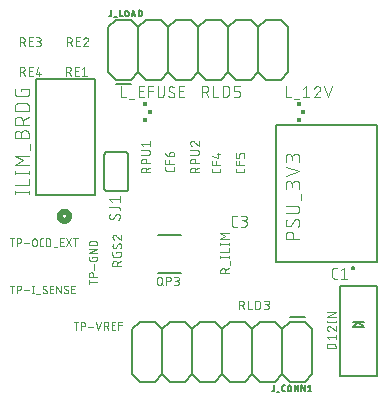
<source format=gbr>
G04 EAGLE Gerber RS-274X export*
G75*
%MOMM*%
%FSLAX34Y34*%
%LPD*%
%INSilkscreen Top*%
%IPPOS*%
%AMOC8*
5,1,8,0,0,1.08239X$1,22.5*%
G01*
%ADD10C,0.076200*%
%ADD11C,0.152400*%
%ADD12C,0.508000*%
%ADD13C,0.200000*%
%ADD14C,0.127000*%
%ADD15C,0.101600*%
%ADD16R,0.425000X0.325000*%
%ADD17R,0.350000X0.350000*%
%ADD18C,0.050800*%
%ADD19C,0.203200*%


D10*
X183069Y192305D02*
X183069Y190668D01*
X183067Y190590D01*
X183062Y190512D01*
X183052Y190435D01*
X183039Y190358D01*
X183023Y190282D01*
X183003Y190207D01*
X182979Y190133D01*
X182952Y190060D01*
X182921Y189988D01*
X182887Y189918D01*
X182850Y189850D01*
X182809Y189783D01*
X182765Y189718D01*
X182719Y189656D01*
X182669Y189596D01*
X182617Y189538D01*
X182562Y189483D01*
X182504Y189431D01*
X182444Y189381D01*
X182382Y189335D01*
X182317Y189291D01*
X182251Y189250D01*
X182182Y189213D01*
X182112Y189179D01*
X182040Y189148D01*
X181967Y189121D01*
X181893Y189097D01*
X181818Y189077D01*
X181742Y189061D01*
X181665Y189048D01*
X181588Y189038D01*
X181510Y189033D01*
X181432Y189031D01*
X177340Y189031D01*
X177260Y189033D01*
X177180Y189039D01*
X177100Y189049D01*
X177021Y189062D01*
X176942Y189080D01*
X176865Y189101D01*
X176789Y189127D01*
X176714Y189156D01*
X176640Y189188D01*
X176568Y189224D01*
X176498Y189264D01*
X176431Y189307D01*
X176365Y189353D01*
X176302Y189403D01*
X176241Y189455D01*
X176182Y189510D01*
X176127Y189569D01*
X176075Y189629D01*
X176025Y189693D01*
X175979Y189758D01*
X175936Y189826D01*
X175896Y189896D01*
X175860Y189968D01*
X175828Y190042D01*
X175799Y190116D01*
X175774Y190193D01*
X175752Y190270D01*
X175734Y190349D01*
X175721Y190428D01*
X175711Y190507D01*
X175705Y190588D01*
X175703Y190668D01*
X175703Y192305D01*
X175703Y195410D02*
X183069Y195410D01*
X175703Y195410D02*
X175703Y198683D01*
X178977Y198683D02*
X178977Y195410D01*
X181432Y201490D02*
X175703Y203127D01*
X181432Y201490D02*
X181432Y205582D01*
X179795Y204354D02*
X183069Y204354D01*
X203269Y192305D02*
X203269Y190668D01*
X203267Y190590D01*
X203262Y190512D01*
X203252Y190435D01*
X203239Y190358D01*
X203223Y190282D01*
X203203Y190207D01*
X203179Y190133D01*
X203152Y190060D01*
X203121Y189988D01*
X203087Y189918D01*
X203050Y189850D01*
X203009Y189783D01*
X202965Y189718D01*
X202919Y189656D01*
X202869Y189596D01*
X202817Y189538D01*
X202762Y189483D01*
X202704Y189431D01*
X202644Y189381D01*
X202582Y189335D01*
X202517Y189291D01*
X202451Y189250D01*
X202382Y189213D01*
X202312Y189179D01*
X202240Y189148D01*
X202167Y189121D01*
X202093Y189097D01*
X202018Y189077D01*
X201942Y189061D01*
X201865Y189048D01*
X201788Y189038D01*
X201710Y189033D01*
X201632Y189031D01*
X197540Y189031D01*
X197460Y189033D01*
X197380Y189039D01*
X197300Y189049D01*
X197221Y189062D01*
X197142Y189080D01*
X197065Y189101D01*
X196989Y189127D01*
X196914Y189156D01*
X196840Y189188D01*
X196768Y189224D01*
X196698Y189264D01*
X196631Y189307D01*
X196565Y189353D01*
X196502Y189403D01*
X196441Y189455D01*
X196382Y189510D01*
X196327Y189569D01*
X196275Y189629D01*
X196225Y189693D01*
X196179Y189758D01*
X196136Y189826D01*
X196096Y189896D01*
X196060Y189968D01*
X196028Y190042D01*
X195999Y190116D01*
X195974Y190193D01*
X195952Y190270D01*
X195934Y190349D01*
X195921Y190428D01*
X195911Y190507D01*
X195905Y190588D01*
X195903Y190668D01*
X195903Y192305D01*
X195903Y195410D02*
X203269Y195410D01*
X195903Y195410D02*
X195903Y198683D01*
X199177Y198683D02*
X199177Y195410D01*
X203269Y201490D02*
X203269Y203945D01*
X203267Y204023D01*
X203262Y204101D01*
X203252Y204178D01*
X203239Y204255D01*
X203223Y204331D01*
X203203Y204406D01*
X203179Y204480D01*
X203152Y204553D01*
X203121Y204625D01*
X203087Y204695D01*
X203050Y204764D01*
X203009Y204830D01*
X202965Y204895D01*
X202919Y204957D01*
X202869Y205017D01*
X202817Y205075D01*
X202762Y205130D01*
X202704Y205182D01*
X202644Y205232D01*
X202582Y205278D01*
X202517Y205322D01*
X202451Y205363D01*
X202382Y205400D01*
X202312Y205434D01*
X202240Y205465D01*
X202167Y205492D01*
X202093Y205516D01*
X202018Y205536D01*
X201942Y205552D01*
X201865Y205565D01*
X201788Y205575D01*
X201710Y205580D01*
X201632Y205582D01*
X200814Y205582D01*
X200734Y205580D01*
X200654Y205574D01*
X200574Y205564D01*
X200495Y205551D01*
X200416Y205533D01*
X200339Y205512D01*
X200263Y205486D01*
X200188Y205457D01*
X200114Y205425D01*
X200042Y205389D01*
X199972Y205349D01*
X199905Y205306D01*
X199839Y205260D01*
X199776Y205210D01*
X199715Y205158D01*
X199656Y205103D01*
X199601Y205044D01*
X199549Y204984D01*
X199499Y204920D01*
X199453Y204854D01*
X199410Y204787D01*
X199370Y204717D01*
X199334Y204645D01*
X199302Y204571D01*
X199273Y204497D01*
X199247Y204420D01*
X199226Y204343D01*
X199208Y204264D01*
X199195Y204185D01*
X199185Y204105D01*
X199179Y204025D01*
X199177Y203945D01*
X199177Y201490D01*
X195903Y201490D01*
X195903Y205582D01*
X143869Y193305D02*
X143869Y191668D01*
X143867Y191590D01*
X143862Y191512D01*
X143852Y191435D01*
X143839Y191358D01*
X143823Y191282D01*
X143803Y191207D01*
X143779Y191133D01*
X143752Y191060D01*
X143721Y190988D01*
X143687Y190918D01*
X143650Y190850D01*
X143609Y190783D01*
X143565Y190718D01*
X143519Y190656D01*
X143469Y190596D01*
X143417Y190538D01*
X143362Y190483D01*
X143304Y190431D01*
X143244Y190381D01*
X143182Y190335D01*
X143117Y190291D01*
X143051Y190250D01*
X142982Y190213D01*
X142912Y190179D01*
X142840Y190148D01*
X142767Y190121D01*
X142693Y190097D01*
X142618Y190077D01*
X142542Y190061D01*
X142465Y190048D01*
X142388Y190038D01*
X142310Y190033D01*
X142232Y190031D01*
X138140Y190031D01*
X138060Y190033D01*
X137980Y190039D01*
X137900Y190049D01*
X137821Y190062D01*
X137742Y190080D01*
X137665Y190101D01*
X137589Y190127D01*
X137514Y190156D01*
X137440Y190188D01*
X137368Y190224D01*
X137298Y190264D01*
X137231Y190307D01*
X137165Y190353D01*
X137102Y190403D01*
X137041Y190455D01*
X136982Y190510D01*
X136927Y190569D01*
X136875Y190629D01*
X136825Y190693D01*
X136779Y190758D01*
X136736Y190826D01*
X136696Y190896D01*
X136660Y190968D01*
X136628Y191042D01*
X136599Y191116D01*
X136574Y191193D01*
X136552Y191270D01*
X136534Y191349D01*
X136521Y191428D01*
X136511Y191507D01*
X136505Y191588D01*
X136503Y191668D01*
X136503Y193305D01*
X136503Y196410D02*
X143869Y196410D01*
X136503Y196410D02*
X136503Y199683D01*
X139777Y199683D02*
X139777Y196410D01*
X139777Y202490D02*
X139777Y204945D01*
X139779Y205023D01*
X139784Y205101D01*
X139794Y205178D01*
X139807Y205255D01*
X139823Y205331D01*
X139843Y205406D01*
X139867Y205480D01*
X139894Y205553D01*
X139925Y205625D01*
X139959Y205695D01*
X139996Y205764D01*
X140037Y205830D01*
X140081Y205895D01*
X140127Y205957D01*
X140177Y206017D01*
X140229Y206075D01*
X140284Y206130D01*
X140342Y206182D01*
X140402Y206232D01*
X140464Y206278D01*
X140529Y206322D01*
X140596Y206363D01*
X140664Y206400D01*
X140734Y206434D01*
X140806Y206465D01*
X140879Y206492D01*
X140953Y206516D01*
X141028Y206536D01*
X141104Y206552D01*
X141181Y206565D01*
X141258Y206575D01*
X141336Y206580D01*
X141414Y206582D01*
X141823Y206582D01*
X141912Y206580D01*
X142001Y206574D01*
X142090Y206564D01*
X142178Y206551D01*
X142266Y206534D01*
X142353Y206512D01*
X142438Y206487D01*
X142523Y206459D01*
X142606Y206426D01*
X142688Y206390D01*
X142768Y206351D01*
X142846Y206308D01*
X142922Y206262D01*
X142997Y206212D01*
X143069Y206159D01*
X143138Y206103D01*
X143205Y206044D01*
X143270Y205983D01*
X143331Y205918D01*
X143390Y205851D01*
X143446Y205782D01*
X143499Y205710D01*
X143549Y205635D01*
X143595Y205559D01*
X143638Y205481D01*
X143677Y205401D01*
X143713Y205319D01*
X143746Y205236D01*
X143774Y205151D01*
X143799Y205066D01*
X143821Y204979D01*
X143838Y204891D01*
X143851Y204803D01*
X143861Y204714D01*
X143867Y204625D01*
X143869Y204536D01*
X143867Y204447D01*
X143861Y204358D01*
X143851Y204269D01*
X143838Y204181D01*
X143821Y204093D01*
X143799Y204006D01*
X143774Y203921D01*
X143746Y203836D01*
X143713Y203753D01*
X143677Y203671D01*
X143638Y203591D01*
X143595Y203513D01*
X143549Y203437D01*
X143499Y203362D01*
X143446Y203290D01*
X143390Y203221D01*
X143331Y203154D01*
X143270Y203089D01*
X143205Y203028D01*
X143138Y202969D01*
X143069Y202913D01*
X142997Y202860D01*
X142922Y202810D01*
X142846Y202764D01*
X142768Y202721D01*
X142688Y202682D01*
X142606Y202646D01*
X142523Y202613D01*
X142438Y202585D01*
X142353Y202560D01*
X142266Y202538D01*
X142178Y202521D01*
X142090Y202508D01*
X142001Y202498D01*
X141912Y202492D01*
X141823Y202490D01*
X139777Y202490D01*
X139663Y202492D01*
X139549Y202498D01*
X139435Y202508D01*
X139321Y202522D01*
X139208Y202540D01*
X139096Y202562D01*
X138985Y202587D01*
X138875Y202617D01*
X138765Y202650D01*
X138657Y202687D01*
X138551Y202728D01*
X138445Y202773D01*
X138342Y202821D01*
X138240Y202873D01*
X138140Y202929D01*
X138042Y202987D01*
X137946Y203050D01*
X137853Y203115D01*
X137761Y203184D01*
X137673Y203256D01*
X137586Y203331D01*
X137503Y203409D01*
X137422Y203490D01*
X137344Y203573D01*
X137269Y203659D01*
X137197Y203748D01*
X137128Y203840D01*
X137063Y203933D01*
X137001Y204029D01*
X136942Y204127D01*
X136886Y204227D01*
X136834Y204329D01*
X136786Y204432D01*
X136741Y204537D01*
X136700Y204644D01*
X136663Y204752D01*
X136630Y204862D01*
X136600Y204972D01*
X136575Y205083D01*
X136553Y205195D01*
X136535Y205308D01*
X136521Y205422D01*
X136511Y205536D01*
X136505Y205650D01*
X136503Y205764D01*
X123469Y189031D02*
X116103Y189031D01*
X116103Y191077D01*
X116105Y191166D01*
X116111Y191255D01*
X116121Y191344D01*
X116134Y191432D01*
X116151Y191520D01*
X116173Y191607D01*
X116198Y191692D01*
X116226Y191777D01*
X116259Y191860D01*
X116295Y191942D01*
X116334Y192022D01*
X116377Y192100D01*
X116423Y192176D01*
X116473Y192251D01*
X116526Y192323D01*
X116582Y192392D01*
X116641Y192459D01*
X116702Y192524D01*
X116767Y192585D01*
X116834Y192644D01*
X116903Y192700D01*
X116975Y192753D01*
X117050Y192803D01*
X117126Y192849D01*
X117204Y192892D01*
X117284Y192931D01*
X117366Y192967D01*
X117449Y193000D01*
X117534Y193028D01*
X117619Y193053D01*
X117706Y193075D01*
X117794Y193092D01*
X117882Y193105D01*
X117971Y193115D01*
X118060Y193121D01*
X118149Y193123D01*
X118238Y193121D01*
X118327Y193115D01*
X118416Y193105D01*
X118504Y193092D01*
X118592Y193075D01*
X118679Y193053D01*
X118764Y193028D01*
X118849Y193000D01*
X118932Y192967D01*
X119014Y192931D01*
X119094Y192892D01*
X119172Y192849D01*
X119248Y192803D01*
X119323Y192753D01*
X119395Y192700D01*
X119464Y192644D01*
X119531Y192585D01*
X119596Y192524D01*
X119657Y192459D01*
X119716Y192392D01*
X119772Y192323D01*
X119825Y192251D01*
X119875Y192176D01*
X119921Y192100D01*
X119964Y192022D01*
X120003Y191942D01*
X120039Y191860D01*
X120072Y191777D01*
X120100Y191692D01*
X120125Y191607D01*
X120147Y191520D01*
X120164Y191432D01*
X120177Y191344D01*
X120187Y191255D01*
X120193Y191166D01*
X120195Y191077D01*
X120195Y189031D01*
X120195Y191486D02*
X123469Y193123D01*
X123469Y196657D02*
X116103Y196657D01*
X116103Y198703D01*
X116105Y198792D01*
X116111Y198881D01*
X116121Y198970D01*
X116134Y199058D01*
X116151Y199146D01*
X116173Y199233D01*
X116198Y199318D01*
X116226Y199403D01*
X116259Y199486D01*
X116295Y199568D01*
X116334Y199648D01*
X116377Y199726D01*
X116423Y199802D01*
X116473Y199877D01*
X116526Y199949D01*
X116582Y200018D01*
X116641Y200085D01*
X116702Y200150D01*
X116767Y200211D01*
X116834Y200270D01*
X116903Y200326D01*
X116975Y200379D01*
X117050Y200429D01*
X117126Y200475D01*
X117204Y200518D01*
X117284Y200557D01*
X117366Y200593D01*
X117449Y200626D01*
X117534Y200654D01*
X117619Y200679D01*
X117706Y200701D01*
X117794Y200718D01*
X117882Y200731D01*
X117971Y200741D01*
X118060Y200747D01*
X118149Y200749D01*
X118238Y200747D01*
X118327Y200741D01*
X118416Y200731D01*
X118504Y200718D01*
X118592Y200701D01*
X118679Y200679D01*
X118764Y200654D01*
X118849Y200626D01*
X118932Y200593D01*
X119014Y200557D01*
X119094Y200518D01*
X119172Y200475D01*
X119248Y200429D01*
X119323Y200379D01*
X119395Y200326D01*
X119464Y200270D01*
X119531Y200211D01*
X119596Y200150D01*
X119657Y200085D01*
X119716Y200018D01*
X119772Y199949D01*
X119825Y199877D01*
X119875Y199802D01*
X119921Y199726D01*
X119964Y199648D01*
X120003Y199568D01*
X120039Y199486D01*
X120072Y199403D01*
X120100Y199318D01*
X120125Y199233D01*
X120147Y199146D01*
X120164Y199058D01*
X120177Y198970D01*
X120187Y198881D01*
X120193Y198792D01*
X120195Y198703D01*
X120195Y196657D01*
X121423Y203854D02*
X116103Y203854D01*
X121423Y203854D02*
X121512Y203856D01*
X121601Y203862D01*
X121690Y203872D01*
X121778Y203885D01*
X121866Y203902D01*
X121953Y203924D01*
X122038Y203949D01*
X122123Y203977D01*
X122206Y204010D01*
X122288Y204046D01*
X122368Y204085D01*
X122446Y204128D01*
X122522Y204174D01*
X122597Y204224D01*
X122669Y204277D01*
X122738Y204333D01*
X122805Y204392D01*
X122870Y204453D01*
X122931Y204518D01*
X122990Y204585D01*
X123046Y204654D01*
X123099Y204726D01*
X123149Y204801D01*
X123195Y204877D01*
X123238Y204955D01*
X123277Y205035D01*
X123313Y205117D01*
X123346Y205200D01*
X123374Y205285D01*
X123399Y205370D01*
X123421Y205457D01*
X123438Y205545D01*
X123451Y205633D01*
X123461Y205722D01*
X123467Y205811D01*
X123469Y205900D01*
X123467Y205989D01*
X123461Y206078D01*
X123451Y206167D01*
X123438Y206255D01*
X123421Y206343D01*
X123399Y206430D01*
X123374Y206515D01*
X123346Y206600D01*
X123313Y206683D01*
X123277Y206765D01*
X123238Y206845D01*
X123195Y206923D01*
X123149Y206999D01*
X123099Y207074D01*
X123046Y207146D01*
X122990Y207215D01*
X122931Y207282D01*
X122870Y207347D01*
X122805Y207408D01*
X122738Y207467D01*
X122669Y207523D01*
X122597Y207576D01*
X122522Y207626D01*
X122446Y207672D01*
X122368Y207715D01*
X122288Y207754D01*
X122206Y207790D01*
X122123Y207823D01*
X122038Y207851D01*
X121953Y207876D01*
X121866Y207898D01*
X121778Y207915D01*
X121690Y207928D01*
X121601Y207938D01*
X121512Y207944D01*
X121423Y207946D01*
X116103Y207946D01*
X117740Y211413D02*
X116103Y213459D01*
X123469Y213459D01*
X123469Y211413D02*
X123469Y215505D01*
X157503Y189031D02*
X164869Y189031D01*
X157503Y189031D02*
X157503Y191077D01*
X157505Y191166D01*
X157511Y191255D01*
X157521Y191344D01*
X157534Y191432D01*
X157551Y191520D01*
X157573Y191607D01*
X157598Y191692D01*
X157626Y191777D01*
X157659Y191860D01*
X157695Y191942D01*
X157734Y192022D01*
X157777Y192100D01*
X157823Y192176D01*
X157873Y192251D01*
X157926Y192323D01*
X157982Y192392D01*
X158041Y192459D01*
X158102Y192524D01*
X158167Y192585D01*
X158234Y192644D01*
X158303Y192700D01*
X158375Y192753D01*
X158450Y192803D01*
X158526Y192849D01*
X158604Y192892D01*
X158684Y192931D01*
X158766Y192967D01*
X158849Y193000D01*
X158934Y193028D01*
X159019Y193053D01*
X159106Y193075D01*
X159194Y193092D01*
X159282Y193105D01*
X159371Y193115D01*
X159460Y193121D01*
X159549Y193123D01*
X159638Y193121D01*
X159727Y193115D01*
X159816Y193105D01*
X159904Y193092D01*
X159992Y193075D01*
X160079Y193053D01*
X160164Y193028D01*
X160249Y193000D01*
X160332Y192967D01*
X160414Y192931D01*
X160494Y192892D01*
X160572Y192849D01*
X160648Y192803D01*
X160723Y192753D01*
X160795Y192700D01*
X160864Y192644D01*
X160931Y192585D01*
X160996Y192524D01*
X161057Y192459D01*
X161116Y192392D01*
X161172Y192323D01*
X161225Y192251D01*
X161275Y192176D01*
X161321Y192100D01*
X161364Y192022D01*
X161403Y191942D01*
X161439Y191860D01*
X161472Y191777D01*
X161500Y191692D01*
X161525Y191607D01*
X161547Y191520D01*
X161564Y191432D01*
X161577Y191344D01*
X161587Y191255D01*
X161593Y191166D01*
X161595Y191077D01*
X161595Y189031D01*
X161595Y191486D02*
X164869Y193123D01*
X164869Y196657D02*
X157503Y196657D01*
X157503Y198703D01*
X157505Y198792D01*
X157511Y198881D01*
X157521Y198970D01*
X157534Y199058D01*
X157551Y199146D01*
X157573Y199233D01*
X157598Y199318D01*
X157626Y199403D01*
X157659Y199486D01*
X157695Y199568D01*
X157734Y199648D01*
X157777Y199726D01*
X157823Y199802D01*
X157873Y199877D01*
X157926Y199949D01*
X157982Y200018D01*
X158041Y200085D01*
X158102Y200150D01*
X158167Y200211D01*
X158234Y200270D01*
X158303Y200326D01*
X158375Y200379D01*
X158450Y200429D01*
X158526Y200475D01*
X158604Y200518D01*
X158684Y200557D01*
X158766Y200593D01*
X158849Y200626D01*
X158934Y200654D01*
X159019Y200679D01*
X159106Y200701D01*
X159194Y200718D01*
X159282Y200731D01*
X159371Y200741D01*
X159460Y200747D01*
X159549Y200749D01*
X159638Y200747D01*
X159727Y200741D01*
X159816Y200731D01*
X159904Y200718D01*
X159992Y200701D01*
X160079Y200679D01*
X160164Y200654D01*
X160249Y200626D01*
X160332Y200593D01*
X160414Y200557D01*
X160494Y200518D01*
X160572Y200475D01*
X160648Y200429D01*
X160723Y200379D01*
X160795Y200326D01*
X160864Y200270D01*
X160931Y200211D01*
X160996Y200150D01*
X161057Y200085D01*
X161116Y200018D01*
X161172Y199949D01*
X161225Y199877D01*
X161275Y199802D01*
X161321Y199726D01*
X161364Y199648D01*
X161403Y199568D01*
X161439Y199486D01*
X161472Y199403D01*
X161500Y199318D01*
X161525Y199233D01*
X161547Y199146D01*
X161564Y199058D01*
X161577Y198970D01*
X161587Y198881D01*
X161593Y198792D01*
X161595Y198703D01*
X161595Y196657D01*
X162823Y203854D02*
X157503Y203854D01*
X162823Y203854D02*
X162912Y203856D01*
X163001Y203862D01*
X163090Y203872D01*
X163178Y203885D01*
X163266Y203902D01*
X163353Y203924D01*
X163438Y203949D01*
X163523Y203977D01*
X163606Y204010D01*
X163688Y204046D01*
X163768Y204085D01*
X163846Y204128D01*
X163922Y204174D01*
X163997Y204224D01*
X164069Y204277D01*
X164138Y204333D01*
X164205Y204392D01*
X164270Y204453D01*
X164331Y204518D01*
X164390Y204585D01*
X164446Y204654D01*
X164499Y204726D01*
X164549Y204801D01*
X164595Y204877D01*
X164638Y204955D01*
X164677Y205035D01*
X164713Y205117D01*
X164746Y205200D01*
X164774Y205285D01*
X164799Y205370D01*
X164821Y205457D01*
X164838Y205545D01*
X164851Y205633D01*
X164861Y205722D01*
X164867Y205811D01*
X164869Y205900D01*
X164867Y205989D01*
X164861Y206078D01*
X164851Y206167D01*
X164838Y206255D01*
X164821Y206343D01*
X164799Y206430D01*
X164774Y206515D01*
X164746Y206600D01*
X164713Y206683D01*
X164677Y206765D01*
X164638Y206845D01*
X164595Y206923D01*
X164549Y206999D01*
X164499Y207074D01*
X164446Y207146D01*
X164390Y207215D01*
X164331Y207282D01*
X164270Y207347D01*
X164205Y207408D01*
X164138Y207467D01*
X164069Y207523D01*
X163997Y207576D01*
X163922Y207626D01*
X163846Y207672D01*
X163768Y207715D01*
X163688Y207754D01*
X163606Y207790D01*
X163523Y207823D01*
X163438Y207851D01*
X163353Y207876D01*
X163266Y207898D01*
X163178Y207915D01*
X163090Y207928D01*
X163001Y207938D01*
X162912Y207944D01*
X162823Y207946D01*
X157503Y207946D01*
X157503Y213664D02*
X157505Y213749D01*
X157511Y213834D01*
X157521Y213918D01*
X157534Y214002D01*
X157552Y214086D01*
X157573Y214168D01*
X157598Y214249D01*
X157627Y214329D01*
X157660Y214408D01*
X157696Y214485D01*
X157736Y214560D01*
X157779Y214634D01*
X157825Y214705D01*
X157875Y214774D01*
X157928Y214841D01*
X157984Y214905D01*
X158043Y214966D01*
X158104Y215025D01*
X158168Y215081D01*
X158235Y215134D01*
X158304Y215184D01*
X158375Y215230D01*
X158449Y215273D01*
X158524Y215313D01*
X158601Y215349D01*
X158680Y215382D01*
X158760Y215411D01*
X158841Y215436D01*
X158923Y215457D01*
X159007Y215475D01*
X159091Y215488D01*
X159175Y215498D01*
X159260Y215504D01*
X159345Y215506D01*
X157503Y213664D02*
X157505Y213568D01*
X157511Y213472D01*
X157521Y213377D01*
X157534Y213282D01*
X157552Y213187D01*
X157573Y213094D01*
X157598Y213001D01*
X157627Y212910D01*
X157659Y212819D01*
X157695Y212730D01*
X157735Y212643D01*
X157778Y212557D01*
X157824Y212473D01*
X157874Y212391D01*
X157928Y212311D01*
X157984Y212234D01*
X158044Y212159D01*
X158106Y212086D01*
X158172Y212016D01*
X158240Y211948D01*
X158311Y211883D01*
X158384Y211822D01*
X158460Y211763D01*
X158539Y211707D01*
X158619Y211655D01*
X158702Y211606D01*
X158786Y211560D01*
X158872Y211518D01*
X158960Y211480D01*
X159049Y211445D01*
X159140Y211413D01*
X160777Y214891D02*
X160718Y214951D01*
X160656Y215008D01*
X160592Y215063D01*
X160525Y215114D01*
X160456Y215163D01*
X160386Y215209D01*
X160313Y215252D01*
X160239Y215292D01*
X160163Y215328D01*
X160085Y215361D01*
X160006Y215391D01*
X159926Y215418D01*
X159845Y215441D01*
X159763Y215460D01*
X159681Y215476D01*
X159597Y215489D01*
X159513Y215498D01*
X159429Y215503D01*
X159345Y215505D01*
X160777Y214891D02*
X164869Y211413D01*
X164869Y215505D01*
D11*
X77162Y169616D02*
X77162Y268168D01*
X26616Y268168D01*
X26616Y169616D01*
X77162Y169616D01*
D12*
X51000Y155646D02*
X51122Y155644D01*
X51244Y155638D01*
X51366Y155628D01*
X51487Y155615D01*
X51608Y155597D01*
X51728Y155576D01*
X51848Y155550D01*
X51966Y155521D01*
X52084Y155489D01*
X52201Y155452D01*
X52316Y155412D01*
X52430Y155368D01*
X52542Y155320D01*
X52653Y155269D01*
X52762Y155214D01*
X52870Y155156D01*
X52975Y155094D01*
X53078Y155029D01*
X53180Y154961D01*
X53279Y154889D01*
X53375Y154815D01*
X53470Y154737D01*
X53561Y154656D01*
X53651Y154573D01*
X53737Y154487D01*
X53820Y154397D01*
X53901Y154306D01*
X53979Y154211D01*
X54053Y154115D01*
X54125Y154016D01*
X54193Y153914D01*
X54258Y153811D01*
X54320Y153706D01*
X54378Y153598D01*
X54433Y153489D01*
X54484Y153378D01*
X54532Y153266D01*
X54576Y153152D01*
X54616Y153037D01*
X54653Y152920D01*
X54685Y152802D01*
X54714Y152684D01*
X54740Y152564D01*
X54761Y152444D01*
X54779Y152323D01*
X54792Y152202D01*
X54802Y152080D01*
X54808Y151958D01*
X54810Y151836D01*
X54808Y151714D01*
X54802Y151592D01*
X54792Y151470D01*
X54779Y151349D01*
X54761Y151228D01*
X54740Y151108D01*
X54714Y150988D01*
X54685Y150870D01*
X54653Y150752D01*
X54616Y150635D01*
X54576Y150520D01*
X54532Y150406D01*
X54484Y150294D01*
X54433Y150183D01*
X54378Y150074D01*
X54320Y149966D01*
X54258Y149861D01*
X54193Y149758D01*
X54125Y149656D01*
X54053Y149557D01*
X53979Y149461D01*
X53901Y149366D01*
X53820Y149275D01*
X53737Y149185D01*
X53651Y149099D01*
X53561Y149016D01*
X53470Y148935D01*
X53375Y148857D01*
X53279Y148783D01*
X53180Y148711D01*
X53078Y148643D01*
X52975Y148578D01*
X52870Y148516D01*
X52762Y148458D01*
X52653Y148403D01*
X52542Y148352D01*
X52430Y148304D01*
X52316Y148260D01*
X52201Y148220D01*
X52084Y148183D01*
X51966Y148151D01*
X51848Y148122D01*
X51728Y148096D01*
X51608Y148075D01*
X51487Y148057D01*
X51366Y148044D01*
X51244Y148034D01*
X51122Y148028D01*
X51000Y148026D01*
X50878Y148028D01*
X50756Y148034D01*
X50634Y148044D01*
X50513Y148057D01*
X50392Y148075D01*
X50272Y148096D01*
X50152Y148122D01*
X50034Y148151D01*
X49916Y148183D01*
X49799Y148220D01*
X49684Y148260D01*
X49570Y148304D01*
X49458Y148352D01*
X49347Y148403D01*
X49238Y148458D01*
X49130Y148516D01*
X49025Y148578D01*
X48922Y148643D01*
X48820Y148711D01*
X48721Y148783D01*
X48625Y148857D01*
X48530Y148935D01*
X48439Y149016D01*
X48349Y149099D01*
X48263Y149185D01*
X48180Y149275D01*
X48099Y149366D01*
X48021Y149461D01*
X47947Y149557D01*
X47875Y149656D01*
X47807Y149758D01*
X47742Y149861D01*
X47680Y149966D01*
X47622Y150074D01*
X47567Y150183D01*
X47516Y150294D01*
X47468Y150406D01*
X47424Y150520D01*
X47384Y150635D01*
X47347Y150752D01*
X47315Y150870D01*
X47286Y150988D01*
X47260Y151108D01*
X47239Y151228D01*
X47221Y151349D01*
X47208Y151470D01*
X47198Y151592D01*
X47192Y151714D01*
X47190Y151836D01*
X47192Y151958D01*
X47198Y152080D01*
X47208Y152202D01*
X47221Y152323D01*
X47239Y152444D01*
X47260Y152564D01*
X47286Y152684D01*
X47315Y152802D01*
X47347Y152920D01*
X47384Y153037D01*
X47424Y153152D01*
X47468Y153266D01*
X47516Y153378D01*
X47567Y153489D01*
X47622Y153598D01*
X47680Y153706D01*
X47742Y153811D01*
X47807Y153914D01*
X47875Y154016D01*
X47947Y154115D01*
X48021Y154211D01*
X48099Y154306D01*
X48180Y154397D01*
X48263Y154487D01*
X48349Y154573D01*
X48439Y154656D01*
X48530Y154737D01*
X48625Y154815D01*
X48721Y154889D01*
X48820Y154961D01*
X48922Y155029D01*
X49025Y155094D01*
X49130Y155156D01*
X49238Y155214D01*
X49347Y155269D01*
X49458Y155320D01*
X49570Y155368D01*
X49684Y155412D01*
X49799Y155452D01*
X49916Y155489D01*
X50034Y155521D01*
X50152Y155550D01*
X50272Y155576D01*
X50392Y155597D01*
X50513Y155615D01*
X50634Y155628D01*
X50756Y155638D01*
X50878Y155644D01*
X51000Y155646D01*
D10*
X20869Y172087D02*
X8931Y172087D01*
X20869Y170761D02*
X20869Y173414D01*
X8931Y173414D02*
X8931Y170761D01*
X8931Y178316D02*
X20869Y178316D01*
X20869Y183622D01*
X20869Y188851D02*
X8931Y188851D01*
X20869Y187525D02*
X20869Y190178D01*
X8931Y190178D02*
X8931Y187525D01*
X8931Y195159D02*
X20869Y195159D01*
X15563Y199138D02*
X8931Y195159D01*
X15563Y199138D02*
X8931Y203118D01*
X20869Y203118D01*
X22195Y207916D02*
X22195Y213221D01*
X14237Y218068D02*
X14237Y221385D01*
X14239Y221499D01*
X14245Y221614D01*
X14255Y221728D01*
X14269Y221841D01*
X14286Y221955D01*
X14308Y222067D01*
X14333Y222179D01*
X14363Y222289D01*
X14396Y222399D01*
X14433Y222507D01*
X14473Y222614D01*
X14518Y222720D01*
X14565Y222824D01*
X14617Y222926D01*
X14672Y223026D01*
X14730Y223125D01*
X14792Y223221D01*
X14857Y223316D01*
X14925Y223407D01*
X14997Y223497D01*
X15071Y223584D01*
X15148Y223668D01*
X15229Y223750D01*
X15312Y223829D01*
X15397Y223905D01*
X15486Y223978D01*
X15576Y224047D01*
X15669Y224114D01*
X15765Y224177D01*
X15862Y224237D01*
X15962Y224294D01*
X16063Y224347D01*
X16166Y224397D01*
X16271Y224443D01*
X16377Y224486D01*
X16485Y224524D01*
X16594Y224559D01*
X16704Y224590D01*
X16815Y224618D01*
X16927Y224641D01*
X17040Y224661D01*
X17153Y224677D01*
X17267Y224689D01*
X17381Y224697D01*
X17496Y224701D01*
X17610Y224701D01*
X17725Y224697D01*
X17839Y224689D01*
X17953Y224677D01*
X18066Y224661D01*
X18179Y224641D01*
X18291Y224618D01*
X18402Y224590D01*
X18512Y224559D01*
X18621Y224524D01*
X18729Y224486D01*
X18835Y224443D01*
X18940Y224397D01*
X19043Y224347D01*
X19144Y224294D01*
X19244Y224237D01*
X19341Y224177D01*
X19437Y224114D01*
X19530Y224047D01*
X19620Y223978D01*
X19709Y223905D01*
X19794Y223829D01*
X19877Y223750D01*
X19958Y223668D01*
X20035Y223584D01*
X20109Y223497D01*
X20181Y223407D01*
X20249Y223316D01*
X20314Y223221D01*
X20376Y223125D01*
X20434Y223026D01*
X20489Y222926D01*
X20541Y222824D01*
X20588Y222720D01*
X20633Y222614D01*
X20673Y222507D01*
X20710Y222399D01*
X20743Y222289D01*
X20773Y222179D01*
X20798Y222067D01*
X20820Y221955D01*
X20837Y221841D01*
X20851Y221728D01*
X20861Y221614D01*
X20867Y221499D01*
X20869Y221385D01*
X20869Y218068D01*
X8931Y218068D01*
X8931Y221385D01*
X8933Y221487D01*
X8939Y221588D01*
X8949Y221689D01*
X8962Y221790D01*
X8980Y221890D01*
X9001Y221989D01*
X9026Y222088D01*
X9055Y222185D01*
X9087Y222282D01*
X9123Y222377D01*
X9163Y222470D01*
X9206Y222562D01*
X9253Y222652D01*
X9304Y222741D01*
X9357Y222827D01*
X9414Y222911D01*
X9474Y222993D01*
X9537Y223073D01*
X9603Y223150D01*
X9672Y223225D01*
X9744Y223297D01*
X9819Y223366D01*
X9896Y223432D01*
X9976Y223495D01*
X10058Y223555D01*
X10142Y223612D01*
X10228Y223665D01*
X10317Y223716D01*
X10407Y223763D01*
X10499Y223806D01*
X10592Y223846D01*
X10687Y223882D01*
X10784Y223914D01*
X10881Y223943D01*
X10980Y223968D01*
X11079Y223989D01*
X11179Y224007D01*
X11280Y224020D01*
X11381Y224030D01*
X11482Y224036D01*
X11584Y224038D01*
X11686Y224036D01*
X11787Y224030D01*
X11888Y224020D01*
X11989Y224007D01*
X12089Y223989D01*
X12188Y223968D01*
X12287Y223943D01*
X12384Y223914D01*
X12481Y223882D01*
X12576Y223846D01*
X12669Y223806D01*
X12761Y223763D01*
X12851Y223716D01*
X12940Y223665D01*
X13026Y223612D01*
X13110Y223555D01*
X13192Y223495D01*
X13272Y223432D01*
X13349Y223366D01*
X13424Y223297D01*
X13496Y223225D01*
X13565Y223150D01*
X13631Y223073D01*
X13694Y222993D01*
X13754Y222911D01*
X13811Y222827D01*
X13864Y222741D01*
X13915Y222652D01*
X13962Y222562D01*
X14005Y222470D01*
X14045Y222377D01*
X14081Y222282D01*
X14113Y222185D01*
X14142Y222088D01*
X14167Y221989D01*
X14188Y221890D01*
X14206Y221790D01*
X14219Y221689D01*
X14229Y221588D01*
X14235Y221487D01*
X14237Y221385D01*
X8931Y229415D02*
X20869Y229415D01*
X8931Y229415D02*
X8931Y232731D01*
X8933Y232845D01*
X8939Y232960D01*
X8949Y233074D01*
X8963Y233187D01*
X8980Y233301D01*
X9002Y233413D01*
X9027Y233525D01*
X9057Y233635D01*
X9090Y233745D01*
X9127Y233853D01*
X9167Y233960D01*
X9212Y234066D01*
X9259Y234170D01*
X9311Y234272D01*
X9366Y234372D01*
X9424Y234471D01*
X9486Y234567D01*
X9551Y234662D01*
X9619Y234753D01*
X9691Y234843D01*
X9765Y234930D01*
X9842Y235014D01*
X9923Y235096D01*
X10006Y235175D01*
X10091Y235251D01*
X10180Y235324D01*
X10270Y235393D01*
X10363Y235460D01*
X10459Y235523D01*
X10556Y235583D01*
X10656Y235640D01*
X10757Y235693D01*
X10860Y235743D01*
X10965Y235789D01*
X11071Y235832D01*
X11179Y235870D01*
X11288Y235905D01*
X11398Y235936D01*
X11509Y235964D01*
X11621Y235987D01*
X11734Y236007D01*
X11847Y236023D01*
X11961Y236035D01*
X12075Y236043D01*
X12190Y236047D01*
X12304Y236047D01*
X12419Y236043D01*
X12533Y236035D01*
X12647Y236023D01*
X12760Y236007D01*
X12873Y235987D01*
X12985Y235964D01*
X13096Y235936D01*
X13206Y235905D01*
X13315Y235870D01*
X13423Y235832D01*
X13529Y235789D01*
X13634Y235743D01*
X13737Y235693D01*
X13838Y235640D01*
X13938Y235583D01*
X14035Y235523D01*
X14131Y235460D01*
X14224Y235393D01*
X14314Y235324D01*
X14403Y235251D01*
X14488Y235175D01*
X14571Y235096D01*
X14652Y235014D01*
X14729Y234930D01*
X14803Y234843D01*
X14875Y234753D01*
X14943Y234662D01*
X15008Y234567D01*
X15070Y234471D01*
X15128Y234372D01*
X15183Y234272D01*
X15235Y234170D01*
X15282Y234066D01*
X15327Y233960D01*
X15367Y233853D01*
X15404Y233745D01*
X15437Y233635D01*
X15467Y233525D01*
X15492Y233413D01*
X15514Y233301D01*
X15531Y233187D01*
X15545Y233074D01*
X15555Y232960D01*
X15561Y232845D01*
X15563Y232731D01*
X15563Y229415D01*
X15563Y233394D02*
X20869Y236047D01*
X20869Y241161D02*
X8931Y241161D01*
X8931Y244477D01*
X8933Y244590D01*
X8939Y244703D01*
X8948Y244816D01*
X8962Y244929D01*
X8979Y245040D01*
X9000Y245152D01*
X9025Y245262D01*
X9054Y245372D01*
X9086Y245480D01*
X9122Y245587D01*
X9162Y245693D01*
X9206Y245798D01*
X9252Y245901D01*
X9303Y246003D01*
X9357Y246102D01*
X9414Y246200D01*
X9474Y246296D01*
X9538Y246389D01*
X9605Y246481D01*
X9675Y246570D01*
X9748Y246656D01*
X9824Y246740D01*
X9902Y246822D01*
X9984Y246900D01*
X10068Y246976D01*
X10154Y247049D01*
X10243Y247119D01*
X10335Y247186D01*
X10428Y247250D01*
X10524Y247310D01*
X10622Y247367D01*
X10721Y247421D01*
X10823Y247472D01*
X10926Y247518D01*
X11031Y247562D01*
X11137Y247602D01*
X11244Y247638D01*
X11352Y247670D01*
X11462Y247699D01*
X11572Y247724D01*
X11684Y247745D01*
X11795Y247762D01*
X11908Y247776D01*
X12021Y247785D01*
X12134Y247791D01*
X12247Y247793D01*
X17553Y247793D01*
X17666Y247791D01*
X17779Y247785D01*
X17892Y247776D01*
X18005Y247762D01*
X18116Y247745D01*
X18228Y247724D01*
X18338Y247699D01*
X18448Y247670D01*
X18556Y247638D01*
X18663Y247602D01*
X18769Y247562D01*
X18874Y247518D01*
X18977Y247472D01*
X19079Y247421D01*
X19178Y247367D01*
X19276Y247310D01*
X19372Y247250D01*
X19465Y247186D01*
X19557Y247119D01*
X19646Y247049D01*
X19732Y246976D01*
X19816Y246900D01*
X19898Y246822D01*
X19976Y246740D01*
X20052Y246656D01*
X20125Y246570D01*
X20195Y246481D01*
X20262Y246389D01*
X20326Y246296D01*
X20386Y246200D01*
X20443Y246102D01*
X20497Y246003D01*
X20548Y245901D01*
X20594Y245798D01*
X20638Y245693D01*
X20678Y245587D01*
X20714Y245480D01*
X20746Y245372D01*
X20775Y245262D01*
X20800Y245152D01*
X20821Y245040D01*
X20838Y244929D01*
X20852Y244816D01*
X20861Y244703D01*
X20867Y244590D01*
X20869Y244477D01*
X20869Y241161D01*
X14237Y257996D02*
X14237Y259985D01*
X20869Y259985D01*
X20869Y256006D01*
X20867Y255904D01*
X20861Y255803D01*
X20851Y255702D01*
X20838Y255601D01*
X20820Y255501D01*
X20799Y255402D01*
X20774Y255303D01*
X20745Y255206D01*
X20713Y255109D01*
X20677Y255014D01*
X20637Y254921D01*
X20594Y254829D01*
X20547Y254739D01*
X20496Y254650D01*
X20443Y254564D01*
X20386Y254480D01*
X20326Y254398D01*
X20263Y254318D01*
X20197Y254241D01*
X20128Y254166D01*
X20056Y254094D01*
X19981Y254025D01*
X19904Y253959D01*
X19824Y253896D01*
X19742Y253836D01*
X19658Y253779D01*
X19572Y253726D01*
X19483Y253675D01*
X19393Y253628D01*
X19301Y253585D01*
X19208Y253545D01*
X19113Y253509D01*
X19016Y253477D01*
X18919Y253448D01*
X18820Y253423D01*
X18721Y253402D01*
X18621Y253384D01*
X18520Y253371D01*
X18419Y253361D01*
X18318Y253355D01*
X18216Y253353D01*
X11584Y253353D01*
X11482Y253355D01*
X11381Y253361D01*
X11280Y253371D01*
X11179Y253384D01*
X11079Y253402D01*
X10980Y253423D01*
X10881Y253448D01*
X10784Y253477D01*
X10687Y253509D01*
X10592Y253545D01*
X10499Y253585D01*
X10407Y253628D01*
X10317Y253675D01*
X10228Y253726D01*
X10142Y253779D01*
X10058Y253836D01*
X9976Y253896D01*
X9896Y253959D01*
X9819Y254025D01*
X9744Y254094D01*
X9672Y254166D01*
X9603Y254241D01*
X9537Y254318D01*
X9474Y254398D01*
X9414Y254480D01*
X9357Y254564D01*
X9304Y254650D01*
X9253Y254739D01*
X9206Y254829D01*
X9163Y254921D01*
X9123Y255014D01*
X9087Y255109D01*
X9055Y255205D01*
X9026Y255303D01*
X9001Y255401D01*
X8980Y255501D01*
X8962Y255601D01*
X8949Y255702D01*
X8939Y255803D01*
X8933Y255904D01*
X8931Y256006D01*
X8931Y259985D01*
X52273Y270903D02*
X52273Y278269D01*
X54319Y278269D01*
X54408Y278267D01*
X54497Y278261D01*
X54586Y278251D01*
X54674Y278238D01*
X54762Y278221D01*
X54849Y278199D01*
X54934Y278174D01*
X55019Y278146D01*
X55102Y278113D01*
X55184Y278077D01*
X55264Y278038D01*
X55342Y277995D01*
X55418Y277949D01*
X55493Y277899D01*
X55565Y277846D01*
X55634Y277790D01*
X55701Y277731D01*
X55766Y277670D01*
X55827Y277605D01*
X55886Y277538D01*
X55942Y277469D01*
X55995Y277397D01*
X56045Y277322D01*
X56091Y277246D01*
X56134Y277168D01*
X56173Y277088D01*
X56209Y277006D01*
X56242Y276923D01*
X56270Y276838D01*
X56295Y276753D01*
X56317Y276666D01*
X56334Y276578D01*
X56347Y276490D01*
X56357Y276401D01*
X56363Y276312D01*
X56365Y276223D01*
X56363Y276134D01*
X56357Y276045D01*
X56347Y275956D01*
X56334Y275868D01*
X56317Y275780D01*
X56295Y275693D01*
X56270Y275608D01*
X56242Y275523D01*
X56209Y275440D01*
X56173Y275358D01*
X56134Y275278D01*
X56091Y275200D01*
X56045Y275124D01*
X55995Y275049D01*
X55942Y274977D01*
X55886Y274908D01*
X55827Y274841D01*
X55766Y274776D01*
X55701Y274715D01*
X55634Y274656D01*
X55565Y274600D01*
X55493Y274547D01*
X55418Y274497D01*
X55342Y274451D01*
X55264Y274408D01*
X55184Y274369D01*
X55102Y274333D01*
X55019Y274300D01*
X54934Y274272D01*
X54849Y274247D01*
X54762Y274225D01*
X54674Y274208D01*
X54586Y274195D01*
X54497Y274185D01*
X54408Y274179D01*
X54319Y274177D01*
X52273Y274177D01*
X54728Y274177D02*
X56365Y270903D01*
X59797Y270903D02*
X63070Y270903D01*
X59797Y270903D02*
X59797Y278269D01*
X63070Y278269D01*
X62252Y274995D02*
X59797Y274995D01*
X65877Y276632D02*
X67923Y278269D01*
X67923Y270903D01*
X65877Y270903D02*
X69969Y270903D01*
D13*
X294500Y108000D02*
X294502Y108063D01*
X294508Y108125D01*
X294518Y108187D01*
X294531Y108249D01*
X294549Y108309D01*
X294570Y108368D01*
X294595Y108426D01*
X294624Y108482D01*
X294656Y108536D01*
X294691Y108588D01*
X294729Y108637D01*
X294771Y108685D01*
X294815Y108729D01*
X294863Y108771D01*
X294912Y108809D01*
X294964Y108844D01*
X295018Y108876D01*
X295074Y108905D01*
X295132Y108930D01*
X295191Y108951D01*
X295251Y108969D01*
X295313Y108982D01*
X295375Y108992D01*
X295437Y108998D01*
X295500Y109000D01*
X295563Y108998D01*
X295625Y108992D01*
X295687Y108982D01*
X295749Y108969D01*
X295809Y108951D01*
X295868Y108930D01*
X295926Y108905D01*
X295982Y108876D01*
X296036Y108844D01*
X296088Y108809D01*
X296137Y108771D01*
X296185Y108729D01*
X296229Y108685D01*
X296271Y108637D01*
X296309Y108588D01*
X296344Y108536D01*
X296376Y108482D01*
X296405Y108426D01*
X296430Y108368D01*
X296451Y108309D01*
X296469Y108249D01*
X296482Y108187D01*
X296492Y108125D01*
X296498Y108063D01*
X296500Y108000D01*
X296498Y107937D01*
X296492Y107875D01*
X296482Y107813D01*
X296469Y107751D01*
X296451Y107691D01*
X296430Y107632D01*
X296405Y107574D01*
X296376Y107518D01*
X296344Y107464D01*
X296309Y107412D01*
X296271Y107363D01*
X296229Y107315D01*
X296185Y107271D01*
X296137Y107229D01*
X296088Y107191D01*
X296036Y107156D01*
X295982Y107124D01*
X295926Y107095D01*
X295868Y107070D01*
X295809Y107049D01*
X295749Y107031D01*
X295687Y107018D01*
X295625Y107008D01*
X295563Y107002D01*
X295500Y107000D01*
X295437Y107002D01*
X295375Y107008D01*
X295313Y107018D01*
X295251Y107031D01*
X295191Y107049D01*
X295132Y107070D01*
X295074Y107095D01*
X295018Y107124D01*
X294964Y107156D01*
X294912Y107191D01*
X294863Y107229D01*
X294815Y107271D01*
X294771Y107315D01*
X294729Y107363D01*
X294691Y107412D01*
X294656Y107464D01*
X294624Y107518D01*
X294595Y107574D01*
X294570Y107632D01*
X294549Y107691D01*
X294531Y107751D01*
X294518Y107813D01*
X294508Y107875D01*
X294502Y107937D01*
X294500Y108000D01*
D14*
X315500Y113500D02*
X230500Y113500D01*
X315500Y113500D02*
X315500Y229500D01*
X230500Y229500D01*
X230500Y113500D01*
D15*
X238308Y132407D02*
X249992Y132407D01*
X238308Y132407D02*
X238308Y135653D01*
X238310Y135766D01*
X238316Y135879D01*
X238326Y135992D01*
X238340Y136105D01*
X238357Y136217D01*
X238379Y136328D01*
X238404Y136438D01*
X238434Y136548D01*
X238467Y136656D01*
X238504Y136763D01*
X238544Y136869D01*
X238589Y136973D01*
X238637Y137076D01*
X238688Y137177D01*
X238743Y137276D01*
X238801Y137373D01*
X238863Y137468D01*
X238928Y137561D01*
X238996Y137651D01*
X239067Y137739D01*
X239142Y137825D01*
X239219Y137908D01*
X239299Y137988D01*
X239382Y138065D01*
X239468Y138140D01*
X239556Y138211D01*
X239646Y138279D01*
X239739Y138344D01*
X239834Y138406D01*
X239931Y138464D01*
X240030Y138519D01*
X240131Y138570D01*
X240234Y138618D01*
X240338Y138663D01*
X240444Y138703D01*
X240551Y138740D01*
X240659Y138773D01*
X240769Y138803D01*
X240879Y138828D01*
X240990Y138850D01*
X241102Y138867D01*
X241215Y138881D01*
X241328Y138891D01*
X241441Y138897D01*
X241554Y138899D01*
X241667Y138897D01*
X241780Y138891D01*
X241893Y138881D01*
X242006Y138867D01*
X242118Y138850D01*
X242229Y138828D01*
X242339Y138803D01*
X242449Y138773D01*
X242557Y138740D01*
X242664Y138703D01*
X242770Y138663D01*
X242874Y138618D01*
X242977Y138570D01*
X243078Y138519D01*
X243177Y138464D01*
X243274Y138406D01*
X243369Y138344D01*
X243462Y138279D01*
X243552Y138211D01*
X243640Y138140D01*
X243726Y138065D01*
X243809Y137988D01*
X243889Y137908D01*
X243966Y137825D01*
X244041Y137739D01*
X244112Y137651D01*
X244180Y137561D01*
X244245Y137468D01*
X244307Y137373D01*
X244365Y137276D01*
X244420Y137177D01*
X244471Y137076D01*
X244519Y136973D01*
X244564Y136869D01*
X244604Y136763D01*
X244641Y136656D01*
X244674Y136548D01*
X244704Y136438D01*
X244729Y136328D01*
X244751Y136217D01*
X244768Y136105D01*
X244782Y135992D01*
X244792Y135879D01*
X244798Y135766D01*
X244800Y135653D01*
X244799Y135653D02*
X244799Y132407D01*
X249992Y146801D02*
X249990Y146900D01*
X249984Y147000D01*
X249975Y147099D01*
X249962Y147197D01*
X249945Y147295D01*
X249924Y147393D01*
X249899Y147489D01*
X249871Y147584D01*
X249839Y147678D01*
X249804Y147771D01*
X249765Y147863D01*
X249722Y147953D01*
X249677Y148041D01*
X249627Y148128D01*
X249575Y148212D01*
X249519Y148295D01*
X249461Y148375D01*
X249399Y148453D01*
X249334Y148528D01*
X249266Y148601D01*
X249196Y148671D01*
X249123Y148739D01*
X249048Y148804D01*
X248970Y148866D01*
X248890Y148924D01*
X248807Y148980D01*
X248723Y149032D01*
X248636Y149082D01*
X248548Y149127D01*
X248458Y149170D01*
X248366Y149209D01*
X248273Y149244D01*
X248179Y149276D01*
X248084Y149304D01*
X247988Y149329D01*
X247890Y149350D01*
X247792Y149367D01*
X247694Y149380D01*
X247595Y149389D01*
X247495Y149395D01*
X247396Y149397D01*
X249992Y146801D02*
X249990Y146657D01*
X249984Y146512D01*
X249975Y146368D01*
X249962Y146225D01*
X249945Y146081D01*
X249924Y145938D01*
X249899Y145796D01*
X249871Y145655D01*
X249839Y145514D01*
X249803Y145374D01*
X249764Y145235D01*
X249721Y145097D01*
X249674Y144961D01*
X249624Y144825D01*
X249570Y144691D01*
X249513Y144559D01*
X249452Y144428D01*
X249388Y144299D01*
X249320Y144171D01*
X249250Y144045D01*
X249175Y143921D01*
X249098Y143800D01*
X249017Y143680D01*
X248934Y143562D01*
X248847Y143447D01*
X248757Y143334D01*
X248664Y143223D01*
X248569Y143115D01*
X248470Y143009D01*
X248369Y142906D01*
X240904Y143231D02*
X240805Y143233D01*
X240705Y143239D01*
X240606Y143248D01*
X240508Y143261D01*
X240410Y143278D01*
X240312Y143299D01*
X240216Y143324D01*
X240121Y143352D01*
X240027Y143384D01*
X239934Y143419D01*
X239842Y143458D01*
X239752Y143501D01*
X239664Y143546D01*
X239577Y143596D01*
X239493Y143648D01*
X239410Y143704D01*
X239330Y143762D01*
X239252Y143824D01*
X239177Y143889D01*
X239104Y143957D01*
X239034Y144027D01*
X238966Y144100D01*
X238901Y144175D01*
X238839Y144253D01*
X238781Y144333D01*
X238725Y144416D01*
X238673Y144500D01*
X238623Y144587D01*
X238578Y144675D01*
X238535Y144765D01*
X238496Y144857D01*
X238461Y144950D01*
X238429Y145044D01*
X238401Y145139D01*
X238376Y145235D01*
X238355Y145333D01*
X238338Y145431D01*
X238325Y145529D01*
X238316Y145628D01*
X238310Y145728D01*
X238308Y145827D01*
X238310Y145963D01*
X238316Y146099D01*
X238325Y146235D01*
X238338Y146371D01*
X238356Y146506D01*
X238376Y146640D01*
X238401Y146774D01*
X238429Y146908D01*
X238462Y147040D01*
X238497Y147171D01*
X238537Y147302D01*
X238580Y147431D01*
X238626Y147559D01*
X238677Y147685D01*
X238730Y147811D01*
X238788Y147934D01*
X238848Y148056D01*
X238912Y148176D01*
X238980Y148295D01*
X239050Y148411D01*
X239124Y148525D01*
X239201Y148638D01*
X239282Y148748D01*
X243176Y144529D02*
X243123Y144443D01*
X243066Y144359D01*
X243007Y144277D01*
X242944Y144197D01*
X242878Y144120D01*
X242810Y144045D01*
X242738Y143973D01*
X242664Y143904D01*
X242587Y143838D01*
X242508Y143775D01*
X242426Y143715D01*
X242342Y143658D01*
X242256Y143604D01*
X242168Y143554D01*
X242078Y143507D01*
X241987Y143463D01*
X241893Y143424D01*
X241799Y143387D01*
X241703Y143355D01*
X241605Y143326D01*
X241507Y143301D01*
X241408Y143280D01*
X241308Y143262D01*
X241208Y143249D01*
X241107Y143239D01*
X241005Y143233D01*
X240904Y143231D01*
X245124Y148099D02*
X245177Y148185D01*
X245234Y148269D01*
X245293Y148351D01*
X245356Y148431D01*
X245422Y148508D01*
X245490Y148583D01*
X245562Y148655D01*
X245636Y148724D01*
X245713Y148790D01*
X245792Y148853D01*
X245874Y148913D01*
X245958Y148970D01*
X246044Y149024D01*
X246132Y149074D01*
X246222Y149121D01*
X246313Y149165D01*
X246407Y149204D01*
X246501Y149241D01*
X246597Y149273D01*
X246695Y149302D01*
X246793Y149327D01*
X246892Y149348D01*
X246992Y149366D01*
X247092Y149379D01*
X247193Y149389D01*
X247295Y149395D01*
X247396Y149397D01*
X245124Y148099D02*
X243176Y144529D01*
X246746Y154336D02*
X238308Y154336D01*
X246746Y154336D02*
X246859Y154338D01*
X246972Y154344D01*
X247085Y154354D01*
X247198Y154368D01*
X247310Y154385D01*
X247421Y154407D01*
X247531Y154432D01*
X247641Y154462D01*
X247749Y154495D01*
X247856Y154532D01*
X247962Y154572D01*
X248066Y154617D01*
X248169Y154665D01*
X248270Y154716D01*
X248369Y154771D01*
X248466Y154829D01*
X248561Y154891D01*
X248654Y154956D01*
X248744Y155024D01*
X248832Y155095D01*
X248918Y155170D01*
X249001Y155247D01*
X249081Y155327D01*
X249158Y155410D01*
X249233Y155496D01*
X249304Y155584D01*
X249372Y155674D01*
X249437Y155767D01*
X249499Y155862D01*
X249557Y155959D01*
X249612Y156058D01*
X249663Y156159D01*
X249711Y156262D01*
X249756Y156366D01*
X249796Y156472D01*
X249833Y156579D01*
X249866Y156687D01*
X249896Y156797D01*
X249921Y156907D01*
X249943Y157018D01*
X249960Y157130D01*
X249974Y157243D01*
X249984Y157356D01*
X249990Y157469D01*
X249992Y157582D01*
X249990Y157695D01*
X249984Y157808D01*
X249974Y157921D01*
X249960Y158034D01*
X249943Y158146D01*
X249921Y158257D01*
X249896Y158367D01*
X249866Y158477D01*
X249833Y158585D01*
X249796Y158692D01*
X249756Y158798D01*
X249711Y158902D01*
X249663Y159005D01*
X249612Y159106D01*
X249557Y159205D01*
X249499Y159302D01*
X249437Y159397D01*
X249372Y159490D01*
X249304Y159580D01*
X249233Y159668D01*
X249158Y159754D01*
X249081Y159837D01*
X249001Y159917D01*
X248918Y159994D01*
X248832Y160069D01*
X248744Y160140D01*
X248654Y160208D01*
X248561Y160273D01*
X248466Y160335D01*
X248369Y160393D01*
X248270Y160448D01*
X248169Y160499D01*
X248066Y160547D01*
X247962Y160592D01*
X247856Y160632D01*
X247749Y160669D01*
X247641Y160702D01*
X247531Y160732D01*
X247421Y160757D01*
X247310Y160779D01*
X247198Y160796D01*
X247085Y160810D01*
X246972Y160820D01*
X246859Y160826D01*
X246746Y160828D01*
X246746Y160827D02*
X238308Y160827D01*
X251290Y165653D02*
X251290Y170846D01*
X249992Y175291D02*
X249992Y178536D01*
X249990Y178649D01*
X249984Y178762D01*
X249974Y178875D01*
X249960Y178988D01*
X249943Y179100D01*
X249921Y179211D01*
X249896Y179321D01*
X249866Y179431D01*
X249833Y179539D01*
X249796Y179646D01*
X249756Y179752D01*
X249711Y179856D01*
X249663Y179959D01*
X249612Y180060D01*
X249557Y180159D01*
X249499Y180256D01*
X249437Y180351D01*
X249372Y180444D01*
X249304Y180534D01*
X249233Y180622D01*
X249158Y180708D01*
X249081Y180791D01*
X249001Y180871D01*
X248918Y180948D01*
X248832Y181023D01*
X248744Y181094D01*
X248654Y181162D01*
X248561Y181227D01*
X248466Y181289D01*
X248369Y181347D01*
X248270Y181402D01*
X248169Y181453D01*
X248066Y181501D01*
X247962Y181546D01*
X247856Y181586D01*
X247749Y181623D01*
X247641Y181656D01*
X247531Y181686D01*
X247421Y181711D01*
X247310Y181733D01*
X247198Y181750D01*
X247085Y181764D01*
X246972Y181774D01*
X246859Y181780D01*
X246746Y181782D01*
X246633Y181780D01*
X246520Y181774D01*
X246407Y181764D01*
X246294Y181750D01*
X246182Y181733D01*
X246071Y181711D01*
X245961Y181686D01*
X245851Y181656D01*
X245743Y181623D01*
X245636Y181586D01*
X245530Y181546D01*
X245426Y181501D01*
X245323Y181453D01*
X245222Y181402D01*
X245123Y181347D01*
X245026Y181289D01*
X244931Y181227D01*
X244838Y181162D01*
X244748Y181094D01*
X244660Y181023D01*
X244574Y180948D01*
X244491Y180871D01*
X244411Y180791D01*
X244334Y180708D01*
X244259Y180622D01*
X244188Y180534D01*
X244120Y180444D01*
X244055Y180351D01*
X243993Y180256D01*
X243935Y180159D01*
X243880Y180060D01*
X243829Y179959D01*
X243781Y179856D01*
X243736Y179752D01*
X243696Y179646D01*
X243659Y179539D01*
X243626Y179431D01*
X243596Y179321D01*
X243571Y179211D01*
X243549Y179100D01*
X243532Y178988D01*
X243518Y178875D01*
X243508Y178762D01*
X243502Y178649D01*
X243500Y178536D01*
X238308Y179186D02*
X238308Y175291D01*
X238308Y179186D02*
X238310Y179287D01*
X238316Y179387D01*
X238326Y179487D01*
X238339Y179587D01*
X238357Y179686D01*
X238378Y179785D01*
X238403Y179882D01*
X238432Y179979D01*
X238465Y180074D01*
X238501Y180168D01*
X238541Y180260D01*
X238584Y180351D01*
X238631Y180440D01*
X238681Y180527D01*
X238735Y180613D01*
X238792Y180696D01*
X238852Y180776D01*
X238915Y180855D01*
X238982Y180931D01*
X239051Y181004D01*
X239123Y181074D01*
X239197Y181142D01*
X239274Y181207D01*
X239354Y181268D01*
X239436Y181327D01*
X239520Y181382D01*
X239606Y181434D01*
X239694Y181483D01*
X239784Y181528D01*
X239876Y181570D01*
X239969Y181608D01*
X240064Y181642D01*
X240159Y181673D01*
X240256Y181700D01*
X240354Y181723D01*
X240453Y181743D01*
X240553Y181758D01*
X240653Y181770D01*
X240753Y181778D01*
X240854Y181782D01*
X240954Y181782D01*
X241055Y181778D01*
X241155Y181770D01*
X241255Y181758D01*
X241355Y181743D01*
X241454Y181723D01*
X241552Y181700D01*
X241649Y181673D01*
X241744Y181642D01*
X241839Y181608D01*
X241932Y181570D01*
X242024Y181528D01*
X242114Y181483D01*
X242202Y181434D01*
X242288Y181382D01*
X242372Y181327D01*
X242454Y181268D01*
X242534Y181207D01*
X242611Y181142D01*
X242685Y181074D01*
X242757Y181004D01*
X242826Y180931D01*
X242893Y180855D01*
X242956Y180776D01*
X243016Y180696D01*
X243073Y180613D01*
X243127Y180527D01*
X243177Y180440D01*
X243224Y180351D01*
X243267Y180260D01*
X243307Y180168D01*
X243343Y180074D01*
X243376Y179979D01*
X243405Y179882D01*
X243430Y179785D01*
X243451Y179686D01*
X243469Y179587D01*
X243482Y179487D01*
X243492Y179387D01*
X243498Y179287D01*
X243500Y179186D01*
X243501Y179186D02*
X243501Y176589D01*
X238308Y186072D02*
X249992Y189966D01*
X238308Y193861D01*
X249992Y198151D02*
X249992Y201396D01*
X249990Y201509D01*
X249984Y201622D01*
X249974Y201735D01*
X249960Y201848D01*
X249943Y201960D01*
X249921Y202071D01*
X249896Y202181D01*
X249866Y202291D01*
X249833Y202399D01*
X249796Y202506D01*
X249756Y202612D01*
X249711Y202716D01*
X249663Y202819D01*
X249612Y202920D01*
X249557Y203019D01*
X249499Y203116D01*
X249437Y203211D01*
X249372Y203304D01*
X249304Y203394D01*
X249233Y203482D01*
X249158Y203568D01*
X249081Y203651D01*
X249001Y203731D01*
X248918Y203808D01*
X248832Y203883D01*
X248744Y203954D01*
X248654Y204022D01*
X248561Y204087D01*
X248466Y204149D01*
X248369Y204207D01*
X248270Y204262D01*
X248169Y204313D01*
X248066Y204361D01*
X247962Y204406D01*
X247856Y204446D01*
X247749Y204483D01*
X247641Y204516D01*
X247531Y204546D01*
X247421Y204571D01*
X247310Y204593D01*
X247198Y204610D01*
X247085Y204624D01*
X246972Y204634D01*
X246859Y204640D01*
X246746Y204642D01*
X246633Y204640D01*
X246520Y204634D01*
X246407Y204624D01*
X246294Y204610D01*
X246182Y204593D01*
X246071Y204571D01*
X245961Y204546D01*
X245851Y204516D01*
X245743Y204483D01*
X245636Y204446D01*
X245530Y204406D01*
X245426Y204361D01*
X245323Y204313D01*
X245222Y204262D01*
X245123Y204207D01*
X245026Y204149D01*
X244931Y204087D01*
X244838Y204022D01*
X244748Y203954D01*
X244660Y203883D01*
X244574Y203808D01*
X244491Y203731D01*
X244411Y203651D01*
X244334Y203568D01*
X244259Y203482D01*
X244188Y203394D01*
X244120Y203304D01*
X244055Y203211D01*
X243993Y203116D01*
X243935Y203019D01*
X243880Y202920D01*
X243829Y202819D01*
X243781Y202716D01*
X243736Y202612D01*
X243696Y202506D01*
X243659Y202399D01*
X243626Y202291D01*
X243596Y202181D01*
X243571Y202071D01*
X243549Y201960D01*
X243532Y201848D01*
X243518Y201735D01*
X243508Y201622D01*
X243502Y201509D01*
X243500Y201396D01*
X238308Y202046D02*
X238308Y198151D01*
X238308Y202046D02*
X238310Y202147D01*
X238316Y202247D01*
X238326Y202347D01*
X238339Y202447D01*
X238357Y202546D01*
X238378Y202645D01*
X238403Y202742D01*
X238432Y202839D01*
X238465Y202934D01*
X238501Y203028D01*
X238541Y203120D01*
X238584Y203211D01*
X238631Y203300D01*
X238681Y203387D01*
X238735Y203473D01*
X238792Y203556D01*
X238852Y203636D01*
X238915Y203715D01*
X238982Y203791D01*
X239051Y203864D01*
X239123Y203934D01*
X239197Y204002D01*
X239274Y204067D01*
X239354Y204128D01*
X239436Y204187D01*
X239520Y204242D01*
X239606Y204294D01*
X239694Y204343D01*
X239784Y204388D01*
X239876Y204430D01*
X239969Y204468D01*
X240064Y204502D01*
X240159Y204533D01*
X240256Y204560D01*
X240354Y204583D01*
X240453Y204603D01*
X240553Y204618D01*
X240653Y204630D01*
X240753Y204638D01*
X240854Y204642D01*
X240954Y204642D01*
X241055Y204638D01*
X241155Y204630D01*
X241255Y204618D01*
X241355Y204603D01*
X241454Y204583D01*
X241552Y204560D01*
X241649Y204533D01*
X241744Y204502D01*
X241839Y204468D01*
X241932Y204430D01*
X242024Y204388D01*
X242114Y204343D01*
X242202Y204294D01*
X242288Y204242D01*
X242372Y204187D01*
X242454Y204128D01*
X242534Y204067D01*
X242611Y204002D01*
X242685Y203934D01*
X242757Y203864D01*
X242826Y203791D01*
X242893Y203715D01*
X242956Y203636D01*
X243016Y203556D01*
X243073Y203473D01*
X243127Y203387D01*
X243177Y203300D01*
X243224Y203211D01*
X243267Y203120D01*
X243307Y203028D01*
X243343Y202934D01*
X243376Y202839D01*
X243405Y202742D01*
X243430Y202645D01*
X243451Y202546D01*
X243469Y202447D01*
X243482Y202347D01*
X243492Y202247D01*
X243498Y202147D01*
X243500Y202046D01*
X243501Y202046D02*
X243501Y199449D01*
D10*
X279769Y99081D02*
X281858Y99081D01*
X279769Y99081D02*
X279680Y99083D01*
X279592Y99089D01*
X279504Y99098D01*
X279416Y99111D01*
X279329Y99128D01*
X279243Y99148D01*
X279158Y99173D01*
X279073Y99200D01*
X278990Y99232D01*
X278909Y99266D01*
X278829Y99305D01*
X278751Y99346D01*
X278674Y99391D01*
X278600Y99439D01*
X278527Y99490D01*
X278457Y99544D01*
X278390Y99602D01*
X278324Y99662D01*
X278262Y99724D01*
X278202Y99790D01*
X278144Y99857D01*
X278090Y99927D01*
X278039Y100000D01*
X277991Y100074D01*
X277946Y100151D01*
X277905Y100229D01*
X277866Y100309D01*
X277832Y100390D01*
X277800Y100473D01*
X277773Y100558D01*
X277748Y100643D01*
X277728Y100729D01*
X277711Y100816D01*
X277698Y100904D01*
X277689Y100992D01*
X277683Y101080D01*
X277681Y101169D01*
X277681Y106391D01*
X277683Y106482D01*
X277689Y106573D01*
X277699Y106664D01*
X277713Y106754D01*
X277730Y106843D01*
X277752Y106931D01*
X277778Y107019D01*
X277807Y107105D01*
X277840Y107190D01*
X277877Y107273D01*
X277917Y107355D01*
X277961Y107435D01*
X278008Y107513D01*
X278059Y107589D01*
X278112Y107662D01*
X278169Y107733D01*
X278230Y107802D01*
X278293Y107867D01*
X278358Y107930D01*
X278427Y107990D01*
X278498Y108048D01*
X278571Y108101D01*
X278647Y108152D01*
X278725Y108199D01*
X278805Y108243D01*
X278887Y108283D01*
X278970Y108320D01*
X279055Y108353D01*
X279141Y108382D01*
X279229Y108408D01*
X279317Y108430D01*
X279406Y108447D01*
X279496Y108461D01*
X279587Y108471D01*
X279678Y108477D01*
X279769Y108479D01*
X281858Y108479D01*
X285327Y106391D02*
X287937Y108479D01*
X287937Y99081D01*
X285327Y99081D02*
X290548Y99081D01*
X196858Y143081D02*
X194769Y143081D01*
X194680Y143083D01*
X194592Y143089D01*
X194504Y143098D01*
X194416Y143111D01*
X194329Y143128D01*
X194243Y143148D01*
X194158Y143173D01*
X194073Y143200D01*
X193990Y143232D01*
X193909Y143266D01*
X193829Y143305D01*
X193751Y143346D01*
X193674Y143391D01*
X193600Y143439D01*
X193527Y143490D01*
X193457Y143544D01*
X193390Y143602D01*
X193324Y143662D01*
X193262Y143724D01*
X193202Y143790D01*
X193144Y143857D01*
X193090Y143927D01*
X193039Y144000D01*
X192991Y144074D01*
X192946Y144151D01*
X192905Y144229D01*
X192866Y144309D01*
X192832Y144390D01*
X192800Y144473D01*
X192773Y144558D01*
X192748Y144643D01*
X192728Y144729D01*
X192711Y144816D01*
X192698Y144904D01*
X192689Y144992D01*
X192683Y145080D01*
X192681Y145169D01*
X192681Y150391D01*
X192683Y150482D01*
X192689Y150573D01*
X192699Y150664D01*
X192713Y150754D01*
X192730Y150843D01*
X192752Y150931D01*
X192778Y151019D01*
X192807Y151105D01*
X192840Y151190D01*
X192877Y151273D01*
X192917Y151355D01*
X192961Y151435D01*
X193008Y151513D01*
X193059Y151589D01*
X193112Y151662D01*
X193169Y151733D01*
X193230Y151802D01*
X193293Y151867D01*
X193358Y151930D01*
X193427Y151990D01*
X193498Y152048D01*
X193571Y152101D01*
X193647Y152152D01*
X193725Y152199D01*
X193805Y152243D01*
X193887Y152283D01*
X193970Y152320D01*
X194055Y152353D01*
X194141Y152382D01*
X194229Y152408D01*
X194317Y152430D01*
X194406Y152447D01*
X194496Y152461D01*
X194587Y152471D01*
X194678Y152477D01*
X194769Y152479D01*
X196858Y152479D01*
X200327Y143081D02*
X202937Y143081D01*
X203038Y143083D01*
X203139Y143089D01*
X203240Y143099D01*
X203340Y143112D01*
X203440Y143130D01*
X203539Y143151D01*
X203637Y143177D01*
X203734Y143206D01*
X203830Y143238D01*
X203924Y143275D01*
X204017Y143315D01*
X204109Y143359D01*
X204198Y143406D01*
X204286Y143457D01*
X204372Y143511D01*
X204455Y143568D01*
X204537Y143628D01*
X204615Y143692D01*
X204692Y143758D01*
X204765Y143828D01*
X204836Y143900D01*
X204904Y143975D01*
X204969Y144053D01*
X205031Y144133D01*
X205090Y144215D01*
X205146Y144300D01*
X205198Y144386D01*
X205247Y144475D01*
X205293Y144566D01*
X205334Y144658D01*
X205373Y144752D01*
X205407Y144847D01*
X205438Y144943D01*
X205465Y145041D01*
X205489Y145139D01*
X205508Y145239D01*
X205524Y145339D01*
X205536Y145439D01*
X205544Y145540D01*
X205548Y145641D01*
X205548Y145743D01*
X205544Y145844D01*
X205536Y145945D01*
X205524Y146045D01*
X205508Y146145D01*
X205489Y146245D01*
X205465Y146343D01*
X205438Y146441D01*
X205407Y146537D01*
X205373Y146632D01*
X205334Y146726D01*
X205293Y146818D01*
X205247Y146909D01*
X205198Y146997D01*
X205146Y147084D01*
X205090Y147169D01*
X205031Y147251D01*
X204969Y147331D01*
X204904Y147409D01*
X204836Y147484D01*
X204765Y147556D01*
X204692Y147626D01*
X204615Y147692D01*
X204537Y147756D01*
X204455Y147816D01*
X204372Y147873D01*
X204286Y147927D01*
X204198Y147978D01*
X204109Y148025D01*
X204017Y148069D01*
X203924Y148109D01*
X203830Y148146D01*
X203734Y148178D01*
X203637Y148207D01*
X203539Y148233D01*
X203440Y148254D01*
X203340Y148272D01*
X203240Y148285D01*
X203139Y148295D01*
X203038Y148301D01*
X202937Y148303D01*
X203459Y152479D02*
X200327Y152479D01*
X203459Y152479D02*
X203549Y152477D01*
X203638Y152471D01*
X203728Y152462D01*
X203817Y152448D01*
X203905Y152431D01*
X203992Y152410D01*
X204079Y152385D01*
X204164Y152356D01*
X204248Y152324D01*
X204330Y152289D01*
X204411Y152249D01*
X204490Y152207D01*
X204567Y152161D01*
X204642Y152111D01*
X204715Y152059D01*
X204786Y152003D01*
X204854Y151945D01*
X204919Y151883D01*
X204982Y151819D01*
X205042Y151752D01*
X205099Y151683D01*
X205153Y151611D01*
X205204Y151537D01*
X205252Y151461D01*
X205296Y151383D01*
X205337Y151303D01*
X205375Y151221D01*
X205409Y151138D01*
X205439Y151053D01*
X205466Y150967D01*
X205489Y150881D01*
X205508Y150793D01*
X205523Y150704D01*
X205535Y150615D01*
X205543Y150526D01*
X205547Y150436D01*
X205547Y150346D01*
X205543Y150256D01*
X205535Y150167D01*
X205523Y150078D01*
X205508Y149989D01*
X205489Y149901D01*
X205466Y149815D01*
X205439Y149729D01*
X205409Y149644D01*
X205375Y149561D01*
X205337Y149479D01*
X205296Y149399D01*
X205252Y149321D01*
X205204Y149245D01*
X205153Y149171D01*
X205099Y149099D01*
X205042Y149030D01*
X204982Y148963D01*
X204919Y148899D01*
X204854Y148837D01*
X204786Y148779D01*
X204715Y148723D01*
X204642Y148671D01*
X204567Y148621D01*
X204490Y148575D01*
X204411Y148533D01*
X204330Y148493D01*
X204248Y148458D01*
X204164Y148426D01*
X204079Y148397D01*
X203992Y148372D01*
X203905Y148351D01*
X203817Y148334D01*
X203728Y148320D01*
X203638Y148311D01*
X203549Y148305D01*
X203459Y148303D01*
X203459Y148302D02*
X201371Y148302D01*
X190447Y103852D02*
X183081Y103852D01*
X183081Y105898D01*
X183083Y105987D01*
X183089Y106076D01*
X183099Y106165D01*
X183112Y106253D01*
X183129Y106341D01*
X183151Y106428D01*
X183176Y106513D01*
X183204Y106598D01*
X183237Y106681D01*
X183273Y106763D01*
X183312Y106843D01*
X183355Y106921D01*
X183401Y106997D01*
X183451Y107072D01*
X183504Y107144D01*
X183560Y107213D01*
X183619Y107280D01*
X183680Y107345D01*
X183745Y107406D01*
X183812Y107465D01*
X183881Y107521D01*
X183953Y107574D01*
X184028Y107624D01*
X184104Y107670D01*
X184182Y107713D01*
X184262Y107752D01*
X184344Y107788D01*
X184427Y107821D01*
X184512Y107849D01*
X184597Y107874D01*
X184684Y107896D01*
X184772Y107913D01*
X184860Y107926D01*
X184949Y107936D01*
X185038Y107942D01*
X185127Y107944D01*
X185216Y107942D01*
X185305Y107936D01*
X185394Y107926D01*
X185482Y107913D01*
X185570Y107896D01*
X185657Y107874D01*
X185742Y107849D01*
X185827Y107821D01*
X185910Y107788D01*
X185992Y107752D01*
X186072Y107713D01*
X186150Y107670D01*
X186226Y107624D01*
X186301Y107574D01*
X186373Y107521D01*
X186442Y107465D01*
X186509Y107406D01*
X186574Y107345D01*
X186635Y107280D01*
X186694Y107213D01*
X186750Y107144D01*
X186803Y107072D01*
X186853Y106997D01*
X186899Y106921D01*
X186942Y106843D01*
X186981Y106763D01*
X187017Y106681D01*
X187050Y106598D01*
X187078Y106513D01*
X187103Y106428D01*
X187125Y106341D01*
X187142Y106253D01*
X187155Y106165D01*
X187165Y106076D01*
X187171Y105987D01*
X187173Y105898D01*
X187173Y103852D01*
X187173Y106307D02*
X190447Y107944D01*
X191265Y110794D02*
X191265Y114067D01*
X190447Y117551D02*
X183081Y117551D01*
X190447Y116733D02*
X190447Y118370D01*
X183081Y118370D02*
X183081Y116733D01*
X183081Y121617D02*
X190447Y121617D01*
X190447Y124890D01*
X190447Y128280D02*
X183081Y128280D01*
X190447Y127462D02*
X190447Y129098D01*
X183081Y129098D02*
X183081Y127462D01*
X183081Y132408D02*
X190447Y132408D01*
X187173Y134864D02*
X183081Y132408D01*
X187173Y134864D02*
X183081Y137319D01*
X190447Y137319D01*
X99097Y109982D02*
X91731Y109982D01*
X91731Y112028D01*
X91733Y112117D01*
X91739Y112206D01*
X91749Y112295D01*
X91762Y112383D01*
X91779Y112471D01*
X91801Y112558D01*
X91826Y112643D01*
X91854Y112728D01*
X91887Y112811D01*
X91923Y112893D01*
X91962Y112973D01*
X92005Y113051D01*
X92051Y113127D01*
X92101Y113202D01*
X92154Y113274D01*
X92210Y113343D01*
X92269Y113410D01*
X92330Y113475D01*
X92395Y113536D01*
X92462Y113595D01*
X92531Y113651D01*
X92603Y113704D01*
X92678Y113754D01*
X92754Y113800D01*
X92832Y113843D01*
X92912Y113882D01*
X92994Y113918D01*
X93077Y113951D01*
X93162Y113979D01*
X93247Y114004D01*
X93334Y114026D01*
X93422Y114043D01*
X93510Y114056D01*
X93599Y114066D01*
X93688Y114072D01*
X93777Y114074D01*
X93866Y114072D01*
X93955Y114066D01*
X94044Y114056D01*
X94132Y114043D01*
X94220Y114026D01*
X94307Y114004D01*
X94392Y113979D01*
X94477Y113951D01*
X94560Y113918D01*
X94642Y113882D01*
X94722Y113843D01*
X94800Y113800D01*
X94876Y113754D01*
X94951Y113704D01*
X95023Y113651D01*
X95092Y113595D01*
X95159Y113536D01*
X95224Y113475D01*
X95285Y113410D01*
X95344Y113343D01*
X95400Y113274D01*
X95453Y113202D01*
X95503Y113127D01*
X95549Y113051D01*
X95592Y112973D01*
X95631Y112893D01*
X95667Y112811D01*
X95700Y112728D01*
X95728Y112643D01*
X95753Y112558D01*
X95775Y112471D01*
X95792Y112383D01*
X95805Y112295D01*
X95815Y112206D01*
X95821Y112117D01*
X95823Y112028D01*
X95823Y109982D01*
X95823Y112438D02*
X99097Y114075D01*
X95005Y120355D02*
X95005Y121582D01*
X99097Y121582D01*
X99097Y119127D01*
X99095Y119049D01*
X99090Y118971D01*
X99080Y118894D01*
X99067Y118817D01*
X99051Y118741D01*
X99031Y118666D01*
X99007Y118592D01*
X98980Y118519D01*
X98949Y118447D01*
X98915Y118377D01*
X98878Y118309D01*
X98837Y118242D01*
X98793Y118177D01*
X98747Y118115D01*
X98697Y118055D01*
X98645Y117997D01*
X98590Y117942D01*
X98532Y117890D01*
X98472Y117840D01*
X98410Y117794D01*
X98345Y117750D01*
X98279Y117709D01*
X98210Y117672D01*
X98140Y117638D01*
X98068Y117607D01*
X97995Y117580D01*
X97921Y117556D01*
X97846Y117536D01*
X97770Y117520D01*
X97693Y117507D01*
X97616Y117497D01*
X97538Y117492D01*
X97460Y117490D01*
X93368Y117490D01*
X93288Y117492D01*
X93208Y117498D01*
X93128Y117508D01*
X93049Y117521D01*
X92970Y117539D01*
X92893Y117560D01*
X92817Y117586D01*
X92742Y117615D01*
X92668Y117647D01*
X92596Y117683D01*
X92526Y117723D01*
X92459Y117766D01*
X92393Y117812D01*
X92330Y117862D01*
X92269Y117914D01*
X92210Y117969D01*
X92155Y118028D01*
X92103Y118088D01*
X92053Y118152D01*
X92007Y118217D01*
X91964Y118285D01*
X91924Y118355D01*
X91888Y118427D01*
X91856Y118501D01*
X91827Y118575D01*
X91802Y118652D01*
X91780Y118729D01*
X91762Y118808D01*
X91749Y118887D01*
X91739Y118966D01*
X91733Y119047D01*
X91731Y119127D01*
X91731Y121582D01*
X97460Y128898D02*
X97538Y128896D01*
X97616Y128891D01*
X97693Y128881D01*
X97770Y128868D01*
X97846Y128852D01*
X97921Y128832D01*
X97995Y128808D01*
X98068Y128781D01*
X98140Y128750D01*
X98210Y128716D01*
X98279Y128679D01*
X98345Y128638D01*
X98410Y128594D01*
X98472Y128548D01*
X98532Y128498D01*
X98590Y128446D01*
X98645Y128391D01*
X98697Y128333D01*
X98747Y128273D01*
X98793Y128211D01*
X98837Y128146D01*
X98878Y128080D01*
X98915Y128011D01*
X98949Y127941D01*
X98980Y127869D01*
X99007Y127796D01*
X99031Y127722D01*
X99051Y127647D01*
X99067Y127571D01*
X99080Y127494D01*
X99090Y127417D01*
X99095Y127339D01*
X99097Y127261D01*
X99095Y127147D01*
X99090Y127034D01*
X99080Y126920D01*
X99067Y126807D01*
X99050Y126695D01*
X99030Y126583D01*
X99006Y126472D01*
X98978Y126361D01*
X98947Y126252D01*
X98912Y126144D01*
X98873Y126037D01*
X98831Y125931D01*
X98786Y125827D01*
X98737Y125724D01*
X98684Y125623D01*
X98629Y125524D01*
X98570Y125426D01*
X98508Y125331D01*
X98443Y125238D01*
X98375Y125146D01*
X98304Y125058D01*
X98230Y124971D01*
X98153Y124887D01*
X98074Y124806D01*
X93368Y125010D02*
X93290Y125012D01*
X93212Y125017D01*
X93135Y125027D01*
X93058Y125040D01*
X92982Y125056D01*
X92907Y125076D01*
X92833Y125100D01*
X92760Y125127D01*
X92688Y125158D01*
X92618Y125192D01*
X92550Y125229D01*
X92483Y125270D01*
X92418Y125314D01*
X92356Y125360D01*
X92296Y125410D01*
X92238Y125462D01*
X92183Y125517D01*
X92131Y125575D01*
X92081Y125635D01*
X92035Y125697D01*
X91991Y125762D01*
X91950Y125829D01*
X91913Y125897D01*
X91879Y125967D01*
X91848Y126039D01*
X91821Y126112D01*
X91797Y126186D01*
X91777Y126261D01*
X91761Y126337D01*
X91748Y126414D01*
X91738Y126491D01*
X91733Y126569D01*
X91731Y126647D01*
X91733Y126757D01*
X91739Y126866D01*
X91749Y126976D01*
X91762Y127084D01*
X91780Y127193D01*
X91801Y127300D01*
X91827Y127407D01*
X91856Y127513D01*
X91888Y127618D01*
X91925Y127721D01*
X91965Y127823D01*
X92009Y127924D01*
X92057Y128023D01*
X92107Y128120D01*
X92162Y128215D01*
X92220Y128308D01*
X92281Y128399D01*
X92345Y128488D01*
X94800Y125828D02*
X94758Y125762D01*
X94714Y125697D01*
X94666Y125635D01*
X94616Y125575D01*
X94563Y125517D01*
X94507Y125462D01*
X94449Y125409D01*
X94388Y125360D01*
X94325Y125313D01*
X94260Y125269D01*
X94193Y125229D01*
X94124Y125192D01*
X94053Y125158D01*
X93981Y125127D01*
X93907Y125100D01*
X93832Y125076D01*
X93757Y125056D01*
X93680Y125040D01*
X93603Y125027D01*
X93525Y125017D01*
X93446Y125012D01*
X93368Y125010D01*
X96027Y128079D02*
X96069Y128146D01*
X96113Y128211D01*
X96161Y128273D01*
X96211Y128333D01*
X96264Y128391D01*
X96320Y128446D01*
X96379Y128498D01*
X96439Y128548D01*
X96503Y128595D01*
X96568Y128638D01*
X96635Y128679D01*
X96704Y128716D01*
X96775Y128750D01*
X96847Y128781D01*
X96921Y128808D01*
X96995Y128832D01*
X97071Y128852D01*
X97148Y128868D01*
X97225Y128881D01*
X97303Y128891D01*
X97382Y128896D01*
X97460Y128898D01*
X96028Y128079D02*
X94800Y125828D01*
X91731Y134128D02*
X91733Y134213D01*
X91739Y134298D01*
X91749Y134382D01*
X91762Y134466D01*
X91780Y134550D01*
X91801Y134632D01*
X91826Y134713D01*
X91855Y134793D01*
X91888Y134872D01*
X91924Y134949D01*
X91964Y135024D01*
X92007Y135098D01*
X92053Y135169D01*
X92103Y135238D01*
X92156Y135305D01*
X92212Y135369D01*
X92271Y135430D01*
X92332Y135489D01*
X92396Y135545D01*
X92463Y135598D01*
X92532Y135648D01*
X92603Y135694D01*
X92677Y135737D01*
X92752Y135777D01*
X92829Y135813D01*
X92908Y135846D01*
X92988Y135875D01*
X93069Y135900D01*
X93151Y135921D01*
X93235Y135939D01*
X93319Y135952D01*
X93403Y135962D01*
X93488Y135968D01*
X93573Y135970D01*
X91731Y134128D02*
X91733Y134032D01*
X91739Y133936D01*
X91749Y133841D01*
X91762Y133746D01*
X91780Y133651D01*
X91801Y133558D01*
X91826Y133465D01*
X91855Y133374D01*
X91887Y133283D01*
X91923Y133194D01*
X91963Y133107D01*
X92006Y133021D01*
X92052Y132937D01*
X92102Y132855D01*
X92156Y132775D01*
X92212Y132698D01*
X92272Y132623D01*
X92334Y132550D01*
X92400Y132480D01*
X92468Y132412D01*
X92539Y132347D01*
X92612Y132286D01*
X92688Y132227D01*
X92767Y132171D01*
X92847Y132119D01*
X92930Y132070D01*
X93014Y132024D01*
X93100Y131982D01*
X93188Y131944D01*
X93277Y131909D01*
X93368Y131877D01*
X95005Y135355D02*
X94946Y135415D01*
X94884Y135472D01*
X94820Y135527D01*
X94753Y135578D01*
X94684Y135627D01*
X94614Y135673D01*
X94541Y135716D01*
X94467Y135756D01*
X94391Y135792D01*
X94313Y135825D01*
X94234Y135855D01*
X94154Y135882D01*
X94073Y135905D01*
X93991Y135924D01*
X93909Y135940D01*
X93825Y135953D01*
X93741Y135962D01*
X93657Y135967D01*
X93573Y135969D01*
X95005Y135355D02*
X99097Y131877D01*
X99097Y135969D01*
D14*
X130000Y136000D02*
X150000Y136000D01*
X150000Y104000D02*
X130000Y104000D01*
D10*
X129381Y98701D02*
X129381Y95427D01*
X129381Y98701D02*
X129383Y98790D01*
X129389Y98879D01*
X129399Y98968D01*
X129412Y99056D01*
X129429Y99144D01*
X129451Y99231D01*
X129476Y99316D01*
X129504Y99401D01*
X129537Y99484D01*
X129573Y99566D01*
X129612Y99646D01*
X129655Y99724D01*
X129701Y99800D01*
X129751Y99875D01*
X129804Y99947D01*
X129860Y100016D01*
X129919Y100083D01*
X129980Y100148D01*
X130045Y100209D01*
X130112Y100268D01*
X130181Y100324D01*
X130253Y100377D01*
X130328Y100427D01*
X130404Y100473D01*
X130482Y100516D01*
X130562Y100555D01*
X130644Y100591D01*
X130727Y100624D01*
X130812Y100652D01*
X130897Y100677D01*
X130984Y100699D01*
X131072Y100716D01*
X131160Y100729D01*
X131249Y100739D01*
X131338Y100745D01*
X131427Y100747D01*
X131516Y100745D01*
X131605Y100739D01*
X131694Y100729D01*
X131782Y100716D01*
X131870Y100699D01*
X131957Y100677D01*
X132042Y100652D01*
X132127Y100624D01*
X132210Y100591D01*
X132292Y100555D01*
X132372Y100516D01*
X132450Y100473D01*
X132526Y100427D01*
X132601Y100377D01*
X132673Y100324D01*
X132742Y100268D01*
X132809Y100209D01*
X132874Y100148D01*
X132935Y100083D01*
X132994Y100016D01*
X133050Y99947D01*
X133103Y99875D01*
X133153Y99800D01*
X133199Y99724D01*
X133242Y99646D01*
X133281Y99566D01*
X133317Y99484D01*
X133350Y99401D01*
X133378Y99316D01*
X133403Y99231D01*
X133425Y99144D01*
X133442Y99056D01*
X133455Y98968D01*
X133465Y98879D01*
X133471Y98790D01*
X133473Y98701D01*
X133473Y95427D01*
X133471Y95338D01*
X133465Y95249D01*
X133455Y95160D01*
X133442Y95072D01*
X133425Y94984D01*
X133403Y94897D01*
X133378Y94812D01*
X133350Y94727D01*
X133317Y94644D01*
X133281Y94562D01*
X133242Y94482D01*
X133199Y94404D01*
X133153Y94328D01*
X133103Y94253D01*
X133050Y94181D01*
X132994Y94112D01*
X132935Y94045D01*
X132874Y93980D01*
X132809Y93919D01*
X132742Y93860D01*
X132673Y93804D01*
X132601Y93751D01*
X132526Y93701D01*
X132450Y93655D01*
X132372Y93612D01*
X132292Y93573D01*
X132210Y93537D01*
X132127Y93504D01*
X132042Y93476D01*
X131957Y93451D01*
X131870Y93429D01*
X131782Y93412D01*
X131694Y93399D01*
X131605Y93389D01*
X131516Y93383D01*
X131427Y93381D01*
X131338Y93383D01*
X131249Y93389D01*
X131160Y93399D01*
X131072Y93412D01*
X130984Y93429D01*
X130897Y93451D01*
X130812Y93476D01*
X130727Y93504D01*
X130644Y93537D01*
X130562Y93573D01*
X130482Y93612D01*
X130404Y93655D01*
X130328Y93701D01*
X130253Y93751D01*
X130181Y93804D01*
X130112Y93860D01*
X130045Y93919D01*
X129980Y93980D01*
X129919Y94045D01*
X129860Y94112D01*
X129804Y94181D01*
X129751Y94253D01*
X129701Y94328D01*
X129655Y94404D01*
X129612Y94482D01*
X129573Y94562D01*
X129537Y94644D01*
X129504Y94727D01*
X129476Y94812D01*
X129451Y94897D01*
X129429Y94984D01*
X129412Y95072D01*
X129399Y95160D01*
X129389Y95249D01*
X129383Y95338D01*
X129381Y95427D01*
X132655Y95018D02*
X134292Y93381D01*
X136838Y93381D02*
X136838Y100747D01*
X138884Y100747D01*
X138973Y100745D01*
X139062Y100739D01*
X139151Y100729D01*
X139239Y100716D01*
X139327Y100699D01*
X139414Y100677D01*
X139499Y100652D01*
X139584Y100624D01*
X139667Y100591D01*
X139749Y100555D01*
X139829Y100516D01*
X139907Y100473D01*
X139983Y100427D01*
X140058Y100377D01*
X140130Y100324D01*
X140199Y100268D01*
X140266Y100209D01*
X140331Y100148D01*
X140392Y100083D01*
X140451Y100016D01*
X140507Y99947D01*
X140560Y99875D01*
X140610Y99800D01*
X140656Y99724D01*
X140699Y99646D01*
X140738Y99566D01*
X140774Y99484D01*
X140807Y99401D01*
X140835Y99316D01*
X140860Y99231D01*
X140882Y99144D01*
X140899Y99056D01*
X140912Y98968D01*
X140922Y98879D01*
X140928Y98790D01*
X140930Y98701D01*
X140928Y98612D01*
X140922Y98523D01*
X140912Y98434D01*
X140899Y98346D01*
X140882Y98258D01*
X140860Y98171D01*
X140835Y98086D01*
X140807Y98001D01*
X140774Y97918D01*
X140738Y97836D01*
X140699Y97756D01*
X140656Y97678D01*
X140610Y97602D01*
X140560Y97527D01*
X140507Y97455D01*
X140451Y97386D01*
X140392Y97319D01*
X140331Y97254D01*
X140266Y97193D01*
X140199Y97134D01*
X140130Y97078D01*
X140058Y97025D01*
X139983Y96975D01*
X139907Y96929D01*
X139829Y96886D01*
X139749Y96847D01*
X139667Y96811D01*
X139584Y96778D01*
X139499Y96750D01*
X139414Y96725D01*
X139327Y96703D01*
X139239Y96686D01*
X139151Y96673D01*
X139062Y96663D01*
X138973Y96657D01*
X138884Y96655D01*
X136838Y96655D01*
X143792Y93381D02*
X145838Y93381D01*
X145927Y93383D01*
X146016Y93389D01*
X146105Y93399D01*
X146193Y93412D01*
X146281Y93429D01*
X146368Y93451D01*
X146453Y93476D01*
X146538Y93504D01*
X146621Y93537D01*
X146703Y93573D01*
X146783Y93612D01*
X146861Y93655D01*
X146937Y93701D01*
X147012Y93751D01*
X147084Y93804D01*
X147153Y93860D01*
X147220Y93919D01*
X147285Y93980D01*
X147346Y94045D01*
X147405Y94112D01*
X147461Y94181D01*
X147514Y94253D01*
X147564Y94328D01*
X147610Y94404D01*
X147653Y94482D01*
X147692Y94562D01*
X147728Y94644D01*
X147761Y94727D01*
X147789Y94812D01*
X147814Y94897D01*
X147836Y94984D01*
X147853Y95072D01*
X147866Y95160D01*
X147876Y95249D01*
X147882Y95338D01*
X147884Y95427D01*
X147882Y95516D01*
X147876Y95605D01*
X147866Y95694D01*
X147853Y95782D01*
X147836Y95870D01*
X147814Y95957D01*
X147789Y96042D01*
X147761Y96127D01*
X147728Y96210D01*
X147692Y96292D01*
X147653Y96372D01*
X147610Y96450D01*
X147564Y96526D01*
X147514Y96601D01*
X147461Y96673D01*
X147405Y96742D01*
X147346Y96809D01*
X147285Y96874D01*
X147220Y96935D01*
X147153Y96994D01*
X147084Y97050D01*
X147012Y97103D01*
X146937Y97153D01*
X146861Y97199D01*
X146783Y97242D01*
X146703Y97281D01*
X146621Y97317D01*
X146538Y97350D01*
X146453Y97378D01*
X146368Y97403D01*
X146281Y97425D01*
X146193Y97442D01*
X146105Y97455D01*
X146016Y97465D01*
X145927Y97471D01*
X145838Y97473D01*
X146247Y100747D02*
X143792Y100747D01*
X146247Y100747D02*
X146326Y100745D01*
X146405Y100739D01*
X146484Y100730D01*
X146562Y100717D01*
X146639Y100699D01*
X146715Y100679D01*
X146790Y100654D01*
X146864Y100626D01*
X146937Y100595D01*
X147008Y100559D01*
X147077Y100521D01*
X147144Y100479D01*
X147209Y100434D01*
X147272Y100386D01*
X147333Y100335D01*
X147390Y100281D01*
X147446Y100225D01*
X147498Y100166D01*
X147548Y100104D01*
X147594Y100040D01*
X147638Y99974D01*
X147678Y99906D01*
X147714Y99836D01*
X147748Y99764D01*
X147778Y99690D01*
X147804Y99616D01*
X147827Y99540D01*
X147845Y99463D01*
X147861Y99386D01*
X147872Y99307D01*
X147880Y99229D01*
X147884Y99150D01*
X147884Y99070D01*
X147880Y98991D01*
X147872Y98913D01*
X147861Y98834D01*
X147845Y98757D01*
X147827Y98680D01*
X147804Y98604D01*
X147778Y98530D01*
X147748Y98456D01*
X147714Y98384D01*
X147678Y98314D01*
X147638Y98246D01*
X147594Y98180D01*
X147548Y98116D01*
X147498Y98054D01*
X147446Y97995D01*
X147390Y97939D01*
X147333Y97885D01*
X147272Y97834D01*
X147209Y97786D01*
X147144Y97741D01*
X147077Y97699D01*
X147008Y97661D01*
X146937Y97625D01*
X146864Y97594D01*
X146790Y97566D01*
X146715Y97541D01*
X146639Y97521D01*
X146562Y97503D01*
X146484Y97490D01*
X146405Y97481D01*
X146326Y97475D01*
X146247Y97473D01*
X144610Y97473D01*
X53273Y295903D02*
X53273Y303269D01*
X55319Y303269D01*
X55408Y303267D01*
X55497Y303261D01*
X55586Y303251D01*
X55674Y303238D01*
X55762Y303221D01*
X55849Y303199D01*
X55934Y303174D01*
X56019Y303146D01*
X56102Y303113D01*
X56184Y303077D01*
X56264Y303038D01*
X56342Y302995D01*
X56418Y302949D01*
X56493Y302899D01*
X56565Y302846D01*
X56634Y302790D01*
X56701Y302731D01*
X56766Y302670D01*
X56827Y302605D01*
X56886Y302538D01*
X56942Y302469D01*
X56995Y302397D01*
X57045Y302322D01*
X57091Y302246D01*
X57134Y302168D01*
X57173Y302088D01*
X57209Y302006D01*
X57242Y301923D01*
X57270Y301838D01*
X57295Y301753D01*
X57317Y301666D01*
X57334Y301578D01*
X57347Y301490D01*
X57357Y301401D01*
X57363Y301312D01*
X57365Y301223D01*
X57363Y301134D01*
X57357Y301045D01*
X57347Y300956D01*
X57334Y300868D01*
X57317Y300780D01*
X57295Y300693D01*
X57270Y300608D01*
X57242Y300523D01*
X57209Y300440D01*
X57173Y300358D01*
X57134Y300278D01*
X57091Y300200D01*
X57045Y300124D01*
X56995Y300049D01*
X56942Y299977D01*
X56886Y299908D01*
X56827Y299841D01*
X56766Y299776D01*
X56701Y299715D01*
X56634Y299656D01*
X56565Y299600D01*
X56493Y299547D01*
X56418Y299497D01*
X56342Y299451D01*
X56264Y299408D01*
X56184Y299369D01*
X56102Y299333D01*
X56019Y299300D01*
X55934Y299272D01*
X55849Y299247D01*
X55762Y299225D01*
X55674Y299208D01*
X55586Y299195D01*
X55497Y299185D01*
X55408Y299179D01*
X55319Y299177D01*
X53273Y299177D01*
X55728Y299177D02*
X57365Y295903D01*
X60797Y295903D02*
X64070Y295903D01*
X60797Y295903D02*
X60797Y303269D01*
X64070Y303269D01*
X63252Y299995D02*
X60797Y299995D01*
X69128Y303270D02*
X69213Y303268D01*
X69298Y303262D01*
X69382Y303252D01*
X69466Y303239D01*
X69550Y303221D01*
X69632Y303200D01*
X69713Y303175D01*
X69793Y303146D01*
X69872Y303113D01*
X69949Y303077D01*
X70024Y303037D01*
X70098Y302994D01*
X70169Y302948D01*
X70238Y302898D01*
X70305Y302845D01*
X70369Y302789D01*
X70430Y302730D01*
X70489Y302669D01*
X70545Y302605D01*
X70598Y302538D01*
X70648Y302469D01*
X70694Y302398D01*
X70737Y302324D01*
X70777Y302249D01*
X70813Y302172D01*
X70846Y302093D01*
X70875Y302013D01*
X70900Y301932D01*
X70921Y301850D01*
X70939Y301766D01*
X70952Y301682D01*
X70962Y301598D01*
X70968Y301513D01*
X70970Y301428D01*
X69128Y303269D02*
X69032Y303267D01*
X68936Y303261D01*
X68841Y303251D01*
X68746Y303238D01*
X68651Y303220D01*
X68558Y303199D01*
X68465Y303174D01*
X68374Y303145D01*
X68283Y303113D01*
X68194Y303077D01*
X68107Y303037D01*
X68021Y302994D01*
X67937Y302948D01*
X67855Y302898D01*
X67775Y302844D01*
X67698Y302788D01*
X67623Y302728D01*
X67550Y302666D01*
X67480Y302600D01*
X67412Y302532D01*
X67347Y302461D01*
X67286Y302388D01*
X67227Y302312D01*
X67171Y302233D01*
X67119Y302153D01*
X67070Y302070D01*
X67024Y301986D01*
X66982Y301900D01*
X66944Y301812D01*
X66909Y301723D01*
X66877Y301632D01*
X70355Y299996D02*
X70415Y300055D01*
X70472Y300117D01*
X70527Y300181D01*
X70578Y300248D01*
X70627Y300317D01*
X70673Y300387D01*
X70716Y300460D01*
X70756Y300534D01*
X70792Y300610D01*
X70825Y300688D01*
X70855Y300767D01*
X70882Y300847D01*
X70905Y300928D01*
X70924Y301010D01*
X70940Y301092D01*
X70953Y301176D01*
X70962Y301260D01*
X70967Y301344D01*
X70969Y301428D01*
X70355Y299995D02*
X66877Y295903D01*
X70969Y295903D01*
X13273Y295903D02*
X13273Y303269D01*
X15319Y303269D01*
X15408Y303267D01*
X15497Y303261D01*
X15586Y303251D01*
X15674Y303238D01*
X15762Y303221D01*
X15849Y303199D01*
X15934Y303174D01*
X16019Y303146D01*
X16102Y303113D01*
X16184Y303077D01*
X16264Y303038D01*
X16342Y302995D01*
X16418Y302949D01*
X16493Y302899D01*
X16565Y302846D01*
X16634Y302790D01*
X16701Y302731D01*
X16766Y302670D01*
X16827Y302605D01*
X16886Y302538D01*
X16942Y302469D01*
X16995Y302397D01*
X17045Y302322D01*
X17091Y302246D01*
X17134Y302168D01*
X17173Y302088D01*
X17209Y302006D01*
X17242Y301923D01*
X17270Y301838D01*
X17295Y301753D01*
X17317Y301666D01*
X17334Y301578D01*
X17347Y301490D01*
X17357Y301401D01*
X17363Y301312D01*
X17365Y301223D01*
X17363Y301134D01*
X17357Y301045D01*
X17347Y300956D01*
X17334Y300868D01*
X17317Y300780D01*
X17295Y300693D01*
X17270Y300608D01*
X17242Y300523D01*
X17209Y300440D01*
X17173Y300358D01*
X17134Y300278D01*
X17091Y300200D01*
X17045Y300124D01*
X16995Y300049D01*
X16942Y299977D01*
X16886Y299908D01*
X16827Y299841D01*
X16766Y299776D01*
X16701Y299715D01*
X16634Y299656D01*
X16565Y299600D01*
X16493Y299547D01*
X16418Y299497D01*
X16342Y299451D01*
X16264Y299408D01*
X16184Y299369D01*
X16102Y299333D01*
X16019Y299300D01*
X15934Y299272D01*
X15849Y299247D01*
X15762Y299225D01*
X15674Y299208D01*
X15586Y299195D01*
X15497Y299185D01*
X15408Y299179D01*
X15319Y299177D01*
X13273Y299177D01*
X15728Y299177D02*
X17365Y295903D01*
X20797Y295903D02*
X24070Y295903D01*
X20797Y295903D02*
X20797Y303269D01*
X24070Y303269D01*
X23252Y299995D02*
X20797Y299995D01*
X26877Y295903D02*
X28923Y295903D01*
X29012Y295905D01*
X29101Y295911D01*
X29190Y295921D01*
X29278Y295934D01*
X29366Y295951D01*
X29453Y295973D01*
X29538Y295998D01*
X29623Y296026D01*
X29706Y296059D01*
X29788Y296095D01*
X29868Y296134D01*
X29946Y296177D01*
X30022Y296223D01*
X30097Y296273D01*
X30169Y296326D01*
X30238Y296382D01*
X30305Y296441D01*
X30370Y296502D01*
X30431Y296567D01*
X30490Y296634D01*
X30546Y296703D01*
X30599Y296775D01*
X30649Y296850D01*
X30695Y296926D01*
X30738Y297004D01*
X30777Y297084D01*
X30813Y297166D01*
X30846Y297249D01*
X30874Y297334D01*
X30899Y297419D01*
X30921Y297506D01*
X30938Y297594D01*
X30951Y297682D01*
X30961Y297771D01*
X30967Y297860D01*
X30969Y297949D01*
X30967Y298038D01*
X30961Y298127D01*
X30951Y298216D01*
X30938Y298304D01*
X30921Y298392D01*
X30899Y298479D01*
X30874Y298564D01*
X30846Y298649D01*
X30813Y298732D01*
X30777Y298814D01*
X30738Y298894D01*
X30695Y298972D01*
X30649Y299048D01*
X30599Y299123D01*
X30546Y299195D01*
X30490Y299264D01*
X30431Y299331D01*
X30370Y299396D01*
X30305Y299457D01*
X30238Y299516D01*
X30169Y299572D01*
X30097Y299625D01*
X30022Y299675D01*
X29946Y299721D01*
X29868Y299764D01*
X29788Y299803D01*
X29706Y299839D01*
X29623Y299872D01*
X29538Y299900D01*
X29453Y299925D01*
X29366Y299947D01*
X29278Y299964D01*
X29190Y299977D01*
X29101Y299987D01*
X29012Y299993D01*
X28923Y299995D01*
X29332Y303269D02*
X26877Y303269D01*
X29332Y303269D02*
X29411Y303267D01*
X29490Y303261D01*
X29569Y303252D01*
X29647Y303239D01*
X29724Y303221D01*
X29800Y303201D01*
X29875Y303176D01*
X29949Y303148D01*
X30022Y303117D01*
X30093Y303081D01*
X30162Y303043D01*
X30229Y303001D01*
X30294Y302956D01*
X30357Y302908D01*
X30418Y302857D01*
X30475Y302803D01*
X30531Y302747D01*
X30583Y302688D01*
X30633Y302626D01*
X30679Y302562D01*
X30723Y302496D01*
X30763Y302428D01*
X30799Y302358D01*
X30833Y302286D01*
X30863Y302212D01*
X30889Y302138D01*
X30912Y302062D01*
X30930Y301985D01*
X30946Y301908D01*
X30957Y301829D01*
X30965Y301751D01*
X30969Y301672D01*
X30969Y301592D01*
X30965Y301513D01*
X30957Y301435D01*
X30946Y301356D01*
X30930Y301279D01*
X30912Y301202D01*
X30889Y301126D01*
X30863Y301052D01*
X30833Y300978D01*
X30799Y300906D01*
X30763Y300836D01*
X30723Y300768D01*
X30679Y300702D01*
X30633Y300638D01*
X30583Y300576D01*
X30531Y300517D01*
X30475Y300461D01*
X30418Y300407D01*
X30357Y300356D01*
X30294Y300308D01*
X30229Y300263D01*
X30162Y300221D01*
X30093Y300183D01*
X30022Y300147D01*
X29949Y300116D01*
X29875Y300088D01*
X29800Y300063D01*
X29724Y300043D01*
X29647Y300025D01*
X29569Y300012D01*
X29490Y300003D01*
X29411Y299997D01*
X29332Y299995D01*
X27695Y299995D01*
X13273Y278269D02*
X13273Y270903D01*
X13273Y278269D02*
X15319Y278269D01*
X15408Y278267D01*
X15497Y278261D01*
X15586Y278251D01*
X15674Y278238D01*
X15762Y278221D01*
X15849Y278199D01*
X15934Y278174D01*
X16019Y278146D01*
X16102Y278113D01*
X16184Y278077D01*
X16264Y278038D01*
X16342Y277995D01*
X16418Y277949D01*
X16493Y277899D01*
X16565Y277846D01*
X16634Y277790D01*
X16701Y277731D01*
X16766Y277670D01*
X16827Y277605D01*
X16886Y277538D01*
X16942Y277469D01*
X16995Y277397D01*
X17045Y277322D01*
X17091Y277246D01*
X17134Y277168D01*
X17173Y277088D01*
X17209Y277006D01*
X17242Y276923D01*
X17270Y276838D01*
X17295Y276753D01*
X17317Y276666D01*
X17334Y276578D01*
X17347Y276490D01*
X17357Y276401D01*
X17363Y276312D01*
X17365Y276223D01*
X17363Y276134D01*
X17357Y276045D01*
X17347Y275956D01*
X17334Y275868D01*
X17317Y275780D01*
X17295Y275693D01*
X17270Y275608D01*
X17242Y275523D01*
X17209Y275440D01*
X17173Y275358D01*
X17134Y275278D01*
X17091Y275200D01*
X17045Y275124D01*
X16995Y275049D01*
X16942Y274977D01*
X16886Y274908D01*
X16827Y274841D01*
X16766Y274776D01*
X16701Y274715D01*
X16634Y274656D01*
X16565Y274600D01*
X16493Y274547D01*
X16418Y274497D01*
X16342Y274451D01*
X16264Y274408D01*
X16184Y274369D01*
X16102Y274333D01*
X16019Y274300D01*
X15934Y274272D01*
X15849Y274247D01*
X15762Y274225D01*
X15674Y274208D01*
X15586Y274195D01*
X15497Y274185D01*
X15408Y274179D01*
X15319Y274177D01*
X13273Y274177D01*
X15728Y274177D02*
X17365Y270903D01*
X20797Y270903D02*
X24070Y270903D01*
X20797Y270903D02*
X20797Y278269D01*
X24070Y278269D01*
X23252Y274995D02*
X20797Y274995D01*
X26877Y272540D02*
X28514Y278269D01*
X26877Y272540D02*
X30969Y272540D01*
X29741Y274177D02*
X29741Y270903D01*
D14*
X286060Y92890D02*
X288540Y92890D01*
X316000Y92890D01*
X316000Y16840D01*
X313940Y16840D01*
X313365Y16840D01*
X313940Y16840D02*
X284000Y16840D01*
X284000Y92890D01*
X288540Y92890D01*
X295555Y58175D02*
X304445Y58175D01*
X300000Y61985D01*
X295555Y58175D01*
X295555Y61985D02*
X304445Y61985D01*
D10*
X280569Y39981D02*
X273203Y39981D01*
X273203Y42027D01*
X273205Y42116D01*
X273211Y42205D01*
X273221Y42294D01*
X273234Y42382D01*
X273251Y42470D01*
X273273Y42557D01*
X273298Y42642D01*
X273326Y42727D01*
X273359Y42810D01*
X273395Y42892D01*
X273434Y42972D01*
X273477Y43050D01*
X273523Y43126D01*
X273573Y43201D01*
X273626Y43273D01*
X273682Y43342D01*
X273741Y43409D01*
X273802Y43474D01*
X273867Y43535D01*
X273934Y43594D01*
X274003Y43650D01*
X274075Y43703D01*
X274150Y43753D01*
X274226Y43799D01*
X274304Y43842D01*
X274384Y43881D01*
X274466Y43917D01*
X274549Y43950D01*
X274634Y43978D01*
X274719Y44003D01*
X274806Y44025D01*
X274894Y44042D01*
X274982Y44055D01*
X275071Y44065D01*
X275160Y44071D01*
X275249Y44073D01*
X278523Y44073D01*
X278612Y44071D01*
X278701Y44065D01*
X278790Y44055D01*
X278878Y44042D01*
X278966Y44025D01*
X279053Y44003D01*
X279138Y43978D01*
X279223Y43950D01*
X279306Y43917D01*
X279388Y43881D01*
X279468Y43842D01*
X279546Y43799D01*
X279622Y43753D01*
X279697Y43703D01*
X279769Y43650D01*
X279838Y43594D01*
X279905Y43535D01*
X279970Y43474D01*
X280031Y43409D01*
X280090Y43342D01*
X280146Y43273D01*
X280199Y43201D01*
X280249Y43126D01*
X280295Y43050D01*
X280338Y42972D01*
X280377Y42892D01*
X280413Y42810D01*
X280446Y42727D01*
X280474Y42642D01*
X280499Y42557D01*
X280521Y42470D01*
X280538Y42382D01*
X280551Y42294D01*
X280561Y42205D01*
X280567Y42116D01*
X280569Y42027D01*
X280569Y39981D01*
X274840Y47540D02*
X273203Y49586D01*
X280569Y49586D01*
X280569Y47540D02*
X280569Y51632D01*
X275045Y58948D02*
X274960Y58946D01*
X274875Y58940D01*
X274791Y58930D01*
X274707Y58917D01*
X274623Y58899D01*
X274541Y58878D01*
X274460Y58853D01*
X274380Y58824D01*
X274301Y58791D01*
X274224Y58755D01*
X274149Y58715D01*
X274075Y58672D01*
X274004Y58626D01*
X273935Y58576D01*
X273868Y58523D01*
X273804Y58467D01*
X273743Y58408D01*
X273684Y58347D01*
X273628Y58283D01*
X273575Y58216D01*
X273525Y58147D01*
X273479Y58076D01*
X273436Y58002D01*
X273396Y57927D01*
X273360Y57850D01*
X273327Y57771D01*
X273298Y57691D01*
X273273Y57610D01*
X273252Y57528D01*
X273234Y57444D01*
X273221Y57360D01*
X273211Y57276D01*
X273205Y57191D01*
X273203Y57106D01*
X273205Y57010D01*
X273211Y56914D01*
X273221Y56819D01*
X273234Y56724D01*
X273252Y56629D01*
X273273Y56536D01*
X273298Y56443D01*
X273327Y56352D01*
X273359Y56261D01*
X273395Y56172D01*
X273435Y56085D01*
X273478Y55999D01*
X273524Y55915D01*
X273574Y55833D01*
X273628Y55753D01*
X273684Y55676D01*
X273744Y55601D01*
X273806Y55528D01*
X273872Y55458D01*
X273940Y55390D01*
X274011Y55325D01*
X274084Y55264D01*
X274160Y55205D01*
X274239Y55149D01*
X274319Y55097D01*
X274402Y55048D01*
X274486Y55002D01*
X274572Y54960D01*
X274660Y54922D01*
X274749Y54887D01*
X274840Y54855D01*
X276477Y58334D02*
X276418Y58394D01*
X276356Y58451D01*
X276292Y58506D01*
X276225Y58557D01*
X276156Y58606D01*
X276086Y58652D01*
X276013Y58695D01*
X275939Y58735D01*
X275863Y58771D01*
X275785Y58804D01*
X275706Y58834D01*
X275626Y58861D01*
X275545Y58884D01*
X275463Y58903D01*
X275381Y58919D01*
X275297Y58932D01*
X275213Y58941D01*
X275129Y58946D01*
X275045Y58948D01*
X276477Y58334D02*
X280569Y54855D01*
X280569Y58947D01*
X280569Y62754D02*
X273203Y62754D01*
X280569Y61935D02*
X280569Y63572D01*
X273203Y63572D02*
X273203Y61935D01*
X273203Y66803D02*
X280569Y66803D01*
X280569Y70896D02*
X273203Y66803D01*
X273203Y70896D02*
X280569Y70896D01*
X198681Y73081D02*
X198681Y80447D01*
X200727Y80447D01*
X200816Y80445D01*
X200905Y80439D01*
X200994Y80429D01*
X201082Y80416D01*
X201170Y80399D01*
X201257Y80377D01*
X201342Y80352D01*
X201427Y80324D01*
X201510Y80291D01*
X201592Y80255D01*
X201672Y80216D01*
X201750Y80173D01*
X201826Y80127D01*
X201901Y80077D01*
X201973Y80024D01*
X202042Y79968D01*
X202109Y79909D01*
X202174Y79848D01*
X202235Y79783D01*
X202294Y79716D01*
X202350Y79647D01*
X202403Y79575D01*
X202453Y79500D01*
X202499Y79424D01*
X202542Y79346D01*
X202581Y79266D01*
X202617Y79184D01*
X202650Y79101D01*
X202678Y79016D01*
X202703Y78931D01*
X202725Y78844D01*
X202742Y78756D01*
X202755Y78668D01*
X202765Y78579D01*
X202771Y78490D01*
X202773Y78401D01*
X202771Y78312D01*
X202765Y78223D01*
X202755Y78134D01*
X202742Y78046D01*
X202725Y77958D01*
X202703Y77871D01*
X202678Y77786D01*
X202650Y77701D01*
X202617Y77618D01*
X202581Y77536D01*
X202542Y77456D01*
X202499Y77378D01*
X202453Y77302D01*
X202403Y77227D01*
X202350Y77155D01*
X202294Y77086D01*
X202235Y77019D01*
X202174Y76954D01*
X202109Y76893D01*
X202042Y76834D01*
X201973Y76778D01*
X201901Y76725D01*
X201826Y76675D01*
X201750Y76629D01*
X201672Y76586D01*
X201592Y76547D01*
X201510Y76511D01*
X201427Y76478D01*
X201342Y76450D01*
X201257Y76425D01*
X201170Y76403D01*
X201082Y76386D01*
X200994Y76373D01*
X200905Y76363D01*
X200816Y76357D01*
X200727Y76355D01*
X198681Y76355D01*
X201136Y76355D02*
X202773Y73081D01*
X206205Y73081D02*
X206205Y80447D01*
X206205Y73081D02*
X209478Y73081D01*
X212529Y73081D02*
X212529Y80447D01*
X214575Y80447D01*
X214664Y80445D01*
X214753Y80439D01*
X214842Y80429D01*
X214930Y80416D01*
X215018Y80399D01*
X215105Y80377D01*
X215190Y80352D01*
X215275Y80324D01*
X215358Y80291D01*
X215440Y80255D01*
X215520Y80216D01*
X215598Y80173D01*
X215674Y80127D01*
X215749Y80077D01*
X215821Y80024D01*
X215890Y79968D01*
X215957Y79909D01*
X216022Y79848D01*
X216083Y79783D01*
X216142Y79716D01*
X216198Y79647D01*
X216251Y79575D01*
X216301Y79500D01*
X216347Y79424D01*
X216390Y79346D01*
X216429Y79266D01*
X216465Y79184D01*
X216498Y79101D01*
X216526Y79016D01*
X216551Y78931D01*
X216573Y78844D01*
X216590Y78756D01*
X216603Y78668D01*
X216613Y78579D01*
X216619Y78490D01*
X216621Y78401D01*
X216621Y75127D01*
X216619Y75038D01*
X216613Y74949D01*
X216603Y74860D01*
X216590Y74772D01*
X216573Y74684D01*
X216551Y74597D01*
X216526Y74512D01*
X216498Y74427D01*
X216465Y74344D01*
X216429Y74262D01*
X216390Y74182D01*
X216347Y74104D01*
X216301Y74028D01*
X216251Y73953D01*
X216198Y73881D01*
X216142Y73812D01*
X216083Y73745D01*
X216022Y73680D01*
X215957Y73619D01*
X215890Y73560D01*
X215821Y73504D01*
X215749Y73451D01*
X215674Y73401D01*
X215598Y73355D01*
X215520Y73312D01*
X215440Y73273D01*
X215358Y73237D01*
X215275Y73204D01*
X215190Y73176D01*
X215105Y73151D01*
X215018Y73129D01*
X214930Y73112D01*
X214842Y73099D01*
X214753Y73089D01*
X214664Y73083D01*
X214575Y73081D01*
X212529Y73081D01*
X220088Y73081D02*
X222134Y73081D01*
X222223Y73083D01*
X222312Y73089D01*
X222401Y73099D01*
X222489Y73112D01*
X222577Y73129D01*
X222664Y73151D01*
X222749Y73176D01*
X222834Y73204D01*
X222917Y73237D01*
X222999Y73273D01*
X223079Y73312D01*
X223157Y73355D01*
X223233Y73401D01*
X223308Y73451D01*
X223380Y73504D01*
X223449Y73560D01*
X223516Y73619D01*
X223581Y73680D01*
X223642Y73745D01*
X223701Y73812D01*
X223757Y73881D01*
X223810Y73953D01*
X223860Y74028D01*
X223906Y74104D01*
X223949Y74182D01*
X223988Y74262D01*
X224024Y74344D01*
X224057Y74427D01*
X224085Y74512D01*
X224110Y74597D01*
X224132Y74684D01*
X224149Y74772D01*
X224162Y74860D01*
X224172Y74949D01*
X224178Y75038D01*
X224180Y75127D01*
X224178Y75216D01*
X224172Y75305D01*
X224162Y75394D01*
X224149Y75482D01*
X224132Y75570D01*
X224110Y75657D01*
X224085Y75742D01*
X224057Y75827D01*
X224024Y75910D01*
X223988Y75992D01*
X223949Y76072D01*
X223906Y76150D01*
X223860Y76226D01*
X223810Y76301D01*
X223757Y76373D01*
X223701Y76442D01*
X223642Y76509D01*
X223581Y76574D01*
X223516Y76635D01*
X223449Y76694D01*
X223380Y76750D01*
X223308Y76803D01*
X223233Y76853D01*
X223157Y76899D01*
X223079Y76942D01*
X222999Y76981D01*
X222917Y77017D01*
X222834Y77050D01*
X222749Y77078D01*
X222664Y77103D01*
X222577Y77125D01*
X222489Y77142D01*
X222401Y77155D01*
X222312Y77165D01*
X222223Y77171D01*
X222134Y77173D01*
X222543Y80447D02*
X220088Y80447D01*
X222543Y80447D02*
X222622Y80445D01*
X222701Y80439D01*
X222780Y80430D01*
X222858Y80417D01*
X222935Y80399D01*
X223011Y80379D01*
X223086Y80354D01*
X223160Y80326D01*
X223233Y80295D01*
X223304Y80259D01*
X223373Y80221D01*
X223440Y80179D01*
X223505Y80134D01*
X223568Y80086D01*
X223629Y80035D01*
X223686Y79981D01*
X223742Y79925D01*
X223794Y79866D01*
X223844Y79804D01*
X223890Y79740D01*
X223934Y79674D01*
X223974Y79606D01*
X224010Y79536D01*
X224044Y79464D01*
X224074Y79390D01*
X224100Y79316D01*
X224123Y79240D01*
X224141Y79163D01*
X224157Y79086D01*
X224168Y79007D01*
X224176Y78929D01*
X224180Y78850D01*
X224180Y78770D01*
X224176Y78691D01*
X224168Y78613D01*
X224157Y78534D01*
X224141Y78457D01*
X224123Y78380D01*
X224100Y78304D01*
X224074Y78230D01*
X224044Y78156D01*
X224010Y78084D01*
X223974Y78014D01*
X223934Y77946D01*
X223890Y77880D01*
X223844Y77816D01*
X223794Y77754D01*
X223742Y77695D01*
X223686Y77639D01*
X223629Y77585D01*
X223568Y77534D01*
X223505Y77486D01*
X223440Y77441D01*
X223373Y77399D01*
X223304Y77361D01*
X223233Y77325D01*
X223160Y77294D01*
X223086Y77266D01*
X223011Y77241D01*
X222935Y77221D01*
X222858Y77203D01*
X222780Y77190D01*
X222701Y77181D01*
X222622Y77175D01*
X222543Y77173D01*
X220906Y77173D01*
D16*
X249375Y233125D03*
X249375Y246875D03*
D17*
X253250Y240000D03*
D10*
X238370Y252521D02*
X238370Y261919D01*
X238370Y252521D02*
X242547Y252521D01*
X245580Y251477D02*
X249757Y251477D01*
X253288Y259831D02*
X255898Y261919D01*
X255898Y252521D01*
X253288Y252521D02*
X258509Y252521D01*
X267653Y259570D02*
X267651Y259665D01*
X267645Y259759D01*
X267636Y259853D01*
X267623Y259947D01*
X267606Y260040D01*
X267585Y260132D01*
X267560Y260224D01*
X267532Y260314D01*
X267500Y260403D01*
X267465Y260491D01*
X267426Y260577D01*
X267384Y260662D01*
X267338Y260745D01*
X267289Y260826D01*
X267237Y260905D01*
X267182Y260982D01*
X267123Y261056D01*
X267062Y261128D01*
X266998Y261198D01*
X266931Y261265D01*
X266861Y261329D01*
X266789Y261390D01*
X266715Y261449D01*
X266638Y261504D01*
X266559Y261556D01*
X266478Y261605D01*
X266395Y261651D01*
X266310Y261693D01*
X266224Y261732D01*
X266136Y261767D01*
X266047Y261799D01*
X265957Y261827D01*
X265865Y261852D01*
X265773Y261873D01*
X265680Y261890D01*
X265586Y261903D01*
X265492Y261912D01*
X265398Y261918D01*
X265303Y261920D01*
X265303Y261919D02*
X265195Y261917D01*
X265086Y261911D01*
X264978Y261901D01*
X264871Y261888D01*
X264764Y261870D01*
X264657Y261849D01*
X264552Y261824D01*
X264447Y261795D01*
X264344Y261763D01*
X264242Y261726D01*
X264141Y261686D01*
X264042Y261643D01*
X263944Y261596D01*
X263848Y261545D01*
X263754Y261491D01*
X263662Y261434D01*
X263572Y261373D01*
X263484Y261309D01*
X263399Y261243D01*
X263316Y261173D01*
X263236Y261100D01*
X263158Y261024D01*
X263083Y260946D01*
X263011Y260865D01*
X262942Y260781D01*
X262876Y260695D01*
X262813Y260607D01*
X262754Y260516D01*
X262697Y260424D01*
X262644Y260329D01*
X262595Y260233D01*
X262549Y260134D01*
X262506Y260035D01*
X262467Y259933D01*
X262432Y259831D01*
X266870Y257742D02*
X266939Y257811D01*
X267005Y257882D01*
X267069Y257955D01*
X267130Y258031D01*
X267188Y258110D01*
X267242Y258190D01*
X267294Y258273D01*
X267342Y258357D01*
X267388Y258443D01*
X267429Y258531D01*
X267468Y258621D01*
X267503Y258712D01*
X267534Y258804D01*
X267562Y258897D01*
X267586Y258991D01*
X267606Y259086D01*
X267623Y259182D01*
X267636Y259279D01*
X267645Y259376D01*
X267651Y259473D01*
X267653Y259570D01*
X266870Y257742D02*
X262432Y252521D01*
X267653Y252521D01*
X274186Y252521D02*
X271054Y261919D01*
X277319Y261919D02*
X274186Y252521D01*
X167681Y253081D02*
X167681Y262479D01*
X170292Y262479D01*
X170393Y262477D01*
X170494Y262471D01*
X170595Y262461D01*
X170695Y262448D01*
X170795Y262430D01*
X170894Y262409D01*
X170992Y262383D01*
X171089Y262354D01*
X171185Y262322D01*
X171279Y262285D01*
X171372Y262245D01*
X171464Y262201D01*
X171553Y262154D01*
X171641Y262103D01*
X171727Y262049D01*
X171810Y261992D01*
X171892Y261932D01*
X171970Y261868D01*
X172047Y261802D01*
X172120Y261732D01*
X172191Y261660D01*
X172259Y261585D01*
X172324Y261507D01*
X172386Y261427D01*
X172445Y261345D01*
X172501Y261260D01*
X172553Y261173D01*
X172602Y261085D01*
X172648Y260994D01*
X172689Y260902D01*
X172728Y260808D01*
X172762Y260713D01*
X172793Y260617D01*
X172820Y260519D01*
X172844Y260421D01*
X172863Y260321D01*
X172879Y260221D01*
X172891Y260121D01*
X172899Y260020D01*
X172903Y259919D01*
X172903Y259817D01*
X172899Y259716D01*
X172891Y259615D01*
X172879Y259515D01*
X172863Y259415D01*
X172844Y259315D01*
X172820Y259217D01*
X172793Y259119D01*
X172762Y259023D01*
X172728Y258928D01*
X172689Y258834D01*
X172648Y258742D01*
X172602Y258651D01*
X172553Y258562D01*
X172501Y258476D01*
X172445Y258391D01*
X172386Y258309D01*
X172324Y258229D01*
X172259Y258151D01*
X172191Y258076D01*
X172120Y258004D01*
X172047Y257934D01*
X171970Y257868D01*
X171892Y257804D01*
X171810Y257744D01*
X171727Y257687D01*
X171641Y257633D01*
X171553Y257582D01*
X171464Y257535D01*
X171372Y257491D01*
X171279Y257451D01*
X171185Y257414D01*
X171089Y257382D01*
X170992Y257353D01*
X170894Y257327D01*
X170795Y257306D01*
X170695Y257288D01*
X170595Y257275D01*
X170494Y257265D01*
X170393Y257259D01*
X170292Y257257D01*
X170292Y257258D02*
X167681Y257258D01*
X170814Y257258D02*
X172902Y253081D01*
X177090Y253081D02*
X177090Y262479D01*
X177090Y253081D02*
X181267Y253081D01*
X184997Y253081D02*
X184997Y262479D01*
X187608Y262479D01*
X187708Y262477D01*
X187808Y262471D01*
X187907Y262462D01*
X188007Y262448D01*
X188105Y262431D01*
X188203Y262410D01*
X188300Y262386D01*
X188396Y262357D01*
X188491Y262325D01*
X188584Y262290D01*
X188676Y262251D01*
X188767Y262208D01*
X188855Y262162D01*
X188942Y262112D01*
X189027Y262060D01*
X189110Y262004D01*
X189191Y261945D01*
X189269Y261882D01*
X189345Y261817D01*
X189419Y261749D01*
X189489Y261679D01*
X189557Y261605D01*
X189622Y261529D01*
X189685Y261451D01*
X189744Y261370D01*
X189800Y261287D01*
X189852Y261202D01*
X189902Y261115D01*
X189948Y261027D01*
X189991Y260936D01*
X190030Y260844D01*
X190065Y260751D01*
X190097Y260656D01*
X190126Y260560D01*
X190150Y260463D01*
X190171Y260365D01*
X190188Y260267D01*
X190202Y260167D01*
X190211Y260068D01*
X190217Y259968D01*
X190219Y259868D01*
X190219Y255692D01*
X190217Y255592D01*
X190211Y255492D01*
X190202Y255393D01*
X190188Y255293D01*
X190171Y255195D01*
X190150Y255097D01*
X190126Y255000D01*
X190097Y254904D01*
X190065Y254809D01*
X190030Y254716D01*
X189991Y254624D01*
X189948Y254533D01*
X189902Y254445D01*
X189852Y254358D01*
X189800Y254273D01*
X189744Y254190D01*
X189685Y254109D01*
X189622Y254031D01*
X189557Y253955D01*
X189489Y253881D01*
X189419Y253811D01*
X189345Y253743D01*
X189269Y253678D01*
X189191Y253615D01*
X189110Y253556D01*
X189027Y253500D01*
X188942Y253448D01*
X188855Y253398D01*
X188767Y253352D01*
X188676Y253309D01*
X188584Y253270D01*
X188491Y253235D01*
X188396Y253203D01*
X188300Y253174D01*
X188203Y253150D01*
X188105Y253129D01*
X188007Y253112D01*
X187907Y253098D01*
X187808Y253089D01*
X187708Y253083D01*
X187608Y253081D01*
X184997Y253081D01*
X194446Y253081D02*
X197579Y253081D01*
X197668Y253083D01*
X197756Y253089D01*
X197844Y253098D01*
X197932Y253111D01*
X198019Y253128D01*
X198105Y253148D01*
X198190Y253173D01*
X198275Y253200D01*
X198358Y253232D01*
X198439Y253266D01*
X198519Y253305D01*
X198597Y253346D01*
X198674Y253391D01*
X198748Y253439D01*
X198821Y253490D01*
X198891Y253544D01*
X198958Y253602D01*
X199024Y253662D01*
X199086Y253724D01*
X199146Y253790D01*
X199204Y253857D01*
X199258Y253927D01*
X199309Y254000D01*
X199357Y254074D01*
X199402Y254151D01*
X199443Y254229D01*
X199482Y254309D01*
X199516Y254390D01*
X199548Y254473D01*
X199575Y254558D01*
X199600Y254643D01*
X199620Y254729D01*
X199637Y254816D01*
X199650Y254904D01*
X199659Y254992D01*
X199665Y255080D01*
X199667Y255169D01*
X199667Y256214D01*
X199665Y256303D01*
X199659Y256391D01*
X199650Y256479D01*
X199637Y256567D01*
X199620Y256654D01*
X199600Y256740D01*
X199575Y256825D01*
X199548Y256910D01*
X199516Y256993D01*
X199482Y257074D01*
X199443Y257154D01*
X199402Y257232D01*
X199357Y257309D01*
X199309Y257383D01*
X199258Y257456D01*
X199204Y257526D01*
X199146Y257593D01*
X199086Y257659D01*
X199024Y257721D01*
X198958Y257781D01*
X198891Y257839D01*
X198821Y257893D01*
X198748Y257944D01*
X198674Y257992D01*
X198597Y258037D01*
X198519Y258078D01*
X198439Y258117D01*
X198358Y258151D01*
X198275Y258183D01*
X198190Y258210D01*
X198105Y258235D01*
X198019Y258255D01*
X197932Y258272D01*
X197844Y258285D01*
X197756Y258294D01*
X197668Y258300D01*
X197579Y258302D01*
X194446Y258302D01*
X194446Y262479D01*
X199667Y262479D01*
D16*
X119375Y233125D03*
X119375Y246875D03*
D17*
X123250Y240000D03*
D10*
X98765Y252521D02*
X98765Y261919D01*
X98765Y252521D02*
X102942Y252521D01*
X105975Y251477D02*
X110152Y251477D01*
X114005Y252521D02*
X118182Y252521D01*
X114005Y252521D02*
X114005Y261919D01*
X118182Y261919D01*
X117137Y257742D02*
X114005Y257742D01*
X121929Y261919D02*
X121929Y252521D01*
X121929Y261919D02*
X126106Y261919D01*
X126106Y257742D02*
X121929Y257742D01*
X129837Y255132D02*
X129837Y261919D01*
X129836Y255132D02*
X129838Y255031D01*
X129844Y254930D01*
X129854Y254829D01*
X129867Y254729D01*
X129885Y254629D01*
X129906Y254530D01*
X129932Y254432D01*
X129961Y254335D01*
X129993Y254239D01*
X130030Y254145D01*
X130070Y254052D01*
X130114Y253960D01*
X130161Y253871D01*
X130212Y253783D01*
X130266Y253697D01*
X130323Y253614D01*
X130383Y253532D01*
X130447Y253454D01*
X130513Y253377D01*
X130583Y253304D01*
X130655Y253233D01*
X130730Y253165D01*
X130808Y253100D01*
X130888Y253038D01*
X130970Y252979D01*
X131055Y252923D01*
X131142Y252871D01*
X131230Y252822D01*
X131321Y252776D01*
X131413Y252735D01*
X131507Y252696D01*
X131602Y252662D01*
X131698Y252631D01*
X131796Y252604D01*
X131894Y252580D01*
X131994Y252561D01*
X132094Y252545D01*
X132194Y252533D01*
X132295Y252525D01*
X132396Y252521D01*
X132498Y252521D01*
X132599Y252525D01*
X132700Y252533D01*
X132800Y252545D01*
X132900Y252561D01*
X133000Y252580D01*
X133098Y252604D01*
X133196Y252631D01*
X133292Y252662D01*
X133387Y252696D01*
X133481Y252735D01*
X133573Y252776D01*
X133664Y252822D01*
X133752Y252871D01*
X133839Y252923D01*
X133924Y252979D01*
X134006Y253038D01*
X134086Y253100D01*
X134164Y253165D01*
X134239Y253233D01*
X134311Y253304D01*
X134381Y253377D01*
X134447Y253454D01*
X134511Y253532D01*
X134571Y253614D01*
X134628Y253697D01*
X134682Y253783D01*
X134733Y253871D01*
X134780Y253960D01*
X134824Y254052D01*
X134864Y254145D01*
X134901Y254239D01*
X134933Y254335D01*
X134962Y254432D01*
X134988Y254530D01*
X135009Y254629D01*
X135027Y254729D01*
X135040Y254829D01*
X135050Y254930D01*
X135056Y255031D01*
X135058Y255132D01*
X135058Y261919D01*
X144201Y254609D02*
X144199Y254520D01*
X144193Y254432D01*
X144184Y254344D01*
X144171Y254256D01*
X144154Y254169D01*
X144134Y254083D01*
X144109Y253998D01*
X144082Y253913D01*
X144050Y253830D01*
X144016Y253749D01*
X143977Y253669D01*
X143936Y253591D01*
X143891Y253514D01*
X143843Y253440D01*
X143792Y253367D01*
X143738Y253297D01*
X143680Y253230D01*
X143620Y253164D01*
X143558Y253102D01*
X143492Y253042D01*
X143425Y252984D01*
X143355Y252930D01*
X143282Y252879D01*
X143208Y252831D01*
X143131Y252786D01*
X143053Y252745D01*
X142973Y252706D01*
X142892Y252672D01*
X142809Y252640D01*
X142724Y252613D01*
X142639Y252588D01*
X142553Y252568D01*
X142466Y252551D01*
X142378Y252538D01*
X142290Y252529D01*
X142202Y252523D01*
X142113Y252521D01*
X141984Y252523D01*
X141855Y252529D01*
X141726Y252538D01*
X141598Y252551D01*
X141470Y252568D01*
X141343Y252589D01*
X141216Y252613D01*
X141090Y252641D01*
X140965Y252673D01*
X140841Y252708D01*
X140718Y252747D01*
X140596Y252790D01*
X140476Y252836D01*
X140357Y252886D01*
X140239Y252939D01*
X140123Y252995D01*
X140009Y253055D01*
X139896Y253118D01*
X139786Y253185D01*
X139677Y253254D01*
X139571Y253327D01*
X139466Y253403D01*
X139364Y253482D01*
X139265Y253564D01*
X139167Y253648D01*
X139072Y253736D01*
X138980Y253826D01*
X139242Y259831D02*
X139244Y259920D01*
X139250Y260008D01*
X139259Y260096D01*
X139272Y260184D01*
X139289Y260271D01*
X139309Y260357D01*
X139334Y260442D01*
X139361Y260527D01*
X139393Y260610D01*
X139427Y260691D01*
X139466Y260771D01*
X139507Y260849D01*
X139552Y260926D01*
X139600Y261000D01*
X139651Y261073D01*
X139705Y261143D01*
X139763Y261210D01*
X139823Y261276D01*
X139885Y261338D01*
X139951Y261398D01*
X140018Y261456D01*
X140088Y261510D01*
X140161Y261561D01*
X140235Y261609D01*
X140312Y261654D01*
X140390Y261695D01*
X140470Y261734D01*
X140551Y261768D01*
X140634Y261800D01*
X140719Y261827D01*
X140804Y261852D01*
X140890Y261872D01*
X140977Y261889D01*
X141065Y261902D01*
X141153Y261911D01*
X141241Y261917D01*
X141330Y261919D01*
X141450Y261917D01*
X141570Y261912D01*
X141690Y261902D01*
X141809Y261890D01*
X141928Y261873D01*
X142046Y261853D01*
X142164Y261829D01*
X142280Y261802D01*
X142396Y261771D01*
X142511Y261737D01*
X142625Y261699D01*
X142738Y261657D01*
X142849Y261612D01*
X142959Y261564D01*
X143067Y261513D01*
X143174Y261458D01*
X143279Y261400D01*
X143382Y261338D01*
X143483Y261274D01*
X143583Y261206D01*
X143680Y261136D01*
X140286Y258004D02*
X140208Y258052D01*
X140132Y258104D01*
X140059Y258158D01*
X139988Y258216D01*
X139919Y258277D01*
X139853Y258341D01*
X139790Y258408D01*
X139730Y258477D01*
X139673Y258549D01*
X139619Y258623D01*
X139569Y258700D01*
X139521Y258779D01*
X139478Y258859D01*
X139437Y258942D01*
X139401Y259026D01*
X139368Y259111D01*
X139339Y259198D01*
X139313Y259287D01*
X139291Y259376D01*
X139274Y259466D01*
X139260Y259556D01*
X139250Y259648D01*
X139244Y259739D01*
X139242Y259831D01*
X143158Y256436D02*
X143236Y256388D01*
X143312Y256336D01*
X143385Y256282D01*
X143456Y256224D01*
X143525Y256163D01*
X143591Y256099D01*
X143654Y256032D01*
X143714Y255963D01*
X143771Y255891D01*
X143825Y255817D01*
X143875Y255740D01*
X143923Y255661D01*
X143966Y255581D01*
X144007Y255498D01*
X144043Y255414D01*
X144076Y255329D01*
X144105Y255242D01*
X144131Y255153D01*
X144153Y255064D01*
X144170Y254974D01*
X144184Y254884D01*
X144194Y254792D01*
X144200Y254701D01*
X144202Y254609D01*
X143158Y256437D02*
X140286Y258003D01*
X148142Y252521D02*
X152319Y252521D01*
X148142Y252521D02*
X148142Y261919D01*
X152319Y261919D01*
X151275Y257742D02*
X148142Y257742D01*
D18*
X78346Y96357D02*
X71854Y96357D01*
X71854Y94554D02*
X71854Y98161D01*
X71854Y100733D02*
X78346Y100733D01*
X71854Y100733D02*
X71854Y102536D01*
X71856Y102619D01*
X71862Y102702D01*
X71871Y102785D01*
X71885Y102867D01*
X71902Y102949D01*
X71923Y103029D01*
X71947Y103109D01*
X71976Y103187D01*
X72008Y103264D01*
X72043Y103340D01*
X72082Y103413D01*
X72124Y103485D01*
X72170Y103555D01*
X72218Y103623D01*
X72270Y103688D01*
X72325Y103751D01*
X72382Y103811D01*
X72442Y103868D01*
X72505Y103923D01*
X72570Y103975D01*
X72638Y104023D01*
X72708Y104069D01*
X72780Y104111D01*
X72853Y104150D01*
X72929Y104185D01*
X73006Y104217D01*
X73084Y104246D01*
X73164Y104270D01*
X73244Y104291D01*
X73326Y104308D01*
X73408Y104322D01*
X73491Y104331D01*
X73574Y104337D01*
X73657Y104339D01*
X73740Y104337D01*
X73823Y104331D01*
X73906Y104322D01*
X73988Y104308D01*
X74070Y104291D01*
X74150Y104270D01*
X74230Y104246D01*
X74308Y104217D01*
X74385Y104185D01*
X74461Y104150D01*
X74534Y104111D01*
X74606Y104069D01*
X74676Y104023D01*
X74744Y103975D01*
X74809Y103923D01*
X74872Y103868D01*
X74932Y103811D01*
X74989Y103751D01*
X75044Y103688D01*
X75096Y103623D01*
X75144Y103555D01*
X75190Y103485D01*
X75232Y103413D01*
X75271Y103340D01*
X75306Y103264D01*
X75338Y103187D01*
X75367Y103109D01*
X75391Y103029D01*
X75412Y102949D01*
X75429Y102867D01*
X75443Y102785D01*
X75452Y102702D01*
X75458Y102619D01*
X75460Y102536D01*
X75461Y102536D02*
X75461Y100733D01*
X75821Y106793D02*
X75821Y111121D01*
X74739Y116609D02*
X74739Y117691D01*
X78346Y117691D01*
X78346Y115527D01*
X78344Y115451D01*
X78338Y115376D01*
X78328Y115301D01*
X78314Y115227D01*
X78297Y115154D01*
X78275Y115081D01*
X78250Y115010D01*
X78221Y114940D01*
X78189Y114872D01*
X78153Y114806D01*
X78113Y114741D01*
X78070Y114679D01*
X78024Y114619D01*
X77975Y114561D01*
X77923Y114507D01*
X77869Y114455D01*
X77811Y114406D01*
X77751Y114360D01*
X77689Y114317D01*
X77625Y114277D01*
X77558Y114241D01*
X77490Y114209D01*
X77420Y114180D01*
X77349Y114155D01*
X77277Y114133D01*
X77203Y114116D01*
X77129Y114102D01*
X77054Y114092D01*
X76979Y114086D01*
X76903Y114084D01*
X73297Y114084D01*
X73221Y114086D01*
X73146Y114092D01*
X73071Y114102D01*
X72997Y114116D01*
X72924Y114133D01*
X72851Y114155D01*
X72780Y114180D01*
X72710Y114209D01*
X72642Y114241D01*
X72576Y114277D01*
X72511Y114317D01*
X72449Y114360D01*
X72389Y114406D01*
X72331Y114455D01*
X72277Y114507D01*
X72225Y114561D01*
X72176Y114619D01*
X72130Y114679D01*
X72087Y114741D01*
X72047Y114805D01*
X72011Y114872D01*
X71979Y114940D01*
X71950Y115010D01*
X71925Y115081D01*
X71903Y115153D01*
X71886Y115227D01*
X71872Y115301D01*
X71862Y115376D01*
X71856Y115451D01*
X71854Y115527D01*
X71854Y117691D01*
X71854Y120804D02*
X78346Y120804D01*
X78346Y124411D02*
X71854Y120804D01*
X71854Y124411D02*
X78346Y124411D01*
X78346Y127524D02*
X71854Y127524D01*
X71854Y129327D01*
X71856Y129410D01*
X71862Y129493D01*
X71871Y129576D01*
X71885Y129658D01*
X71902Y129740D01*
X71923Y129820D01*
X71947Y129900D01*
X71976Y129978D01*
X72008Y130055D01*
X72043Y130131D01*
X72082Y130204D01*
X72124Y130276D01*
X72170Y130346D01*
X72218Y130414D01*
X72270Y130479D01*
X72325Y130542D01*
X72382Y130602D01*
X72442Y130659D01*
X72505Y130714D01*
X72570Y130766D01*
X72638Y130814D01*
X72708Y130860D01*
X72780Y130902D01*
X72853Y130941D01*
X72929Y130976D01*
X73006Y131008D01*
X73084Y131037D01*
X73164Y131061D01*
X73244Y131082D01*
X73326Y131099D01*
X73408Y131113D01*
X73491Y131122D01*
X73574Y131128D01*
X73657Y131130D01*
X73657Y131131D02*
X76543Y131131D01*
X76543Y131130D02*
X76626Y131128D01*
X76709Y131122D01*
X76792Y131113D01*
X76874Y131099D01*
X76956Y131082D01*
X77036Y131061D01*
X77116Y131037D01*
X77194Y131008D01*
X77271Y130976D01*
X77347Y130941D01*
X77420Y130902D01*
X77492Y130860D01*
X77562Y130814D01*
X77630Y130766D01*
X77695Y130714D01*
X77758Y130659D01*
X77818Y130602D01*
X77875Y130542D01*
X77930Y130479D01*
X77982Y130414D01*
X78030Y130346D01*
X78076Y130276D01*
X78118Y130204D01*
X78157Y130131D01*
X78192Y130055D01*
X78224Y129978D01*
X78253Y129900D01*
X78277Y129820D01*
X78298Y129740D01*
X78315Y129658D01*
X78329Y129576D01*
X78338Y129493D01*
X78344Y129410D01*
X78346Y129327D01*
X78346Y127524D01*
X6357Y126654D02*
X6357Y133146D01*
X4554Y133146D02*
X8161Y133146D01*
X10733Y133146D02*
X10733Y126654D01*
X10733Y133146D02*
X12536Y133146D01*
X12619Y133144D01*
X12702Y133138D01*
X12785Y133129D01*
X12867Y133115D01*
X12949Y133098D01*
X13029Y133077D01*
X13109Y133053D01*
X13187Y133024D01*
X13264Y132992D01*
X13340Y132957D01*
X13413Y132918D01*
X13485Y132876D01*
X13555Y132830D01*
X13623Y132782D01*
X13688Y132730D01*
X13751Y132675D01*
X13811Y132618D01*
X13868Y132558D01*
X13923Y132495D01*
X13975Y132430D01*
X14023Y132362D01*
X14069Y132292D01*
X14111Y132220D01*
X14150Y132147D01*
X14185Y132071D01*
X14217Y131994D01*
X14246Y131916D01*
X14270Y131836D01*
X14291Y131756D01*
X14308Y131674D01*
X14322Y131592D01*
X14331Y131509D01*
X14337Y131426D01*
X14339Y131343D01*
X14337Y131260D01*
X14331Y131177D01*
X14322Y131094D01*
X14308Y131012D01*
X14291Y130930D01*
X14270Y130850D01*
X14246Y130770D01*
X14217Y130692D01*
X14185Y130615D01*
X14150Y130539D01*
X14111Y130466D01*
X14069Y130394D01*
X14023Y130324D01*
X13975Y130256D01*
X13923Y130191D01*
X13868Y130128D01*
X13811Y130068D01*
X13751Y130011D01*
X13688Y129956D01*
X13623Y129904D01*
X13555Y129856D01*
X13485Y129810D01*
X13413Y129768D01*
X13340Y129729D01*
X13264Y129694D01*
X13187Y129662D01*
X13109Y129633D01*
X13029Y129609D01*
X12949Y129588D01*
X12867Y129571D01*
X12785Y129557D01*
X12702Y129548D01*
X12619Y129542D01*
X12536Y129540D01*
X12536Y129539D02*
X10733Y129539D01*
X16793Y129179D02*
X21121Y129179D01*
X23874Y128457D02*
X23874Y131343D01*
X23876Y131426D01*
X23882Y131509D01*
X23891Y131592D01*
X23905Y131674D01*
X23922Y131756D01*
X23943Y131836D01*
X23967Y131916D01*
X23996Y131994D01*
X24028Y132071D01*
X24063Y132147D01*
X24102Y132220D01*
X24144Y132292D01*
X24190Y132362D01*
X24238Y132430D01*
X24290Y132495D01*
X24345Y132558D01*
X24402Y132618D01*
X24462Y132675D01*
X24525Y132730D01*
X24590Y132782D01*
X24658Y132830D01*
X24728Y132876D01*
X24800Y132918D01*
X24873Y132957D01*
X24949Y132992D01*
X25026Y133024D01*
X25104Y133053D01*
X25184Y133077D01*
X25264Y133098D01*
X25346Y133115D01*
X25428Y133129D01*
X25511Y133138D01*
X25594Y133144D01*
X25677Y133146D01*
X25760Y133144D01*
X25843Y133138D01*
X25926Y133129D01*
X26008Y133115D01*
X26090Y133098D01*
X26170Y133077D01*
X26250Y133053D01*
X26328Y133024D01*
X26405Y132992D01*
X26481Y132957D01*
X26554Y132918D01*
X26626Y132876D01*
X26696Y132830D01*
X26764Y132782D01*
X26829Y132730D01*
X26892Y132675D01*
X26952Y132618D01*
X27009Y132558D01*
X27064Y132495D01*
X27116Y132430D01*
X27164Y132362D01*
X27210Y132292D01*
X27252Y132220D01*
X27291Y132147D01*
X27326Y132071D01*
X27358Y131994D01*
X27387Y131916D01*
X27411Y131836D01*
X27432Y131756D01*
X27449Y131674D01*
X27463Y131592D01*
X27472Y131509D01*
X27478Y131426D01*
X27480Y131343D01*
X27481Y131343D02*
X27481Y128457D01*
X27480Y128457D02*
X27478Y128374D01*
X27472Y128291D01*
X27463Y128208D01*
X27449Y128126D01*
X27432Y128044D01*
X27411Y127964D01*
X27387Y127884D01*
X27358Y127806D01*
X27326Y127729D01*
X27291Y127653D01*
X27252Y127580D01*
X27210Y127508D01*
X27164Y127438D01*
X27116Y127370D01*
X27064Y127305D01*
X27009Y127242D01*
X26952Y127182D01*
X26892Y127125D01*
X26829Y127070D01*
X26764Y127018D01*
X26696Y126970D01*
X26626Y126924D01*
X26554Y126882D01*
X26481Y126843D01*
X26405Y126808D01*
X26328Y126776D01*
X26250Y126747D01*
X26170Y126723D01*
X26090Y126702D01*
X26008Y126685D01*
X25926Y126671D01*
X25843Y126662D01*
X25760Y126656D01*
X25677Y126654D01*
X25594Y126656D01*
X25511Y126662D01*
X25428Y126671D01*
X25346Y126685D01*
X25264Y126702D01*
X25184Y126723D01*
X25104Y126747D01*
X25026Y126776D01*
X24949Y126808D01*
X24873Y126843D01*
X24800Y126882D01*
X24728Y126924D01*
X24658Y126970D01*
X24590Y127018D01*
X24525Y127070D01*
X24462Y127125D01*
X24402Y127182D01*
X24345Y127242D01*
X24290Y127305D01*
X24238Y127370D01*
X24190Y127438D01*
X24144Y127508D01*
X24102Y127580D01*
X24063Y127653D01*
X24028Y127729D01*
X23996Y127806D01*
X23967Y127884D01*
X23943Y127964D01*
X23922Y128044D01*
X23905Y128126D01*
X23891Y128208D01*
X23882Y128291D01*
X23876Y128374D01*
X23874Y128457D01*
X31599Y126654D02*
X33042Y126654D01*
X31599Y126654D02*
X31523Y126656D01*
X31448Y126662D01*
X31373Y126672D01*
X31299Y126686D01*
X31226Y126703D01*
X31153Y126725D01*
X31082Y126750D01*
X31012Y126779D01*
X30944Y126811D01*
X30878Y126847D01*
X30813Y126887D01*
X30751Y126930D01*
X30691Y126976D01*
X30633Y127025D01*
X30579Y127077D01*
X30527Y127131D01*
X30478Y127189D01*
X30432Y127249D01*
X30389Y127311D01*
X30349Y127376D01*
X30313Y127442D01*
X30281Y127510D01*
X30252Y127580D01*
X30227Y127651D01*
X30205Y127724D01*
X30188Y127797D01*
X30174Y127871D01*
X30164Y127946D01*
X30158Y128021D01*
X30156Y128097D01*
X30156Y131703D01*
X30158Y131779D01*
X30164Y131854D01*
X30174Y131929D01*
X30188Y132003D01*
X30205Y132076D01*
X30227Y132149D01*
X30252Y132220D01*
X30281Y132290D01*
X30313Y132358D01*
X30349Y132424D01*
X30389Y132489D01*
X30432Y132551D01*
X30478Y132611D01*
X30527Y132669D01*
X30579Y132723D01*
X30633Y132775D01*
X30691Y132824D01*
X30751Y132870D01*
X30813Y132913D01*
X30877Y132953D01*
X30944Y132989D01*
X31012Y133021D01*
X31082Y133050D01*
X31153Y133075D01*
X31225Y133097D01*
X31299Y133114D01*
X31373Y133128D01*
X31448Y133138D01*
X31523Y133144D01*
X31599Y133146D01*
X33042Y133146D01*
X35634Y133146D02*
X35634Y126654D01*
X35634Y133146D02*
X37437Y133146D01*
X37520Y133144D01*
X37603Y133138D01*
X37686Y133129D01*
X37768Y133115D01*
X37850Y133098D01*
X37930Y133077D01*
X38010Y133053D01*
X38088Y133024D01*
X38165Y132992D01*
X38241Y132957D01*
X38314Y132918D01*
X38386Y132876D01*
X38456Y132830D01*
X38524Y132782D01*
X38589Y132730D01*
X38652Y132675D01*
X38712Y132618D01*
X38769Y132558D01*
X38824Y132495D01*
X38876Y132430D01*
X38924Y132362D01*
X38970Y132292D01*
X39012Y132220D01*
X39051Y132147D01*
X39086Y132071D01*
X39118Y131994D01*
X39147Y131916D01*
X39171Y131836D01*
X39192Y131756D01*
X39209Y131674D01*
X39223Y131592D01*
X39232Y131509D01*
X39238Y131426D01*
X39240Y131343D01*
X39241Y131343D02*
X39241Y128457D01*
X39240Y128457D02*
X39238Y128374D01*
X39232Y128291D01*
X39223Y128208D01*
X39209Y128126D01*
X39192Y128044D01*
X39171Y127964D01*
X39147Y127884D01*
X39118Y127806D01*
X39086Y127729D01*
X39051Y127653D01*
X39012Y127580D01*
X38970Y127508D01*
X38924Y127438D01*
X38876Y127370D01*
X38824Y127305D01*
X38769Y127242D01*
X38712Y127182D01*
X38652Y127125D01*
X38589Y127070D01*
X38524Y127018D01*
X38456Y126970D01*
X38386Y126924D01*
X38314Y126882D01*
X38241Y126843D01*
X38165Y126808D01*
X38088Y126776D01*
X38010Y126747D01*
X37930Y126723D01*
X37850Y126702D01*
X37768Y126685D01*
X37686Y126671D01*
X37603Y126662D01*
X37520Y126656D01*
X37437Y126654D01*
X35634Y126654D01*
X41875Y125933D02*
X44760Y125933D01*
X47406Y126654D02*
X50291Y126654D01*
X47406Y126654D02*
X47406Y133146D01*
X50291Y133146D01*
X49570Y130261D02*
X47406Y130261D01*
X52283Y126654D02*
X56611Y133146D01*
X52283Y133146D02*
X56611Y126654D01*
X60327Y126654D02*
X60327Y133146D01*
X58524Y133146D02*
X62130Y133146D01*
X60552Y62346D02*
X60552Y55854D01*
X58749Y62346D02*
X62356Y62346D01*
X64928Y62346D02*
X64928Y55854D01*
X64928Y62346D02*
X66731Y62346D01*
X66814Y62344D01*
X66897Y62338D01*
X66980Y62329D01*
X67062Y62315D01*
X67144Y62298D01*
X67224Y62277D01*
X67304Y62253D01*
X67382Y62224D01*
X67459Y62192D01*
X67535Y62157D01*
X67608Y62118D01*
X67680Y62076D01*
X67750Y62030D01*
X67818Y61982D01*
X67883Y61930D01*
X67946Y61875D01*
X68006Y61818D01*
X68063Y61758D01*
X68118Y61695D01*
X68170Y61630D01*
X68218Y61562D01*
X68264Y61492D01*
X68306Y61420D01*
X68345Y61347D01*
X68380Y61271D01*
X68412Y61194D01*
X68441Y61116D01*
X68465Y61036D01*
X68486Y60956D01*
X68503Y60874D01*
X68517Y60792D01*
X68526Y60709D01*
X68532Y60626D01*
X68534Y60543D01*
X68532Y60460D01*
X68526Y60377D01*
X68517Y60294D01*
X68503Y60212D01*
X68486Y60130D01*
X68465Y60050D01*
X68441Y59970D01*
X68412Y59892D01*
X68380Y59815D01*
X68345Y59739D01*
X68306Y59666D01*
X68264Y59594D01*
X68218Y59524D01*
X68170Y59456D01*
X68118Y59391D01*
X68063Y59328D01*
X68006Y59268D01*
X67946Y59211D01*
X67883Y59156D01*
X67818Y59104D01*
X67750Y59056D01*
X67680Y59010D01*
X67608Y58968D01*
X67535Y58929D01*
X67459Y58894D01*
X67382Y58862D01*
X67304Y58833D01*
X67224Y58809D01*
X67144Y58788D01*
X67062Y58771D01*
X66980Y58757D01*
X66897Y58748D01*
X66814Y58742D01*
X66731Y58740D01*
X66731Y58739D02*
X64928Y58739D01*
X70988Y58379D02*
X75316Y58379D01*
X77708Y62346D02*
X79872Y55854D01*
X82036Y62346D01*
X84618Y62346D02*
X84618Y55854D01*
X84618Y62346D02*
X86421Y62346D01*
X86504Y62344D01*
X86587Y62338D01*
X86670Y62329D01*
X86752Y62315D01*
X86834Y62298D01*
X86914Y62277D01*
X86994Y62253D01*
X87072Y62224D01*
X87149Y62192D01*
X87225Y62157D01*
X87298Y62118D01*
X87370Y62076D01*
X87440Y62030D01*
X87508Y61982D01*
X87573Y61930D01*
X87636Y61875D01*
X87696Y61818D01*
X87753Y61758D01*
X87808Y61695D01*
X87860Y61630D01*
X87908Y61562D01*
X87954Y61492D01*
X87996Y61420D01*
X88035Y61347D01*
X88070Y61271D01*
X88102Y61194D01*
X88131Y61116D01*
X88155Y61036D01*
X88176Y60956D01*
X88193Y60874D01*
X88207Y60792D01*
X88216Y60709D01*
X88222Y60626D01*
X88224Y60543D01*
X88222Y60460D01*
X88216Y60377D01*
X88207Y60294D01*
X88193Y60212D01*
X88176Y60130D01*
X88155Y60050D01*
X88131Y59970D01*
X88102Y59892D01*
X88070Y59815D01*
X88035Y59739D01*
X87996Y59666D01*
X87954Y59594D01*
X87908Y59524D01*
X87860Y59456D01*
X87808Y59391D01*
X87753Y59328D01*
X87696Y59268D01*
X87636Y59211D01*
X87573Y59156D01*
X87508Y59104D01*
X87440Y59056D01*
X87370Y59010D01*
X87298Y58968D01*
X87225Y58929D01*
X87149Y58894D01*
X87072Y58862D01*
X86994Y58833D01*
X86914Y58809D01*
X86834Y58788D01*
X86752Y58771D01*
X86670Y58757D01*
X86587Y58748D01*
X86504Y58742D01*
X86421Y58740D01*
X86421Y58739D02*
X84618Y58739D01*
X86782Y58739D02*
X88224Y55854D01*
X91101Y55854D02*
X93986Y55854D01*
X91101Y55854D02*
X91101Y62346D01*
X93986Y62346D01*
X93265Y59461D02*
X91101Y59461D01*
X96561Y62346D02*
X96561Y55854D01*
X96561Y62346D02*
X99446Y62346D01*
X99446Y59461D02*
X96561Y59461D01*
X6357Y86654D02*
X6357Y93146D01*
X4554Y93146D02*
X8161Y93146D01*
X10733Y93146D02*
X10733Y86654D01*
X10733Y93146D02*
X12536Y93146D01*
X12619Y93144D01*
X12702Y93138D01*
X12785Y93129D01*
X12867Y93115D01*
X12949Y93098D01*
X13029Y93077D01*
X13109Y93053D01*
X13187Y93024D01*
X13264Y92992D01*
X13340Y92957D01*
X13413Y92918D01*
X13485Y92876D01*
X13555Y92830D01*
X13623Y92782D01*
X13688Y92730D01*
X13751Y92675D01*
X13811Y92618D01*
X13868Y92558D01*
X13923Y92495D01*
X13975Y92430D01*
X14023Y92362D01*
X14069Y92292D01*
X14111Y92220D01*
X14150Y92147D01*
X14185Y92071D01*
X14217Y91994D01*
X14246Y91916D01*
X14270Y91836D01*
X14291Y91756D01*
X14308Y91674D01*
X14322Y91592D01*
X14331Y91509D01*
X14337Y91426D01*
X14339Y91343D01*
X14337Y91260D01*
X14331Y91177D01*
X14322Y91094D01*
X14308Y91012D01*
X14291Y90930D01*
X14270Y90850D01*
X14246Y90770D01*
X14217Y90692D01*
X14185Y90615D01*
X14150Y90539D01*
X14111Y90466D01*
X14069Y90394D01*
X14023Y90324D01*
X13975Y90256D01*
X13923Y90191D01*
X13868Y90128D01*
X13811Y90068D01*
X13751Y90011D01*
X13688Y89956D01*
X13623Y89904D01*
X13555Y89856D01*
X13485Y89810D01*
X13413Y89768D01*
X13340Y89729D01*
X13264Y89694D01*
X13187Y89662D01*
X13109Y89633D01*
X13029Y89609D01*
X12949Y89588D01*
X12867Y89571D01*
X12785Y89557D01*
X12702Y89548D01*
X12619Y89542D01*
X12536Y89540D01*
X12536Y89539D02*
X10733Y89539D01*
X16793Y89179D02*
X21121Y89179D01*
X24417Y86654D02*
X24417Y93146D01*
X23696Y86654D02*
X25139Y86654D01*
X25139Y93146D02*
X23696Y93146D01*
X27385Y85933D02*
X30270Y85933D01*
X34648Y86654D02*
X34724Y86656D01*
X34799Y86662D01*
X34874Y86672D01*
X34948Y86686D01*
X35022Y86703D01*
X35094Y86725D01*
X35165Y86750D01*
X35235Y86779D01*
X35303Y86811D01*
X35370Y86847D01*
X35434Y86887D01*
X35496Y86930D01*
X35556Y86976D01*
X35614Y87025D01*
X35668Y87077D01*
X35720Y87131D01*
X35769Y87189D01*
X35815Y87249D01*
X35858Y87311D01*
X35898Y87376D01*
X35934Y87442D01*
X35966Y87510D01*
X35995Y87580D01*
X36020Y87651D01*
X36042Y87724D01*
X36059Y87797D01*
X36073Y87871D01*
X36083Y87946D01*
X36089Y88021D01*
X36091Y88097D01*
X34648Y86654D02*
X34539Y86656D01*
X34430Y86662D01*
X34321Y86672D01*
X34212Y86685D01*
X34104Y86703D01*
X33997Y86724D01*
X33891Y86750D01*
X33785Y86779D01*
X33681Y86812D01*
X33578Y86848D01*
X33476Y86888D01*
X33376Y86932D01*
X33277Y86980D01*
X33181Y87031D01*
X33086Y87085D01*
X32993Y87143D01*
X32902Y87204D01*
X32814Y87268D01*
X32728Y87335D01*
X32644Y87406D01*
X32563Y87479D01*
X32484Y87556D01*
X32664Y91703D02*
X32666Y91779D01*
X32672Y91854D01*
X32682Y91929D01*
X32696Y92003D01*
X32713Y92076D01*
X32735Y92149D01*
X32760Y92220D01*
X32789Y92290D01*
X32821Y92358D01*
X32857Y92425D01*
X32897Y92489D01*
X32940Y92551D01*
X32986Y92611D01*
X33035Y92669D01*
X33087Y92723D01*
X33141Y92775D01*
X33199Y92824D01*
X33259Y92870D01*
X33321Y92913D01*
X33386Y92953D01*
X33452Y92989D01*
X33520Y93021D01*
X33590Y93050D01*
X33661Y93075D01*
X33734Y93097D01*
X33807Y93114D01*
X33881Y93128D01*
X33956Y93138D01*
X34031Y93144D01*
X34107Y93146D01*
X34209Y93144D01*
X34312Y93138D01*
X34414Y93129D01*
X34515Y93115D01*
X34616Y93098D01*
X34716Y93077D01*
X34815Y93052D01*
X34914Y93023D01*
X35011Y92991D01*
X35107Y92955D01*
X35201Y92915D01*
X35294Y92872D01*
X35385Y92825D01*
X35474Y92775D01*
X35562Y92722D01*
X35647Y92665D01*
X35730Y92605D01*
X33385Y90441D02*
X33321Y90481D01*
X33258Y90525D01*
X33198Y90571D01*
X33141Y90621D01*
X33086Y90674D01*
X33034Y90730D01*
X32985Y90788D01*
X32939Y90848D01*
X32896Y90911D01*
X32857Y90976D01*
X32821Y91043D01*
X32789Y91112D01*
X32760Y91182D01*
X32735Y91254D01*
X32713Y91327D01*
X32695Y91401D01*
X32682Y91476D01*
X32672Y91551D01*
X32666Y91627D01*
X32664Y91703D01*
X35369Y89359D02*
X35433Y89319D01*
X35496Y89275D01*
X35556Y89229D01*
X35613Y89179D01*
X35668Y89126D01*
X35720Y89070D01*
X35769Y89012D01*
X35815Y88952D01*
X35858Y88889D01*
X35897Y88824D01*
X35933Y88757D01*
X35965Y88688D01*
X35994Y88618D01*
X36020Y88546D01*
X36041Y88473D01*
X36059Y88399D01*
X36072Y88324D01*
X36082Y88249D01*
X36088Y88173D01*
X36090Y88097D01*
X35369Y89359D02*
X33386Y90441D01*
X38796Y86654D02*
X41681Y86654D01*
X38796Y86654D02*
X38796Y93146D01*
X41681Y93146D01*
X40960Y90261D02*
X38796Y90261D01*
X44244Y93146D02*
X44244Y86654D01*
X47851Y86654D02*
X44244Y93146D01*
X47851Y93146D02*
X47851Y86654D01*
X52708Y86654D02*
X52784Y86656D01*
X52859Y86662D01*
X52934Y86672D01*
X53008Y86686D01*
X53082Y86703D01*
X53154Y86725D01*
X53225Y86750D01*
X53295Y86779D01*
X53363Y86811D01*
X53430Y86847D01*
X53494Y86887D01*
X53556Y86930D01*
X53616Y86976D01*
X53674Y87025D01*
X53728Y87077D01*
X53780Y87131D01*
X53829Y87189D01*
X53875Y87249D01*
X53918Y87311D01*
X53958Y87376D01*
X53994Y87442D01*
X54026Y87510D01*
X54055Y87580D01*
X54080Y87651D01*
X54102Y87724D01*
X54119Y87797D01*
X54133Y87871D01*
X54143Y87946D01*
X54149Y88021D01*
X54151Y88097D01*
X52708Y86654D02*
X52599Y86656D01*
X52490Y86662D01*
X52381Y86672D01*
X52272Y86685D01*
X52164Y86703D01*
X52057Y86724D01*
X51951Y86750D01*
X51845Y86779D01*
X51741Y86812D01*
X51638Y86848D01*
X51536Y86888D01*
X51436Y86932D01*
X51337Y86980D01*
X51241Y87031D01*
X51146Y87085D01*
X51053Y87143D01*
X50962Y87204D01*
X50874Y87268D01*
X50788Y87335D01*
X50704Y87406D01*
X50623Y87479D01*
X50544Y87556D01*
X50724Y91703D02*
X50726Y91779D01*
X50732Y91854D01*
X50742Y91929D01*
X50756Y92003D01*
X50773Y92076D01*
X50795Y92149D01*
X50820Y92220D01*
X50849Y92290D01*
X50881Y92358D01*
X50917Y92425D01*
X50957Y92489D01*
X51000Y92551D01*
X51046Y92611D01*
X51095Y92669D01*
X51147Y92723D01*
X51201Y92775D01*
X51259Y92824D01*
X51319Y92870D01*
X51381Y92913D01*
X51446Y92953D01*
X51512Y92989D01*
X51580Y93021D01*
X51650Y93050D01*
X51721Y93075D01*
X51794Y93097D01*
X51867Y93114D01*
X51941Y93128D01*
X52016Y93138D01*
X52091Y93144D01*
X52167Y93146D01*
X52269Y93144D01*
X52372Y93138D01*
X52474Y93129D01*
X52575Y93115D01*
X52676Y93098D01*
X52776Y93077D01*
X52875Y93052D01*
X52974Y93023D01*
X53071Y92991D01*
X53167Y92955D01*
X53261Y92915D01*
X53354Y92872D01*
X53445Y92825D01*
X53534Y92775D01*
X53622Y92722D01*
X53707Y92665D01*
X53790Y92605D01*
X51445Y90441D02*
X51381Y90481D01*
X51318Y90525D01*
X51258Y90571D01*
X51201Y90621D01*
X51146Y90674D01*
X51094Y90730D01*
X51045Y90788D01*
X50999Y90848D01*
X50956Y90911D01*
X50917Y90976D01*
X50881Y91043D01*
X50849Y91112D01*
X50820Y91182D01*
X50795Y91254D01*
X50773Y91327D01*
X50755Y91401D01*
X50742Y91476D01*
X50732Y91551D01*
X50726Y91627D01*
X50724Y91703D01*
X53429Y89359D02*
X53493Y89319D01*
X53556Y89275D01*
X53616Y89229D01*
X53673Y89179D01*
X53728Y89126D01*
X53780Y89070D01*
X53829Y89012D01*
X53875Y88952D01*
X53918Y88889D01*
X53957Y88824D01*
X53993Y88757D01*
X54025Y88688D01*
X54054Y88618D01*
X54080Y88546D01*
X54101Y88473D01*
X54119Y88399D01*
X54132Y88324D01*
X54142Y88249D01*
X54148Y88173D01*
X54150Y88097D01*
X53429Y89359D02*
X51445Y90441D01*
X56856Y86654D02*
X59741Y86654D01*
X56856Y86654D02*
X56856Y93146D01*
X59741Y93146D01*
X59020Y90261D02*
X56856Y90261D01*
D19*
X254350Y62700D02*
X260700Y56350D01*
X241650Y62700D02*
X235300Y56350D01*
X228950Y62700D01*
X216250Y62700D02*
X209900Y56350D01*
X203550Y62700D01*
X190850Y62700D02*
X184500Y56350D01*
X178150Y62700D01*
X165450Y62700D02*
X159100Y56350D01*
X152750Y62700D01*
X140050Y62700D02*
X133700Y56350D01*
X127350Y62700D01*
X114650Y62700D02*
X108300Y56350D01*
X260700Y56350D02*
X260700Y18250D01*
X254350Y11900D01*
X241650Y11900D01*
X235300Y18250D01*
X228950Y11900D01*
X216250Y11900D01*
X209900Y18250D01*
X203550Y11900D01*
X190850Y11900D01*
X184500Y18250D01*
X178150Y11900D01*
X165450Y11900D01*
X159100Y18250D01*
X152750Y11900D01*
X140050Y11900D01*
X133700Y18250D01*
X127350Y11900D01*
X114650Y11900D01*
X108300Y18250D01*
X235300Y18250D02*
X235300Y56350D01*
X209900Y56350D02*
X209900Y18250D01*
X184500Y18250D02*
X184500Y56350D01*
X159100Y56350D02*
X159100Y18250D01*
X133700Y18250D02*
X133700Y56350D01*
X108300Y56350D02*
X108300Y18250D01*
X114650Y62700D02*
X127350Y62700D01*
X140050Y62700D02*
X152750Y62700D01*
X165450Y62700D02*
X178150Y62700D01*
X190850Y62700D02*
X203550Y62700D01*
X216250Y62700D02*
X228950Y62700D01*
X241650Y62700D02*
X254350Y62700D01*
X254350Y66510D02*
X241650Y66510D01*
X254350Y62700D02*
X260700Y56350D01*
X260700Y18250D01*
X254350Y11900D01*
X260700Y56350D02*
X254350Y62700D01*
X260700Y56350D02*
X260700Y18250D01*
X254350Y11900D01*
D14*
X228284Y8725D02*
X228284Y4971D01*
X228282Y4906D01*
X228276Y4842D01*
X228266Y4778D01*
X228253Y4714D01*
X228235Y4652D01*
X228214Y4591D01*
X228190Y4531D01*
X228161Y4473D01*
X228129Y4416D01*
X228094Y4362D01*
X228056Y4310D01*
X228014Y4260D01*
X227970Y4213D01*
X227923Y4169D01*
X227873Y4127D01*
X227821Y4089D01*
X227767Y4054D01*
X227710Y4022D01*
X227652Y3993D01*
X227592Y3969D01*
X227531Y3948D01*
X227469Y3930D01*
X227405Y3917D01*
X227341Y3907D01*
X227277Y3901D01*
X227212Y3899D01*
X226676Y3899D01*
X230952Y3363D02*
X233097Y3363D01*
X236665Y3899D02*
X237737Y3899D01*
X236665Y3899D02*
X236600Y3901D01*
X236536Y3907D01*
X236472Y3917D01*
X236408Y3930D01*
X236346Y3948D01*
X236285Y3969D01*
X236225Y3993D01*
X236167Y4022D01*
X236110Y4054D01*
X236056Y4089D01*
X236004Y4127D01*
X235954Y4169D01*
X235907Y4213D01*
X235863Y4260D01*
X235821Y4310D01*
X235783Y4362D01*
X235748Y4416D01*
X235716Y4473D01*
X235687Y4531D01*
X235663Y4591D01*
X235642Y4652D01*
X235624Y4714D01*
X235611Y4778D01*
X235601Y4842D01*
X235595Y4906D01*
X235593Y4971D01*
X235593Y7653D01*
X235595Y7718D01*
X235601Y7782D01*
X235611Y7846D01*
X235624Y7910D01*
X235642Y7972D01*
X235663Y8033D01*
X235687Y8093D01*
X235716Y8151D01*
X235748Y8208D01*
X235783Y8262D01*
X235821Y8314D01*
X235863Y8364D01*
X235907Y8411D01*
X235954Y8455D01*
X236004Y8497D01*
X236056Y8535D01*
X236110Y8570D01*
X236167Y8602D01*
X236225Y8631D01*
X236285Y8655D01*
X236346Y8676D01*
X236408Y8694D01*
X236472Y8707D01*
X236536Y8717D01*
X236600Y8723D01*
X236665Y8725D01*
X237737Y8725D01*
X240193Y7384D02*
X240193Y5240D01*
X240193Y7384D02*
X240195Y7455D01*
X240201Y7527D01*
X240210Y7597D01*
X240223Y7667D01*
X240240Y7737D01*
X240261Y7805D01*
X240285Y7872D01*
X240313Y7938D01*
X240344Y8002D01*
X240379Y8065D01*
X240417Y8125D01*
X240458Y8184D01*
X240502Y8240D01*
X240549Y8294D01*
X240598Y8345D01*
X240651Y8393D01*
X240706Y8439D01*
X240763Y8481D01*
X240823Y8521D01*
X240884Y8557D01*
X240948Y8590D01*
X241013Y8619D01*
X241079Y8645D01*
X241147Y8668D01*
X241216Y8687D01*
X241286Y8702D01*
X241356Y8713D01*
X241427Y8721D01*
X241498Y8725D01*
X241570Y8725D01*
X241641Y8721D01*
X241712Y8713D01*
X241782Y8702D01*
X241852Y8687D01*
X241921Y8668D01*
X241989Y8645D01*
X242055Y8619D01*
X242120Y8590D01*
X242184Y8557D01*
X242245Y8521D01*
X242305Y8481D01*
X242362Y8439D01*
X242417Y8393D01*
X242470Y8345D01*
X242519Y8294D01*
X242566Y8240D01*
X242610Y8184D01*
X242651Y8125D01*
X242689Y8065D01*
X242724Y8002D01*
X242755Y7938D01*
X242783Y7872D01*
X242807Y7805D01*
X242828Y7737D01*
X242845Y7667D01*
X242858Y7597D01*
X242867Y7527D01*
X242873Y7455D01*
X242875Y7384D01*
X242874Y7384D02*
X242874Y5240D01*
X242875Y5240D02*
X242873Y5169D01*
X242867Y5097D01*
X242858Y5027D01*
X242845Y4957D01*
X242828Y4887D01*
X242807Y4819D01*
X242783Y4752D01*
X242755Y4686D01*
X242724Y4622D01*
X242689Y4559D01*
X242651Y4499D01*
X242610Y4440D01*
X242566Y4384D01*
X242519Y4330D01*
X242470Y4279D01*
X242417Y4231D01*
X242362Y4185D01*
X242305Y4143D01*
X242245Y4103D01*
X242184Y4067D01*
X242120Y4034D01*
X242055Y4005D01*
X241989Y3979D01*
X241921Y3956D01*
X241852Y3937D01*
X241782Y3922D01*
X241712Y3911D01*
X241641Y3903D01*
X241570Y3899D01*
X241498Y3899D01*
X241427Y3903D01*
X241356Y3911D01*
X241286Y3922D01*
X241216Y3937D01*
X241147Y3956D01*
X241079Y3979D01*
X241013Y4005D01*
X240948Y4034D01*
X240884Y4067D01*
X240823Y4103D01*
X240763Y4143D01*
X240706Y4185D01*
X240651Y4231D01*
X240598Y4279D01*
X240549Y4330D01*
X240502Y4384D01*
X240458Y4440D01*
X240417Y4499D01*
X240379Y4559D01*
X240344Y4622D01*
X240313Y4686D01*
X240285Y4752D01*
X240261Y4819D01*
X240240Y4887D01*
X240223Y4957D01*
X240210Y5027D01*
X240201Y5097D01*
X240195Y5169D01*
X240193Y5240D01*
X245863Y3899D02*
X245863Y8725D01*
X248544Y3899D01*
X248544Y8725D01*
X251715Y8725D02*
X251715Y3899D01*
X254396Y3899D02*
X251715Y8725D01*
X254396Y8725D02*
X254396Y3899D01*
X257384Y7653D02*
X258724Y8725D01*
X258724Y3899D01*
X257384Y3899D02*
X260065Y3899D01*
D19*
X94650Y267300D02*
X88300Y273650D01*
X107350Y267300D02*
X113700Y273650D01*
X120050Y267300D01*
X132750Y267300D02*
X139100Y273650D01*
X145450Y267300D01*
X158150Y267300D02*
X164500Y273650D01*
X170850Y267300D01*
X183550Y267300D02*
X189900Y273650D01*
X196250Y267300D01*
X208950Y267300D02*
X215300Y273650D01*
X221650Y267300D01*
X234350Y267300D02*
X240700Y273650D01*
X88300Y273650D02*
X88300Y311750D01*
X94650Y318100D01*
X107350Y318100D01*
X113700Y311750D01*
X120050Y318100D01*
X132750Y318100D01*
X139100Y311750D01*
X145450Y318100D01*
X158150Y318100D01*
X164500Y311750D01*
X170850Y318100D01*
X183550Y318100D01*
X189900Y311750D01*
X196250Y318100D01*
X208950Y318100D01*
X215300Y311750D01*
X221650Y318100D01*
X234350Y318100D01*
X240700Y311750D01*
X113700Y311750D02*
X113700Y273650D01*
X139100Y273650D02*
X139100Y311750D01*
X164500Y311750D02*
X164500Y273650D01*
X189900Y273650D02*
X189900Y311750D01*
X215300Y311750D02*
X215300Y273650D01*
X240700Y273650D02*
X240700Y311750D01*
X234350Y267300D02*
X221650Y267300D01*
X208950Y267300D02*
X196250Y267300D01*
X183550Y267300D02*
X170850Y267300D01*
X158150Y267300D02*
X145450Y267300D01*
X132750Y267300D02*
X120050Y267300D01*
X107350Y267300D02*
X94650Y267300D01*
X94650Y263490D02*
X107350Y263490D01*
X94650Y267300D02*
X88300Y273650D01*
X88300Y311750D01*
X94650Y318100D01*
X88300Y273650D02*
X94650Y267300D01*
X88300Y273650D02*
X88300Y311750D01*
X94650Y318100D01*
D14*
X90544Y322347D02*
X90544Y326101D01*
X90543Y322347D02*
X90541Y322282D01*
X90535Y322218D01*
X90525Y322154D01*
X90512Y322090D01*
X90494Y322028D01*
X90473Y321967D01*
X90449Y321907D01*
X90420Y321849D01*
X90388Y321792D01*
X90353Y321738D01*
X90315Y321686D01*
X90273Y321636D01*
X90229Y321589D01*
X90182Y321545D01*
X90132Y321503D01*
X90080Y321465D01*
X90026Y321430D01*
X89969Y321398D01*
X89911Y321369D01*
X89851Y321345D01*
X89790Y321324D01*
X89728Y321306D01*
X89664Y321293D01*
X89600Y321283D01*
X89536Y321277D01*
X89471Y321275D01*
X88935Y321275D01*
X93211Y320739D02*
X95356Y320739D01*
X98083Y321275D02*
X98083Y326101D01*
X98083Y321275D02*
X100228Y321275D01*
X102635Y322616D02*
X102635Y324760D01*
X102637Y324831D01*
X102643Y324903D01*
X102652Y324973D01*
X102665Y325043D01*
X102682Y325113D01*
X102703Y325181D01*
X102727Y325248D01*
X102755Y325314D01*
X102786Y325378D01*
X102821Y325441D01*
X102859Y325501D01*
X102900Y325560D01*
X102944Y325616D01*
X102991Y325670D01*
X103040Y325721D01*
X103093Y325769D01*
X103148Y325815D01*
X103205Y325857D01*
X103265Y325897D01*
X103326Y325933D01*
X103390Y325966D01*
X103455Y325995D01*
X103521Y326021D01*
X103589Y326044D01*
X103658Y326063D01*
X103728Y326078D01*
X103798Y326089D01*
X103869Y326097D01*
X103940Y326101D01*
X104012Y326101D01*
X104083Y326097D01*
X104154Y326089D01*
X104224Y326078D01*
X104294Y326063D01*
X104363Y326044D01*
X104431Y326021D01*
X104497Y325995D01*
X104562Y325966D01*
X104626Y325933D01*
X104687Y325897D01*
X104747Y325857D01*
X104804Y325815D01*
X104859Y325769D01*
X104912Y325721D01*
X104961Y325670D01*
X105008Y325616D01*
X105052Y325560D01*
X105093Y325501D01*
X105131Y325441D01*
X105166Y325378D01*
X105197Y325314D01*
X105225Y325248D01*
X105249Y325181D01*
X105270Y325113D01*
X105287Y325043D01*
X105300Y324973D01*
X105309Y324903D01*
X105315Y324831D01*
X105317Y324760D01*
X105317Y322616D01*
X105315Y322545D01*
X105309Y322473D01*
X105300Y322403D01*
X105287Y322333D01*
X105270Y322263D01*
X105249Y322195D01*
X105225Y322128D01*
X105197Y322062D01*
X105166Y321998D01*
X105131Y321935D01*
X105093Y321875D01*
X105052Y321816D01*
X105008Y321760D01*
X104961Y321706D01*
X104912Y321655D01*
X104859Y321607D01*
X104804Y321561D01*
X104747Y321519D01*
X104687Y321479D01*
X104626Y321443D01*
X104562Y321410D01*
X104497Y321381D01*
X104431Y321355D01*
X104363Y321332D01*
X104294Y321313D01*
X104224Y321298D01*
X104154Y321287D01*
X104083Y321279D01*
X104012Y321275D01*
X103940Y321275D01*
X103869Y321279D01*
X103798Y321287D01*
X103728Y321298D01*
X103658Y321313D01*
X103589Y321332D01*
X103521Y321355D01*
X103455Y321381D01*
X103390Y321410D01*
X103326Y321443D01*
X103265Y321479D01*
X103205Y321519D01*
X103148Y321561D01*
X103093Y321607D01*
X103040Y321655D01*
X102991Y321706D01*
X102944Y321760D01*
X102900Y321816D01*
X102859Y321875D01*
X102821Y321935D01*
X102786Y321998D01*
X102755Y322062D01*
X102727Y322128D01*
X102703Y322195D01*
X102682Y322263D01*
X102665Y322333D01*
X102652Y322403D01*
X102643Y322473D01*
X102637Y322545D01*
X102635Y322616D01*
X107854Y321275D02*
X109462Y326101D01*
X111071Y321275D01*
X110669Y322482D02*
X108256Y322482D01*
X113791Y321275D02*
X113791Y326101D01*
X115132Y326101D01*
X115202Y326099D01*
X115272Y326094D01*
X115342Y326084D01*
X115411Y326072D01*
X115479Y326055D01*
X115546Y326035D01*
X115613Y326012D01*
X115677Y325985D01*
X115741Y325955D01*
X115803Y325921D01*
X115862Y325885D01*
X115920Y325845D01*
X115976Y325802D01*
X116029Y325757D01*
X116080Y325708D01*
X116129Y325657D01*
X116174Y325604D01*
X116217Y325548D01*
X116257Y325490D01*
X116293Y325431D01*
X116327Y325369D01*
X116357Y325305D01*
X116384Y325241D01*
X116407Y325174D01*
X116427Y325107D01*
X116444Y325039D01*
X116456Y324970D01*
X116466Y324900D01*
X116471Y324830D01*
X116473Y324760D01*
X116472Y324760D02*
X116472Y322616D01*
X116473Y322616D02*
X116471Y322546D01*
X116466Y322476D01*
X116456Y322406D01*
X116444Y322337D01*
X116427Y322269D01*
X116407Y322202D01*
X116384Y322135D01*
X116357Y322071D01*
X116327Y322007D01*
X116293Y321945D01*
X116257Y321886D01*
X116217Y321828D01*
X116174Y321772D01*
X116129Y321719D01*
X116080Y321668D01*
X116029Y321619D01*
X115976Y321574D01*
X115920Y321531D01*
X115862Y321491D01*
X115802Y321455D01*
X115741Y321421D01*
X115677Y321391D01*
X115613Y321364D01*
X115546Y321341D01*
X115479Y321321D01*
X115411Y321304D01*
X115342Y321292D01*
X115272Y321282D01*
X115202Y321277D01*
X115132Y321275D01*
X113791Y321275D01*
D11*
X105160Y203970D02*
X105160Y176030D01*
X84840Y203970D02*
X84842Y204070D01*
X84848Y204169D01*
X84858Y204269D01*
X84871Y204367D01*
X84889Y204466D01*
X84910Y204563D01*
X84935Y204659D01*
X84964Y204755D01*
X84997Y204849D01*
X85033Y204942D01*
X85073Y205033D01*
X85117Y205123D01*
X85164Y205211D01*
X85214Y205297D01*
X85268Y205381D01*
X85325Y205463D01*
X85385Y205542D01*
X85449Y205620D01*
X85515Y205694D01*
X85584Y205766D01*
X85656Y205835D01*
X85730Y205901D01*
X85808Y205965D01*
X85887Y206025D01*
X85969Y206082D01*
X86053Y206136D01*
X86139Y206186D01*
X86227Y206233D01*
X86317Y206277D01*
X86408Y206317D01*
X86501Y206353D01*
X86595Y206386D01*
X86691Y206415D01*
X86787Y206440D01*
X86884Y206461D01*
X86983Y206479D01*
X87081Y206492D01*
X87181Y206502D01*
X87280Y206508D01*
X87380Y206510D01*
X84840Y176030D02*
X84842Y175930D01*
X84848Y175831D01*
X84858Y175731D01*
X84871Y175633D01*
X84889Y175534D01*
X84910Y175437D01*
X84935Y175341D01*
X84964Y175245D01*
X84997Y175151D01*
X85033Y175058D01*
X85073Y174967D01*
X85117Y174877D01*
X85164Y174789D01*
X85214Y174703D01*
X85268Y174619D01*
X85325Y174537D01*
X85385Y174458D01*
X85449Y174380D01*
X85515Y174306D01*
X85584Y174234D01*
X85656Y174165D01*
X85730Y174099D01*
X85808Y174035D01*
X85887Y173975D01*
X85969Y173918D01*
X86053Y173864D01*
X86139Y173814D01*
X86227Y173767D01*
X86317Y173723D01*
X86408Y173683D01*
X86501Y173647D01*
X86595Y173614D01*
X86691Y173585D01*
X86787Y173560D01*
X86884Y173539D01*
X86983Y173521D01*
X87081Y173508D01*
X87181Y173498D01*
X87280Y173492D01*
X87380Y173490D01*
X102620Y173490D02*
X102720Y173492D01*
X102819Y173498D01*
X102919Y173508D01*
X103017Y173521D01*
X103116Y173539D01*
X103213Y173560D01*
X103309Y173585D01*
X103405Y173614D01*
X103499Y173647D01*
X103592Y173683D01*
X103683Y173723D01*
X103773Y173767D01*
X103861Y173814D01*
X103947Y173864D01*
X104031Y173918D01*
X104113Y173975D01*
X104192Y174035D01*
X104270Y174099D01*
X104344Y174165D01*
X104416Y174234D01*
X104485Y174306D01*
X104551Y174380D01*
X104615Y174458D01*
X104675Y174537D01*
X104732Y174619D01*
X104786Y174703D01*
X104836Y174789D01*
X104883Y174877D01*
X104927Y174967D01*
X104967Y175058D01*
X105003Y175151D01*
X105036Y175245D01*
X105065Y175341D01*
X105090Y175437D01*
X105111Y175534D01*
X105129Y175633D01*
X105142Y175731D01*
X105152Y175831D01*
X105158Y175930D01*
X105160Y176030D01*
X105160Y203970D02*
X105158Y204070D01*
X105152Y204169D01*
X105142Y204269D01*
X105129Y204367D01*
X105111Y204466D01*
X105090Y204563D01*
X105065Y204659D01*
X105036Y204755D01*
X105003Y204849D01*
X104967Y204942D01*
X104927Y205033D01*
X104883Y205123D01*
X104836Y205211D01*
X104786Y205297D01*
X104732Y205381D01*
X104675Y205463D01*
X104615Y205542D01*
X104551Y205620D01*
X104485Y205694D01*
X104416Y205766D01*
X104344Y205835D01*
X104270Y205901D01*
X104192Y205965D01*
X104113Y206025D01*
X104031Y206082D01*
X103947Y206136D01*
X103861Y206186D01*
X103773Y206233D01*
X103683Y206277D01*
X103592Y206317D01*
X103499Y206353D01*
X103405Y206386D01*
X103309Y206415D01*
X103213Y206440D01*
X103116Y206461D01*
X103017Y206479D01*
X102919Y206492D01*
X102819Y206502D01*
X102720Y206508D01*
X102620Y206510D01*
X87380Y206510D01*
X87380Y173490D02*
X102620Y173490D01*
X84840Y176030D02*
X84840Y203970D01*
D15*
X96030Y154078D02*
X96119Y154076D01*
X96207Y154070D01*
X96295Y154061D01*
X96383Y154047D01*
X96470Y154030D01*
X96556Y154009D01*
X96641Y153984D01*
X96725Y153955D01*
X96808Y153923D01*
X96889Y153888D01*
X96968Y153848D01*
X97046Y153806D01*
X97122Y153760D01*
X97196Y153711D01*
X97267Y153658D01*
X97336Y153603D01*
X97403Y153544D01*
X97467Y153483D01*
X97528Y153419D01*
X97587Y153352D01*
X97642Y153283D01*
X97695Y153212D01*
X97744Y153138D01*
X97790Y153062D01*
X97832Y152984D01*
X97872Y152905D01*
X97907Y152824D01*
X97939Y152741D01*
X97968Y152657D01*
X97993Y152572D01*
X98014Y152486D01*
X98031Y152399D01*
X98045Y152311D01*
X98054Y152223D01*
X98060Y152135D01*
X98062Y152046D01*
X98060Y151916D01*
X98054Y151785D01*
X98044Y151655D01*
X98030Y151526D01*
X98013Y151397D01*
X97991Y151268D01*
X97965Y151140D01*
X97936Y151013D01*
X97903Y150887D01*
X97866Y150762D01*
X97825Y150638D01*
X97780Y150516D01*
X97732Y150395D01*
X97680Y150275D01*
X97624Y150157D01*
X97565Y150041D01*
X97502Y149927D01*
X97436Y149814D01*
X97367Y149704D01*
X97294Y149596D01*
X97218Y149490D01*
X97139Y149386D01*
X97057Y149285D01*
X96971Y149187D01*
X96883Y149091D01*
X96792Y148998D01*
X90950Y149252D02*
X90861Y149254D01*
X90773Y149260D01*
X90685Y149269D01*
X90597Y149283D01*
X90510Y149300D01*
X90424Y149321D01*
X90339Y149346D01*
X90255Y149375D01*
X90172Y149407D01*
X90091Y149442D01*
X90012Y149482D01*
X89934Y149524D01*
X89858Y149570D01*
X89784Y149619D01*
X89713Y149672D01*
X89644Y149727D01*
X89577Y149786D01*
X89513Y149847D01*
X89452Y149911D01*
X89393Y149978D01*
X89338Y150047D01*
X89285Y150118D01*
X89236Y150192D01*
X89190Y150268D01*
X89148Y150346D01*
X89108Y150425D01*
X89073Y150506D01*
X89041Y150589D01*
X89012Y150673D01*
X88987Y150758D01*
X88966Y150844D01*
X88949Y150931D01*
X88935Y151019D01*
X88926Y151107D01*
X88920Y151195D01*
X88918Y151284D01*
X88920Y151407D01*
X88926Y151529D01*
X88936Y151651D01*
X88950Y151773D01*
X88967Y151894D01*
X88989Y152015D01*
X89014Y152135D01*
X89044Y152254D01*
X89077Y152372D01*
X89114Y152489D01*
X89154Y152604D01*
X89198Y152719D01*
X89246Y152832D01*
X89298Y152943D01*
X89353Y153052D01*
X89412Y153160D01*
X89474Y153266D01*
X89539Y153369D01*
X89608Y153471D01*
X89680Y153570D01*
X92728Y150268D02*
X92681Y150192D01*
X92631Y150118D01*
X92578Y150047D01*
X92521Y149978D01*
X92462Y149911D01*
X92400Y149847D01*
X92335Y149785D01*
X92267Y149727D01*
X92197Y149672D01*
X92125Y149619D01*
X92051Y149570D01*
X91974Y149524D01*
X91896Y149481D01*
X91815Y149442D01*
X91733Y149406D01*
X91650Y149374D01*
X91566Y149346D01*
X91480Y149321D01*
X91393Y149300D01*
X91305Y149283D01*
X91217Y149269D01*
X91128Y149260D01*
X91039Y149254D01*
X90950Y149252D01*
X94252Y153062D02*
X94299Y153138D01*
X94349Y153212D01*
X94402Y153283D01*
X94459Y153352D01*
X94518Y153419D01*
X94580Y153483D01*
X94645Y153545D01*
X94713Y153603D01*
X94783Y153658D01*
X94855Y153711D01*
X94929Y153760D01*
X95006Y153806D01*
X95084Y153849D01*
X95165Y153888D01*
X95247Y153924D01*
X95330Y153956D01*
X95414Y153984D01*
X95500Y154009D01*
X95587Y154030D01*
X95675Y154047D01*
X95763Y154061D01*
X95852Y154070D01*
X95941Y154076D01*
X96030Y154078D01*
X94252Y153062D02*
X92728Y150268D01*
X96030Y159911D02*
X88918Y159911D01*
X96030Y159911D02*
X96119Y159909D01*
X96207Y159903D01*
X96295Y159894D01*
X96383Y159880D01*
X96470Y159863D01*
X96556Y159842D01*
X96641Y159817D01*
X96725Y159788D01*
X96808Y159756D01*
X96889Y159721D01*
X96968Y159681D01*
X97046Y159639D01*
X97122Y159593D01*
X97196Y159544D01*
X97267Y159491D01*
X97336Y159436D01*
X97403Y159377D01*
X97467Y159316D01*
X97528Y159252D01*
X97587Y159185D01*
X97642Y159116D01*
X97695Y159045D01*
X97744Y158971D01*
X97790Y158895D01*
X97832Y158817D01*
X97872Y158738D01*
X97907Y158657D01*
X97939Y158574D01*
X97968Y158490D01*
X97993Y158405D01*
X98014Y158319D01*
X98031Y158232D01*
X98045Y158144D01*
X98054Y158056D01*
X98060Y157968D01*
X98062Y157879D01*
X98062Y156863D01*
X90950Y164238D02*
X88918Y166778D01*
X98062Y166778D01*
X98062Y164238D02*
X98062Y169318D01*
M02*

</source>
